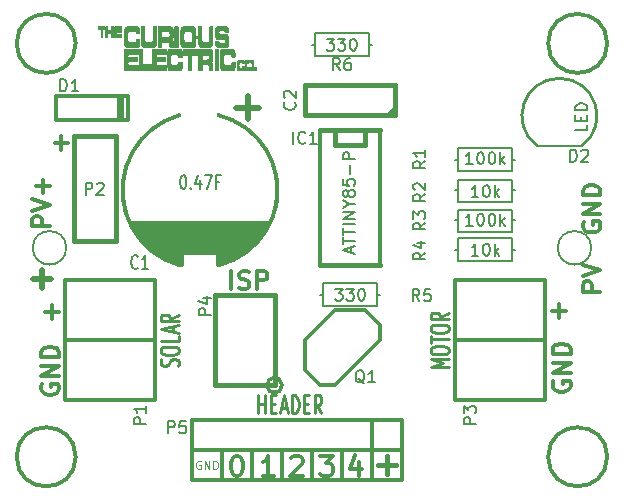
<source format=gbr>
G04 #@! TF.FileFunction,Legend,Top*
%FSLAX46Y46*%
G04 Gerber Fmt 4.6, Leading zero omitted, Abs format (unit mm)*
G04 Created by KiCad (PCBNEW 4.0.4-stable) date 08/18/17 17:17:01*
%MOMM*%
%LPD*%
G01*
G04 APERTURE LIST*
%ADD10C,0.500000*%
%ADD11C,0.300000*%
%ADD12C,0.200000*%
%ADD13C,0.304800*%
%ADD14C,0.381000*%
%ADD15C,0.010000*%
%ADD16C,0.203200*%
%ADD17C,0.254000*%
%ADD18C,0.150000*%
%ADD19C,0.125000*%
%ADD20C,0.400000*%
G04 APERTURE END LIST*
D10*
D11*
X49192571Y17252715D02*
X47692571Y17252715D01*
X47692571Y17824143D01*
X47764000Y17967001D01*
X47835429Y18038429D01*
X47978286Y18109858D01*
X48192571Y18109858D01*
X48335429Y18038429D01*
X48406857Y17967001D01*
X48478286Y17824143D01*
X48478286Y17252715D01*
X47692571Y18538429D02*
X49192571Y19038429D01*
X47692571Y19538429D01*
X47764000Y23109857D02*
X47692571Y22967000D01*
X47692571Y22752714D01*
X47764000Y22538429D01*
X47906857Y22395571D01*
X48049714Y22324143D01*
X48335429Y22252714D01*
X48549714Y22252714D01*
X48835429Y22324143D01*
X48978286Y22395571D01*
X49121143Y22538429D01*
X49192571Y22752714D01*
X49192571Y22895571D01*
X49121143Y23109857D01*
X49049714Y23181286D01*
X48549714Y23181286D01*
X48549714Y22895571D01*
X49192571Y23824143D02*
X47692571Y23824143D01*
X49192571Y24681286D01*
X47692571Y24681286D01*
X49192571Y25395572D02*
X47692571Y25395572D01*
X47692571Y25752715D01*
X47764000Y25967000D01*
X47906857Y26109858D01*
X48049714Y26181286D01*
X48335429Y26252715D01*
X48549714Y26252715D01*
X48835429Y26181286D01*
X48978286Y26109858D01*
X49121143Y25967000D01*
X49192571Y25752715D01*
X49192571Y25395572D01*
X2583571Y22800715D02*
X1083571Y22800715D01*
X1083571Y23372143D01*
X1155000Y23515001D01*
X1226429Y23586429D01*
X1369286Y23657858D01*
X1583571Y23657858D01*
X1726429Y23586429D01*
X1797857Y23515001D01*
X1869286Y23372143D01*
X1869286Y22800715D01*
X1083571Y24086429D02*
X2583571Y24586429D01*
X1083571Y25086429D01*
X2012143Y25586429D02*
X2012143Y26729286D01*
X2583571Y26157857D02*
X1440714Y26157857D01*
D12*
X3959903Y20955000D02*
G75*
G03X3959903Y20955000I-1419903J0D01*
G01*
X48409903Y20955000D02*
G75*
G03X48409903Y20955000I-1419903J0D01*
G01*
D11*
X2984572Y29825143D02*
X4127429Y29825143D01*
X3556000Y30396571D02*
X3556000Y29253714D01*
D13*
X9224000Y32813000D02*
X9224000Y33829000D01*
X9224000Y33829000D02*
X3128000Y33829000D01*
X3128000Y33829000D02*
X3128000Y32813000D01*
X3128000Y32813000D02*
X3128000Y31797000D01*
X3128000Y31797000D02*
X9224000Y31797000D01*
X9224000Y31797000D02*
X9224000Y32813000D01*
X8716000Y33829000D02*
X8716000Y31797000D01*
X8462000Y31797000D02*
X8462000Y33829000D01*
D12*
X37164000Y28368000D02*
X36910000Y28368000D01*
X41736000Y28368000D02*
X41990000Y28368000D01*
X37164000Y29384000D02*
X37164000Y27479000D01*
X37164000Y27479000D02*
X41736000Y27479000D01*
X41736000Y27479000D02*
X41736000Y29384000D01*
X41736000Y29384000D02*
X37164000Y29384000D01*
X41736000Y25828000D02*
X41990000Y25828000D01*
X37164000Y25828000D02*
X36910000Y25828000D01*
X41736000Y24812000D02*
X41736000Y26717000D01*
X41736000Y26717000D02*
X37164000Y26717000D01*
X37164000Y26717000D02*
X37164000Y24812000D01*
X37164000Y24812000D02*
X41736000Y24812000D01*
D11*
X13796000Y19478000D02*
X13542000Y19478000D01*
X13796000Y20748000D02*
X13796000Y19478000D01*
X11256000Y21002000D02*
X11510000Y20748000D01*
X12780000Y20494000D02*
X12526000Y20240000D01*
X11764000Y20494000D02*
X12526000Y20240000D01*
X12780000Y19986000D02*
X11764000Y20494000D01*
X12780000Y20240000D02*
X12780000Y19986000D01*
X13034000Y20494000D02*
X12780000Y20240000D01*
X13034000Y19732000D02*
X13034000Y20240000D01*
X13288000Y20748000D02*
X13288000Y19732000D01*
X13542000Y19478000D02*
X13542000Y20748000D01*
X20908000Y22780000D02*
X9732000Y22780000D01*
X9732000Y22780000D02*
X10240000Y22018000D01*
X10240000Y22018000D02*
X20400000Y22018000D01*
X20400000Y22018000D02*
X20908000Y22780000D01*
X20908000Y22780000D02*
X20146000Y21764000D01*
X20146000Y21764000D02*
X10240000Y21764000D01*
X10240000Y21764000D02*
X10748000Y21510000D01*
X10748000Y21510000D02*
X20146000Y21510000D01*
X20146000Y21510000D02*
X19638000Y21256000D01*
X19638000Y21256000D02*
X10748000Y21256000D01*
X10748000Y21256000D02*
X11256000Y21002000D01*
X11256000Y21002000D02*
X19384000Y21002000D01*
X19384000Y21002000D02*
X19130000Y20748000D01*
X19130000Y20748000D02*
X11510000Y20748000D01*
X11510000Y20748000D02*
X11764000Y20494000D01*
X11764000Y20494000D02*
X18876000Y20494000D01*
X18876000Y20494000D02*
X18368000Y20240000D01*
X18368000Y20240000D02*
X16844000Y20240000D01*
X16844000Y20240000D02*
X16844000Y19732000D01*
X16844000Y19732000D02*
X17098000Y19986000D01*
X17098000Y19986000D02*
X17098000Y19732000D01*
X17098000Y19732000D02*
X17352000Y19986000D01*
X17352000Y19986000D02*
X17606000Y19732000D01*
X17606000Y19732000D02*
X17860000Y19986000D01*
X17860000Y19986000D02*
X17606000Y19986000D01*
X17606000Y19986000D02*
X17098000Y20240000D01*
X17098000Y20240000D02*
X18114000Y19986000D01*
X18114000Y19986000D02*
X19638000Y21256000D01*
X19638000Y21256000D02*
X17098000Y20240000D01*
X17098000Y20240000D02*
X17098000Y21002000D01*
X17098000Y21002000D02*
X16844000Y21002000D01*
X16844000Y21002000D02*
X16844000Y19478000D01*
X9986000Y22272000D02*
X20400000Y22272000D01*
X9732000Y22526000D02*
X20654000Y22526000D01*
X9478000Y23034000D02*
X21162000Y23034000D01*
X13542000Y32178000D02*
G75*
G03X8970000Y24050000I1778000J-6350000D01*
G01*
X8970000Y27606000D02*
G75*
G03X13542000Y19478000I6350000J-1778000D01*
G01*
X16844000Y19478000D02*
G75*
G03X21670000Y27352000I-1524000J6350000D01*
G01*
X21670000Y24304000D02*
G75*
G03X16844000Y32178000I-6350000J1524000D01*
G01*
D14*
X31830000Y32178000D02*
X31830000Y34718000D01*
X31830000Y34718000D02*
X24210000Y34718000D01*
X24210000Y34718000D02*
X24210000Y32178000D01*
X24210000Y32178000D02*
X31830000Y32178000D01*
D13*
X31830000Y32813000D02*
X31195000Y32178000D01*
X30560000Y30908000D02*
X30560000Y19478000D01*
X25480000Y19478000D02*
X25480000Y30908000D01*
D14*
X25480000Y30908000D02*
X30560000Y30908000D01*
X29290000Y30908000D02*
X29290000Y29638000D01*
X29290000Y29638000D02*
X26750000Y29638000D01*
X26750000Y29638000D02*
X26750000Y30908000D01*
X30560000Y19478000D02*
X25480000Y19478000D01*
D13*
X26750000Y9318000D02*
X30560000Y13128000D01*
X30560000Y13128000D02*
X30560000Y14398000D01*
X30560000Y14398000D02*
X29290000Y15668000D01*
X29290000Y15668000D02*
X26750000Y15668000D01*
X26750000Y15668000D02*
X24210000Y13128000D01*
X24210000Y13128000D02*
X24210000Y10588000D01*
X24210000Y10588000D02*
X25480000Y9318000D01*
X25480000Y9318000D02*
X26750000Y9318000D01*
D12*
X41736000Y23288000D02*
X41990000Y23288000D01*
X37164000Y23288000D02*
X36910000Y23288000D01*
X41736000Y22272000D02*
X41736000Y24177000D01*
X41736000Y24177000D02*
X37164000Y24177000D01*
X37164000Y24177000D02*
X37164000Y22272000D01*
X37164000Y22272000D02*
X41736000Y22272000D01*
D11*
X3890000Y18208000D02*
X3890000Y8048000D01*
X11510000Y18208000D02*
X11510000Y8048000D01*
X3890000Y8048000D02*
X11510000Y8048000D01*
X11510000Y13128000D02*
X3890000Y13128000D01*
X3890000Y18208000D02*
X11510000Y18208000D01*
D14*
X8208000Y30146000D02*
X8208000Y21510000D01*
X8208000Y21510000D02*
X4652000Y21510000D01*
X4652000Y21510000D02*
X4652000Y30400000D01*
X4652000Y30400000D02*
X8208000Y30400000D01*
X8208000Y30400000D02*
X8208000Y30146000D01*
D11*
X36910000Y18208000D02*
X36910000Y8048000D01*
X44530000Y18208000D02*
X44530000Y8048000D01*
X36910000Y8048000D02*
X44530000Y8048000D01*
X44530000Y13128000D02*
X36910000Y13128000D01*
X36910000Y18208000D02*
X44530000Y18208000D01*
D15*
G36*
X6620000Y39735000D02*
X6710000Y39735000D01*
X6710000Y39645000D01*
X6620000Y39645000D01*
X6620000Y39735000D01*
X6620000Y39735000D01*
G37*
X6620000Y39735000D02*
X6710000Y39735000D01*
X6710000Y39645000D01*
X6620000Y39645000D01*
X6620000Y39735000D01*
G36*
X6710000Y39735000D02*
X6800000Y39735000D01*
X6800000Y39645000D01*
X6710000Y39645000D01*
X6710000Y39735000D01*
X6710000Y39735000D01*
G37*
X6710000Y39735000D02*
X6800000Y39735000D01*
X6800000Y39645000D01*
X6710000Y39645000D01*
X6710000Y39735000D01*
G36*
X6800000Y39735000D02*
X6890000Y39735000D01*
X6890000Y39645000D01*
X6800000Y39645000D01*
X6800000Y39735000D01*
X6800000Y39735000D01*
G37*
X6800000Y39735000D02*
X6890000Y39735000D01*
X6890000Y39645000D01*
X6800000Y39645000D01*
X6800000Y39735000D01*
G36*
X6890000Y39735000D02*
X6980000Y39735000D01*
X6980000Y39645000D01*
X6890000Y39645000D01*
X6890000Y39735000D01*
X6890000Y39735000D01*
G37*
X6890000Y39735000D02*
X6980000Y39735000D01*
X6980000Y39645000D01*
X6890000Y39645000D01*
X6890000Y39735000D01*
G36*
X6980000Y39735000D02*
X7070000Y39735000D01*
X7070000Y39645000D01*
X6980000Y39645000D01*
X6980000Y39735000D01*
X6980000Y39735000D01*
G37*
X6980000Y39735000D02*
X7070000Y39735000D01*
X7070000Y39645000D01*
X6980000Y39645000D01*
X6980000Y39735000D01*
G36*
X7070000Y39735000D02*
X7160000Y39735000D01*
X7160000Y39645000D01*
X7070000Y39645000D01*
X7070000Y39735000D01*
X7070000Y39735000D01*
G37*
X7070000Y39735000D02*
X7160000Y39735000D01*
X7160000Y39645000D01*
X7070000Y39645000D01*
X7070000Y39735000D01*
G36*
X7340000Y39735000D02*
X7430000Y39735000D01*
X7430000Y39645000D01*
X7340000Y39645000D01*
X7340000Y39735000D01*
X7340000Y39735000D01*
G37*
X7340000Y39735000D02*
X7430000Y39735000D01*
X7430000Y39645000D01*
X7340000Y39645000D01*
X7340000Y39735000D01*
G36*
X7790000Y39735000D02*
X7880000Y39735000D01*
X7880000Y39645000D01*
X7790000Y39645000D01*
X7790000Y39735000D01*
X7790000Y39735000D01*
G37*
X7790000Y39735000D02*
X7880000Y39735000D01*
X7880000Y39645000D01*
X7790000Y39645000D01*
X7790000Y39735000D01*
G36*
X8060000Y39735000D02*
X8150000Y39735000D01*
X8150000Y39645000D01*
X8060000Y39645000D01*
X8060000Y39735000D01*
X8060000Y39735000D01*
G37*
X8060000Y39735000D02*
X8150000Y39735000D01*
X8150000Y39645000D01*
X8060000Y39645000D01*
X8060000Y39735000D01*
G36*
X8150000Y39735000D02*
X8240000Y39735000D01*
X8240000Y39645000D01*
X8150000Y39645000D01*
X8150000Y39735000D01*
X8150000Y39735000D01*
G37*
X8150000Y39735000D02*
X8240000Y39735000D01*
X8240000Y39645000D01*
X8150000Y39645000D01*
X8150000Y39735000D01*
G36*
X8240000Y39735000D02*
X8330000Y39735000D01*
X8330000Y39645000D01*
X8240000Y39645000D01*
X8240000Y39735000D01*
X8240000Y39735000D01*
G37*
X8240000Y39735000D02*
X8330000Y39735000D01*
X8330000Y39645000D01*
X8240000Y39645000D01*
X8240000Y39735000D01*
G36*
X8330000Y39735000D02*
X8420000Y39735000D01*
X8420000Y39645000D01*
X8330000Y39645000D01*
X8330000Y39735000D01*
X8330000Y39735000D01*
G37*
X8330000Y39735000D02*
X8420000Y39735000D01*
X8420000Y39645000D01*
X8330000Y39645000D01*
X8330000Y39735000D01*
G36*
X8420000Y39735000D02*
X8510000Y39735000D01*
X8510000Y39645000D01*
X8420000Y39645000D01*
X8420000Y39735000D01*
X8420000Y39735000D01*
G37*
X8420000Y39735000D02*
X8510000Y39735000D01*
X8510000Y39645000D01*
X8420000Y39645000D01*
X8420000Y39735000D01*
G36*
X8510000Y39735000D02*
X8600000Y39735000D01*
X8600000Y39645000D01*
X8510000Y39645000D01*
X8510000Y39735000D01*
X8510000Y39735000D01*
G37*
X8510000Y39735000D02*
X8600000Y39735000D01*
X8600000Y39645000D01*
X8510000Y39645000D01*
X8510000Y39735000D01*
G36*
X9140000Y39735000D02*
X9230000Y39735000D01*
X9230000Y39645000D01*
X9140000Y39645000D01*
X9140000Y39735000D01*
X9140000Y39735000D01*
G37*
X9140000Y39735000D02*
X9230000Y39735000D01*
X9230000Y39645000D01*
X9140000Y39645000D01*
X9140000Y39735000D01*
G36*
X9230000Y39735000D02*
X9320000Y39735000D01*
X9320000Y39645000D01*
X9230000Y39645000D01*
X9230000Y39735000D01*
X9230000Y39735000D01*
G37*
X9230000Y39735000D02*
X9320000Y39735000D01*
X9320000Y39645000D01*
X9230000Y39645000D01*
X9230000Y39735000D01*
G36*
X9320000Y39735000D02*
X9410000Y39735000D01*
X9410000Y39645000D01*
X9320000Y39645000D01*
X9320000Y39735000D01*
X9320000Y39735000D01*
G37*
X9320000Y39735000D02*
X9410000Y39735000D01*
X9410000Y39645000D01*
X9320000Y39645000D01*
X9320000Y39735000D01*
G36*
X9410000Y39735000D02*
X9500000Y39735000D01*
X9500000Y39645000D01*
X9410000Y39645000D01*
X9410000Y39735000D01*
X9410000Y39735000D01*
G37*
X9410000Y39735000D02*
X9500000Y39735000D01*
X9500000Y39645000D01*
X9410000Y39645000D01*
X9410000Y39735000D01*
G36*
X9500000Y39735000D02*
X9590000Y39735000D01*
X9590000Y39645000D01*
X9500000Y39645000D01*
X9500000Y39735000D01*
X9500000Y39735000D01*
G37*
X9500000Y39735000D02*
X9590000Y39735000D01*
X9590000Y39645000D01*
X9500000Y39645000D01*
X9500000Y39735000D01*
G36*
X9590000Y39735000D02*
X9680000Y39735000D01*
X9680000Y39645000D01*
X9590000Y39645000D01*
X9590000Y39735000D01*
X9590000Y39735000D01*
G37*
X9590000Y39735000D02*
X9680000Y39735000D01*
X9680000Y39645000D01*
X9590000Y39645000D01*
X9590000Y39735000D01*
G36*
X9680000Y39735000D02*
X9770000Y39735000D01*
X9770000Y39645000D01*
X9680000Y39645000D01*
X9680000Y39735000D01*
X9680000Y39735000D01*
G37*
X9680000Y39735000D02*
X9770000Y39735000D01*
X9770000Y39645000D01*
X9680000Y39645000D01*
X9680000Y39735000D01*
G36*
X9770000Y39735000D02*
X9860000Y39735000D01*
X9860000Y39645000D01*
X9770000Y39645000D01*
X9770000Y39735000D01*
X9770000Y39735000D01*
G37*
X9770000Y39735000D02*
X9860000Y39735000D01*
X9860000Y39645000D01*
X9770000Y39645000D01*
X9770000Y39735000D01*
G36*
X9860000Y39735000D02*
X9950000Y39735000D01*
X9950000Y39645000D01*
X9860000Y39645000D01*
X9860000Y39735000D01*
X9860000Y39735000D01*
G37*
X9860000Y39735000D02*
X9950000Y39735000D01*
X9950000Y39645000D01*
X9860000Y39645000D01*
X9860000Y39735000D01*
G36*
X10310000Y39735000D02*
X10400000Y39735000D01*
X10400000Y39645000D01*
X10310000Y39645000D01*
X10310000Y39735000D01*
X10310000Y39735000D01*
G37*
X10310000Y39735000D02*
X10400000Y39735000D01*
X10400000Y39645000D01*
X10310000Y39645000D01*
X10310000Y39735000D01*
G36*
X10400000Y39735000D02*
X10490000Y39735000D01*
X10490000Y39645000D01*
X10400000Y39645000D01*
X10400000Y39735000D01*
X10400000Y39735000D01*
G37*
X10400000Y39735000D02*
X10490000Y39735000D01*
X10490000Y39645000D01*
X10400000Y39645000D01*
X10400000Y39735000D01*
G36*
X10490000Y39735000D02*
X10580000Y39735000D01*
X10580000Y39645000D01*
X10490000Y39645000D01*
X10490000Y39735000D01*
X10490000Y39735000D01*
G37*
X10490000Y39735000D02*
X10580000Y39735000D01*
X10580000Y39645000D01*
X10490000Y39645000D01*
X10490000Y39735000D01*
G36*
X11300000Y39735000D02*
X11390000Y39735000D01*
X11390000Y39645000D01*
X11300000Y39645000D01*
X11300000Y39735000D01*
X11300000Y39735000D01*
G37*
X11300000Y39735000D02*
X11390000Y39735000D01*
X11390000Y39645000D01*
X11300000Y39645000D01*
X11300000Y39735000D01*
G36*
X11390000Y39735000D02*
X11480000Y39735000D01*
X11480000Y39645000D01*
X11390000Y39645000D01*
X11390000Y39735000D01*
X11390000Y39735000D01*
G37*
X11390000Y39735000D02*
X11480000Y39735000D01*
X11480000Y39645000D01*
X11390000Y39645000D01*
X11390000Y39735000D01*
G36*
X11480000Y39735000D02*
X11570000Y39735000D01*
X11570000Y39645000D01*
X11480000Y39645000D01*
X11480000Y39735000D01*
X11480000Y39735000D01*
G37*
X11480000Y39735000D02*
X11570000Y39735000D01*
X11570000Y39645000D01*
X11480000Y39645000D01*
X11480000Y39735000D01*
G36*
X11750000Y39735000D02*
X11840000Y39735000D01*
X11840000Y39645000D01*
X11750000Y39645000D01*
X11750000Y39735000D01*
X11750000Y39735000D01*
G37*
X11750000Y39735000D02*
X11840000Y39735000D01*
X11840000Y39645000D01*
X11750000Y39645000D01*
X11750000Y39735000D01*
G36*
X11840000Y39735000D02*
X11930000Y39735000D01*
X11930000Y39645000D01*
X11840000Y39645000D01*
X11840000Y39735000D01*
X11840000Y39735000D01*
G37*
X11840000Y39735000D02*
X11930000Y39735000D01*
X11930000Y39645000D01*
X11840000Y39645000D01*
X11840000Y39735000D01*
G36*
X11930000Y39735000D02*
X12020000Y39735000D01*
X12020000Y39645000D01*
X11930000Y39645000D01*
X11930000Y39735000D01*
X11930000Y39735000D01*
G37*
X11930000Y39735000D02*
X12020000Y39735000D01*
X12020000Y39645000D01*
X11930000Y39645000D01*
X11930000Y39735000D01*
G36*
X12020000Y39735000D02*
X12110000Y39735000D01*
X12110000Y39645000D01*
X12020000Y39645000D01*
X12020000Y39735000D01*
X12020000Y39735000D01*
G37*
X12020000Y39735000D02*
X12110000Y39735000D01*
X12110000Y39645000D01*
X12020000Y39645000D01*
X12020000Y39735000D01*
G36*
X12110000Y39735000D02*
X12200000Y39735000D01*
X12200000Y39645000D01*
X12110000Y39645000D01*
X12110000Y39735000D01*
X12110000Y39735000D01*
G37*
X12110000Y39735000D02*
X12200000Y39735000D01*
X12200000Y39645000D01*
X12110000Y39645000D01*
X12110000Y39735000D01*
G36*
X12200000Y39735000D02*
X12290000Y39735000D01*
X12290000Y39645000D01*
X12200000Y39645000D01*
X12200000Y39735000D01*
X12200000Y39735000D01*
G37*
X12200000Y39735000D02*
X12290000Y39735000D01*
X12290000Y39645000D01*
X12200000Y39645000D01*
X12200000Y39735000D01*
G36*
X12290000Y39735000D02*
X12380000Y39735000D01*
X12380000Y39645000D01*
X12290000Y39645000D01*
X12290000Y39735000D01*
X12290000Y39735000D01*
G37*
X12290000Y39735000D02*
X12380000Y39735000D01*
X12380000Y39645000D01*
X12290000Y39645000D01*
X12290000Y39735000D01*
G36*
X12380000Y39735000D02*
X12470000Y39735000D01*
X12470000Y39645000D01*
X12380000Y39645000D01*
X12380000Y39735000D01*
X12380000Y39735000D01*
G37*
X12380000Y39735000D02*
X12470000Y39735000D01*
X12470000Y39645000D01*
X12380000Y39645000D01*
X12380000Y39735000D01*
G36*
X12470000Y39735000D02*
X12560000Y39735000D01*
X12560000Y39645000D01*
X12470000Y39645000D01*
X12470000Y39735000D01*
X12470000Y39735000D01*
G37*
X12470000Y39735000D02*
X12560000Y39735000D01*
X12560000Y39645000D01*
X12470000Y39645000D01*
X12470000Y39735000D01*
G36*
X12560000Y39735000D02*
X12650000Y39735000D01*
X12650000Y39645000D01*
X12560000Y39645000D01*
X12560000Y39735000D01*
X12560000Y39735000D01*
G37*
X12560000Y39735000D02*
X12650000Y39735000D01*
X12650000Y39645000D01*
X12560000Y39645000D01*
X12560000Y39735000D01*
G36*
X12650000Y39735000D02*
X12740000Y39735000D01*
X12740000Y39645000D01*
X12650000Y39645000D01*
X12650000Y39735000D01*
X12650000Y39735000D01*
G37*
X12650000Y39735000D02*
X12740000Y39735000D01*
X12740000Y39645000D01*
X12650000Y39645000D01*
X12650000Y39735000D01*
G36*
X13190000Y39735000D02*
X13280000Y39735000D01*
X13280000Y39645000D01*
X13190000Y39645000D01*
X13190000Y39735000D01*
X13190000Y39735000D01*
G37*
X13190000Y39735000D02*
X13280000Y39735000D01*
X13280000Y39645000D01*
X13190000Y39645000D01*
X13190000Y39735000D01*
G36*
X13280000Y39735000D02*
X13370000Y39735000D01*
X13370000Y39645000D01*
X13280000Y39645000D01*
X13280000Y39735000D01*
X13280000Y39735000D01*
G37*
X13280000Y39735000D02*
X13370000Y39735000D01*
X13370000Y39645000D01*
X13280000Y39645000D01*
X13280000Y39735000D01*
G36*
X13820000Y39735000D02*
X13910000Y39735000D01*
X13910000Y39645000D01*
X13820000Y39645000D01*
X13820000Y39735000D01*
X13820000Y39735000D01*
G37*
X13820000Y39735000D02*
X13910000Y39735000D01*
X13910000Y39645000D01*
X13820000Y39645000D01*
X13820000Y39735000D01*
G36*
X13910000Y39735000D02*
X14000000Y39735000D01*
X14000000Y39645000D01*
X13910000Y39645000D01*
X13910000Y39735000D01*
X13910000Y39735000D01*
G37*
X13910000Y39735000D02*
X14000000Y39735000D01*
X14000000Y39645000D01*
X13910000Y39645000D01*
X13910000Y39735000D01*
G36*
X14000000Y39735000D02*
X14090000Y39735000D01*
X14090000Y39645000D01*
X14000000Y39645000D01*
X14000000Y39735000D01*
X14000000Y39735000D01*
G37*
X14000000Y39735000D02*
X14090000Y39735000D01*
X14090000Y39645000D01*
X14000000Y39645000D01*
X14000000Y39735000D01*
G36*
X14090000Y39735000D02*
X14180000Y39735000D01*
X14180000Y39645000D01*
X14090000Y39645000D01*
X14090000Y39735000D01*
X14090000Y39735000D01*
G37*
X14090000Y39735000D02*
X14180000Y39735000D01*
X14180000Y39645000D01*
X14090000Y39645000D01*
X14090000Y39735000D01*
G36*
X14180000Y39735000D02*
X14270000Y39735000D01*
X14270000Y39645000D01*
X14180000Y39645000D01*
X14180000Y39735000D01*
X14180000Y39735000D01*
G37*
X14180000Y39735000D02*
X14270000Y39735000D01*
X14270000Y39645000D01*
X14180000Y39645000D01*
X14180000Y39735000D01*
G36*
X14270000Y39735000D02*
X14360000Y39735000D01*
X14360000Y39645000D01*
X14270000Y39645000D01*
X14270000Y39735000D01*
X14270000Y39735000D01*
G37*
X14270000Y39735000D02*
X14360000Y39735000D01*
X14360000Y39645000D01*
X14270000Y39645000D01*
X14270000Y39735000D01*
G36*
X14360000Y39735000D02*
X14450000Y39735000D01*
X14450000Y39645000D01*
X14360000Y39645000D01*
X14360000Y39735000D01*
X14360000Y39735000D01*
G37*
X14360000Y39735000D02*
X14450000Y39735000D01*
X14450000Y39645000D01*
X14360000Y39645000D01*
X14360000Y39735000D01*
G36*
X14450000Y39735000D02*
X14540000Y39735000D01*
X14540000Y39645000D01*
X14450000Y39645000D01*
X14450000Y39735000D01*
X14450000Y39735000D01*
G37*
X14450000Y39735000D02*
X14540000Y39735000D01*
X14540000Y39645000D01*
X14450000Y39645000D01*
X14450000Y39735000D01*
G36*
X14540000Y39735000D02*
X14630000Y39735000D01*
X14630000Y39645000D01*
X14540000Y39645000D01*
X14540000Y39735000D01*
X14540000Y39735000D01*
G37*
X14540000Y39735000D02*
X14630000Y39735000D01*
X14630000Y39645000D01*
X14540000Y39645000D01*
X14540000Y39735000D01*
G36*
X14630000Y39735000D02*
X14720000Y39735000D01*
X14720000Y39645000D01*
X14630000Y39645000D01*
X14630000Y39735000D01*
X14630000Y39735000D01*
G37*
X14630000Y39735000D02*
X14720000Y39735000D01*
X14720000Y39645000D01*
X14630000Y39645000D01*
X14630000Y39735000D01*
G36*
X15080000Y39735000D02*
X15170000Y39735000D01*
X15170000Y39645000D01*
X15080000Y39645000D01*
X15080000Y39735000D01*
X15080000Y39735000D01*
G37*
X15080000Y39735000D02*
X15170000Y39735000D01*
X15170000Y39645000D01*
X15080000Y39645000D01*
X15080000Y39735000D01*
G36*
X15170000Y39735000D02*
X15260000Y39735000D01*
X15260000Y39645000D01*
X15170000Y39645000D01*
X15170000Y39735000D01*
X15170000Y39735000D01*
G37*
X15170000Y39735000D02*
X15260000Y39735000D01*
X15260000Y39645000D01*
X15170000Y39645000D01*
X15170000Y39735000D01*
G36*
X15260000Y39735000D02*
X15350000Y39735000D01*
X15350000Y39645000D01*
X15260000Y39645000D01*
X15260000Y39735000D01*
X15260000Y39735000D01*
G37*
X15260000Y39735000D02*
X15350000Y39735000D01*
X15350000Y39645000D01*
X15260000Y39645000D01*
X15260000Y39735000D01*
G36*
X16160000Y39735000D02*
X16250000Y39735000D01*
X16250000Y39645000D01*
X16160000Y39645000D01*
X16160000Y39735000D01*
X16160000Y39735000D01*
G37*
X16160000Y39735000D02*
X16250000Y39735000D01*
X16250000Y39645000D01*
X16160000Y39645000D01*
X16160000Y39735000D01*
G36*
X16250000Y39735000D02*
X16340000Y39735000D01*
X16340000Y39645000D01*
X16250000Y39645000D01*
X16250000Y39735000D01*
X16250000Y39735000D01*
G37*
X16250000Y39735000D02*
X16340000Y39735000D01*
X16340000Y39645000D01*
X16250000Y39645000D01*
X16250000Y39735000D01*
G36*
X16700000Y39735000D02*
X16790000Y39735000D01*
X16790000Y39645000D01*
X16700000Y39645000D01*
X16700000Y39735000D01*
X16700000Y39735000D01*
G37*
X16700000Y39735000D02*
X16790000Y39735000D01*
X16790000Y39645000D01*
X16700000Y39645000D01*
X16700000Y39735000D01*
G36*
X16790000Y39735000D02*
X16880000Y39735000D01*
X16880000Y39645000D01*
X16790000Y39645000D01*
X16790000Y39735000D01*
X16790000Y39735000D01*
G37*
X16790000Y39735000D02*
X16880000Y39735000D01*
X16880000Y39645000D01*
X16790000Y39645000D01*
X16790000Y39735000D01*
G36*
X16880000Y39735000D02*
X16970000Y39735000D01*
X16970000Y39645000D01*
X16880000Y39645000D01*
X16880000Y39735000D01*
X16880000Y39735000D01*
G37*
X16880000Y39735000D02*
X16970000Y39735000D01*
X16970000Y39645000D01*
X16880000Y39645000D01*
X16880000Y39735000D01*
G36*
X16970000Y39735000D02*
X17060000Y39735000D01*
X17060000Y39645000D01*
X16970000Y39645000D01*
X16970000Y39735000D01*
X16970000Y39735000D01*
G37*
X16970000Y39735000D02*
X17060000Y39735000D01*
X17060000Y39645000D01*
X16970000Y39645000D01*
X16970000Y39735000D01*
G36*
X17060000Y39735000D02*
X17150000Y39735000D01*
X17150000Y39645000D01*
X17060000Y39645000D01*
X17060000Y39735000D01*
X17060000Y39735000D01*
G37*
X17060000Y39735000D02*
X17150000Y39735000D01*
X17150000Y39645000D01*
X17060000Y39645000D01*
X17060000Y39735000D01*
G36*
X17150000Y39735000D02*
X17240000Y39735000D01*
X17240000Y39645000D01*
X17150000Y39645000D01*
X17150000Y39735000D01*
X17150000Y39735000D01*
G37*
X17150000Y39735000D02*
X17240000Y39735000D01*
X17240000Y39645000D01*
X17150000Y39645000D01*
X17150000Y39735000D01*
G36*
X17240000Y39735000D02*
X17330000Y39735000D01*
X17330000Y39645000D01*
X17240000Y39645000D01*
X17240000Y39735000D01*
X17240000Y39735000D01*
G37*
X17240000Y39735000D02*
X17330000Y39735000D01*
X17330000Y39645000D01*
X17240000Y39645000D01*
X17240000Y39735000D01*
G36*
X17330000Y39735000D02*
X17420000Y39735000D01*
X17420000Y39645000D01*
X17330000Y39645000D01*
X17330000Y39735000D01*
X17330000Y39735000D01*
G37*
X17330000Y39735000D02*
X17420000Y39735000D01*
X17420000Y39645000D01*
X17330000Y39645000D01*
X17330000Y39735000D01*
G36*
X17420000Y39735000D02*
X17510000Y39735000D01*
X17510000Y39645000D01*
X17420000Y39645000D01*
X17420000Y39735000D01*
X17420000Y39735000D01*
G37*
X17420000Y39735000D02*
X17510000Y39735000D01*
X17510000Y39645000D01*
X17420000Y39645000D01*
X17420000Y39735000D01*
G36*
X6620000Y39645000D02*
X6710000Y39645000D01*
X6710000Y39555000D01*
X6620000Y39555000D01*
X6620000Y39645000D01*
X6620000Y39645000D01*
G37*
X6620000Y39645000D02*
X6710000Y39645000D01*
X6710000Y39555000D01*
X6620000Y39555000D01*
X6620000Y39645000D01*
G36*
X6710000Y39645000D02*
X6800000Y39645000D01*
X6800000Y39555000D01*
X6710000Y39555000D01*
X6710000Y39645000D01*
X6710000Y39645000D01*
G37*
X6710000Y39645000D02*
X6800000Y39645000D01*
X6800000Y39555000D01*
X6710000Y39555000D01*
X6710000Y39645000D01*
G36*
X6800000Y39645000D02*
X6890000Y39645000D01*
X6890000Y39555000D01*
X6800000Y39555000D01*
X6800000Y39645000D01*
X6800000Y39645000D01*
G37*
X6800000Y39645000D02*
X6890000Y39645000D01*
X6890000Y39555000D01*
X6800000Y39555000D01*
X6800000Y39645000D01*
G36*
X6890000Y39645000D02*
X6980000Y39645000D01*
X6980000Y39555000D01*
X6890000Y39555000D01*
X6890000Y39645000D01*
X6890000Y39645000D01*
G37*
X6890000Y39645000D02*
X6980000Y39645000D01*
X6980000Y39555000D01*
X6890000Y39555000D01*
X6890000Y39645000D01*
G36*
X6980000Y39645000D02*
X7070000Y39645000D01*
X7070000Y39555000D01*
X6980000Y39555000D01*
X6980000Y39645000D01*
X6980000Y39645000D01*
G37*
X6980000Y39645000D02*
X7070000Y39645000D01*
X7070000Y39555000D01*
X6980000Y39555000D01*
X6980000Y39645000D01*
G36*
X7070000Y39645000D02*
X7160000Y39645000D01*
X7160000Y39555000D01*
X7070000Y39555000D01*
X7070000Y39645000D01*
X7070000Y39645000D01*
G37*
X7070000Y39645000D02*
X7160000Y39645000D01*
X7160000Y39555000D01*
X7070000Y39555000D01*
X7070000Y39645000D01*
G36*
X7160000Y39645000D02*
X7250000Y39645000D01*
X7250000Y39555000D01*
X7160000Y39555000D01*
X7160000Y39645000D01*
X7160000Y39645000D01*
G37*
X7160000Y39645000D02*
X7250000Y39645000D01*
X7250000Y39555000D01*
X7160000Y39555000D01*
X7160000Y39645000D01*
G36*
X7250000Y39645000D02*
X7340000Y39645000D01*
X7340000Y39555000D01*
X7250000Y39555000D01*
X7250000Y39645000D01*
X7250000Y39645000D01*
G37*
X7250000Y39645000D02*
X7340000Y39645000D01*
X7340000Y39555000D01*
X7250000Y39555000D01*
X7250000Y39645000D01*
G36*
X7340000Y39645000D02*
X7430000Y39645000D01*
X7430000Y39555000D01*
X7340000Y39555000D01*
X7340000Y39645000D01*
X7340000Y39645000D01*
G37*
X7340000Y39645000D02*
X7430000Y39645000D01*
X7430000Y39555000D01*
X7340000Y39555000D01*
X7340000Y39645000D01*
G36*
X7790000Y39645000D02*
X7880000Y39645000D01*
X7880000Y39555000D01*
X7790000Y39555000D01*
X7790000Y39645000D01*
X7790000Y39645000D01*
G37*
X7790000Y39645000D02*
X7880000Y39645000D01*
X7880000Y39555000D01*
X7790000Y39555000D01*
X7790000Y39645000D01*
G36*
X7880000Y39645000D02*
X7970000Y39645000D01*
X7970000Y39555000D01*
X7880000Y39555000D01*
X7880000Y39645000D01*
X7880000Y39645000D01*
G37*
X7880000Y39645000D02*
X7970000Y39645000D01*
X7970000Y39555000D01*
X7880000Y39555000D01*
X7880000Y39645000D01*
G36*
X8060000Y39645000D02*
X8150000Y39645000D01*
X8150000Y39555000D01*
X8060000Y39555000D01*
X8060000Y39645000D01*
X8060000Y39645000D01*
G37*
X8060000Y39645000D02*
X8150000Y39645000D01*
X8150000Y39555000D01*
X8060000Y39555000D01*
X8060000Y39645000D01*
G36*
X8150000Y39645000D02*
X8240000Y39645000D01*
X8240000Y39555000D01*
X8150000Y39555000D01*
X8150000Y39645000D01*
X8150000Y39645000D01*
G37*
X8150000Y39645000D02*
X8240000Y39645000D01*
X8240000Y39555000D01*
X8150000Y39555000D01*
X8150000Y39645000D01*
G36*
X8240000Y39645000D02*
X8330000Y39645000D01*
X8330000Y39555000D01*
X8240000Y39555000D01*
X8240000Y39645000D01*
X8240000Y39645000D01*
G37*
X8240000Y39645000D02*
X8330000Y39645000D01*
X8330000Y39555000D01*
X8240000Y39555000D01*
X8240000Y39645000D01*
G36*
X8330000Y39645000D02*
X8420000Y39645000D01*
X8420000Y39555000D01*
X8330000Y39555000D01*
X8330000Y39645000D01*
X8330000Y39645000D01*
G37*
X8330000Y39645000D02*
X8420000Y39645000D01*
X8420000Y39555000D01*
X8330000Y39555000D01*
X8330000Y39645000D01*
G36*
X8420000Y39645000D02*
X8510000Y39645000D01*
X8510000Y39555000D01*
X8420000Y39555000D01*
X8420000Y39645000D01*
X8420000Y39645000D01*
G37*
X8420000Y39645000D02*
X8510000Y39645000D01*
X8510000Y39555000D01*
X8420000Y39555000D01*
X8420000Y39645000D01*
G36*
X8510000Y39645000D02*
X8600000Y39645000D01*
X8600000Y39555000D01*
X8510000Y39555000D01*
X8510000Y39645000D01*
X8510000Y39645000D01*
G37*
X8510000Y39645000D02*
X8600000Y39645000D01*
X8600000Y39555000D01*
X8510000Y39555000D01*
X8510000Y39645000D01*
G36*
X8960000Y39645000D02*
X9050000Y39645000D01*
X9050000Y39555000D01*
X8960000Y39555000D01*
X8960000Y39645000D01*
X8960000Y39645000D01*
G37*
X8960000Y39645000D02*
X9050000Y39645000D01*
X9050000Y39555000D01*
X8960000Y39555000D01*
X8960000Y39645000D01*
G36*
X9050000Y39645000D02*
X9140000Y39645000D01*
X9140000Y39555000D01*
X9050000Y39555000D01*
X9050000Y39645000D01*
X9050000Y39645000D01*
G37*
X9050000Y39645000D02*
X9140000Y39645000D01*
X9140000Y39555000D01*
X9050000Y39555000D01*
X9050000Y39645000D01*
G36*
X9140000Y39645000D02*
X9230000Y39645000D01*
X9230000Y39555000D01*
X9140000Y39555000D01*
X9140000Y39645000D01*
X9140000Y39645000D01*
G37*
X9140000Y39645000D02*
X9230000Y39645000D01*
X9230000Y39555000D01*
X9140000Y39555000D01*
X9140000Y39645000D01*
G36*
X9230000Y39645000D02*
X9320000Y39645000D01*
X9320000Y39555000D01*
X9230000Y39555000D01*
X9230000Y39645000D01*
X9230000Y39645000D01*
G37*
X9230000Y39645000D02*
X9320000Y39645000D01*
X9320000Y39555000D01*
X9230000Y39555000D01*
X9230000Y39645000D01*
G36*
X9320000Y39645000D02*
X9410000Y39645000D01*
X9410000Y39555000D01*
X9320000Y39555000D01*
X9320000Y39645000D01*
X9320000Y39645000D01*
G37*
X9320000Y39645000D02*
X9410000Y39645000D01*
X9410000Y39555000D01*
X9320000Y39555000D01*
X9320000Y39645000D01*
G36*
X9410000Y39645000D02*
X9500000Y39645000D01*
X9500000Y39555000D01*
X9410000Y39555000D01*
X9410000Y39645000D01*
X9410000Y39645000D01*
G37*
X9410000Y39645000D02*
X9500000Y39645000D01*
X9500000Y39555000D01*
X9410000Y39555000D01*
X9410000Y39645000D01*
G36*
X9500000Y39645000D02*
X9590000Y39645000D01*
X9590000Y39555000D01*
X9500000Y39555000D01*
X9500000Y39645000D01*
X9500000Y39645000D01*
G37*
X9500000Y39645000D02*
X9590000Y39645000D01*
X9590000Y39555000D01*
X9500000Y39555000D01*
X9500000Y39645000D01*
G36*
X9590000Y39645000D02*
X9680000Y39645000D01*
X9680000Y39555000D01*
X9590000Y39555000D01*
X9590000Y39645000D01*
X9590000Y39645000D01*
G37*
X9590000Y39645000D02*
X9680000Y39645000D01*
X9680000Y39555000D01*
X9590000Y39555000D01*
X9590000Y39645000D01*
G36*
X9680000Y39645000D02*
X9770000Y39645000D01*
X9770000Y39555000D01*
X9680000Y39555000D01*
X9680000Y39645000D01*
X9680000Y39645000D01*
G37*
X9680000Y39645000D02*
X9770000Y39645000D01*
X9770000Y39555000D01*
X9680000Y39555000D01*
X9680000Y39645000D01*
G36*
X9770000Y39645000D02*
X9860000Y39645000D01*
X9860000Y39555000D01*
X9770000Y39555000D01*
X9770000Y39645000D01*
X9770000Y39645000D01*
G37*
X9770000Y39645000D02*
X9860000Y39645000D01*
X9860000Y39555000D01*
X9770000Y39555000D01*
X9770000Y39645000D01*
G36*
X9860000Y39645000D02*
X9950000Y39645000D01*
X9950000Y39555000D01*
X9860000Y39555000D01*
X9860000Y39645000D01*
X9860000Y39645000D01*
G37*
X9860000Y39645000D02*
X9950000Y39645000D01*
X9950000Y39555000D01*
X9860000Y39555000D01*
X9860000Y39645000D01*
G36*
X9950000Y39645000D02*
X10040000Y39645000D01*
X10040000Y39555000D01*
X9950000Y39555000D01*
X9950000Y39645000D01*
X9950000Y39645000D01*
G37*
X9950000Y39645000D02*
X10040000Y39645000D01*
X10040000Y39555000D01*
X9950000Y39555000D01*
X9950000Y39645000D01*
G36*
X10310000Y39645000D02*
X10400000Y39645000D01*
X10400000Y39555000D01*
X10310000Y39555000D01*
X10310000Y39645000D01*
X10310000Y39645000D01*
G37*
X10310000Y39645000D02*
X10400000Y39645000D01*
X10400000Y39555000D01*
X10310000Y39555000D01*
X10310000Y39645000D01*
G36*
X10400000Y39645000D02*
X10490000Y39645000D01*
X10490000Y39555000D01*
X10400000Y39555000D01*
X10400000Y39645000D01*
X10400000Y39645000D01*
G37*
X10400000Y39645000D02*
X10490000Y39645000D01*
X10490000Y39555000D01*
X10400000Y39555000D01*
X10400000Y39645000D01*
G36*
X10490000Y39645000D02*
X10580000Y39645000D01*
X10580000Y39555000D01*
X10490000Y39555000D01*
X10490000Y39645000D01*
X10490000Y39645000D01*
G37*
X10490000Y39645000D02*
X10580000Y39645000D01*
X10580000Y39555000D01*
X10490000Y39555000D01*
X10490000Y39645000D01*
G36*
X11300000Y39645000D02*
X11390000Y39645000D01*
X11390000Y39555000D01*
X11300000Y39555000D01*
X11300000Y39645000D01*
X11300000Y39645000D01*
G37*
X11300000Y39645000D02*
X11390000Y39645000D01*
X11390000Y39555000D01*
X11300000Y39555000D01*
X11300000Y39645000D01*
G36*
X11390000Y39645000D02*
X11480000Y39645000D01*
X11480000Y39555000D01*
X11390000Y39555000D01*
X11390000Y39645000D01*
X11390000Y39645000D01*
G37*
X11390000Y39645000D02*
X11480000Y39645000D01*
X11480000Y39555000D01*
X11390000Y39555000D01*
X11390000Y39645000D01*
G36*
X11480000Y39645000D02*
X11570000Y39645000D01*
X11570000Y39555000D01*
X11480000Y39555000D01*
X11480000Y39645000D01*
X11480000Y39645000D01*
G37*
X11480000Y39645000D02*
X11570000Y39645000D01*
X11570000Y39555000D01*
X11480000Y39555000D01*
X11480000Y39645000D01*
G36*
X11750000Y39645000D02*
X11840000Y39645000D01*
X11840000Y39555000D01*
X11750000Y39555000D01*
X11750000Y39645000D01*
X11750000Y39645000D01*
G37*
X11750000Y39645000D02*
X11840000Y39645000D01*
X11840000Y39555000D01*
X11750000Y39555000D01*
X11750000Y39645000D01*
G36*
X11840000Y39645000D02*
X11930000Y39645000D01*
X11930000Y39555000D01*
X11840000Y39555000D01*
X11840000Y39645000D01*
X11840000Y39645000D01*
G37*
X11840000Y39645000D02*
X11930000Y39645000D01*
X11930000Y39555000D01*
X11840000Y39555000D01*
X11840000Y39645000D01*
G36*
X11930000Y39645000D02*
X12020000Y39645000D01*
X12020000Y39555000D01*
X11930000Y39555000D01*
X11930000Y39645000D01*
X11930000Y39645000D01*
G37*
X11930000Y39645000D02*
X12020000Y39645000D01*
X12020000Y39555000D01*
X11930000Y39555000D01*
X11930000Y39645000D01*
G36*
X12020000Y39645000D02*
X12110000Y39645000D01*
X12110000Y39555000D01*
X12020000Y39555000D01*
X12020000Y39645000D01*
X12020000Y39645000D01*
G37*
X12020000Y39645000D02*
X12110000Y39645000D01*
X12110000Y39555000D01*
X12020000Y39555000D01*
X12020000Y39645000D01*
G36*
X12110000Y39645000D02*
X12200000Y39645000D01*
X12200000Y39555000D01*
X12110000Y39555000D01*
X12110000Y39645000D01*
X12110000Y39645000D01*
G37*
X12110000Y39645000D02*
X12200000Y39645000D01*
X12200000Y39555000D01*
X12110000Y39555000D01*
X12110000Y39645000D01*
G36*
X12200000Y39645000D02*
X12290000Y39645000D01*
X12290000Y39555000D01*
X12200000Y39555000D01*
X12200000Y39645000D01*
X12200000Y39645000D01*
G37*
X12200000Y39645000D02*
X12290000Y39645000D01*
X12290000Y39555000D01*
X12200000Y39555000D01*
X12200000Y39645000D01*
G36*
X12290000Y39645000D02*
X12380000Y39645000D01*
X12380000Y39555000D01*
X12290000Y39555000D01*
X12290000Y39645000D01*
X12290000Y39645000D01*
G37*
X12290000Y39645000D02*
X12380000Y39645000D01*
X12380000Y39555000D01*
X12290000Y39555000D01*
X12290000Y39645000D01*
G36*
X12380000Y39645000D02*
X12470000Y39645000D01*
X12470000Y39555000D01*
X12380000Y39555000D01*
X12380000Y39645000D01*
X12380000Y39645000D01*
G37*
X12380000Y39645000D02*
X12470000Y39645000D01*
X12470000Y39555000D01*
X12380000Y39555000D01*
X12380000Y39645000D01*
G36*
X12470000Y39645000D02*
X12560000Y39645000D01*
X12560000Y39555000D01*
X12470000Y39555000D01*
X12470000Y39645000D01*
X12470000Y39645000D01*
G37*
X12470000Y39645000D02*
X12560000Y39645000D01*
X12560000Y39555000D01*
X12470000Y39555000D01*
X12470000Y39645000D01*
G36*
X12560000Y39645000D02*
X12650000Y39645000D01*
X12650000Y39555000D01*
X12560000Y39555000D01*
X12560000Y39645000D01*
X12560000Y39645000D01*
G37*
X12560000Y39645000D02*
X12650000Y39645000D01*
X12650000Y39555000D01*
X12560000Y39555000D01*
X12560000Y39645000D01*
G36*
X12650000Y39645000D02*
X12740000Y39645000D01*
X12740000Y39555000D01*
X12650000Y39555000D01*
X12650000Y39645000D01*
X12650000Y39645000D01*
G37*
X12650000Y39645000D02*
X12740000Y39645000D01*
X12740000Y39555000D01*
X12650000Y39555000D01*
X12650000Y39645000D01*
G36*
X12740000Y39645000D02*
X12830000Y39645000D01*
X12830000Y39555000D01*
X12740000Y39555000D01*
X12740000Y39645000D01*
X12740000Y39645000D01*
G37*
X12740000Y39645000D02*
X12830000Y39645000D01*
X12830000Y39555000D01*
X12740000Y39555000D01*
X12740000Y39645000D01*
G36*
X12830000Y39645000D02*
X12920000Y39645000D01*
X12920000Y39555000D01*
X12830000Y39555000D01*
X12830000Y39645000D01*
X12830000Y39645000D01*
G37*
X12830000Y39645000D02*
X12920000Y39645000D01*
X12920000Y39555000D01*
X12830000Y39555000D01*
X12830000Y39645000D01*
G36*
X13100000Y39645000D02*
X13190000Y39645000D01*
X13190000Y39555000D01*
X13100000Y39555000D01*
X13100000Y39645000D01*
X13100000Y39645000D01*
G37*
X13100000Y39645000D02*
X13190000Y39645000D01*
X13190000Y39555000D01*
X13100000Y39555000D01*
X13100000Y39645000D01*
G36*
X13190000Y39645000D02*
X13280000Y39645000D01*
X13280000Y39555000D01*
X13190000Y39555000D01*
X13190000Y39645000D01*
X13190000Y39645000D01*
G37*
X13190000Y39645000D02*
X13280000Y39645000D01*
X13280000Y39555000D01*
X13190000Y39555000D01*
X13190000Y39645000D01*
G36*
X13280000Y39645000D02*
X13370000Y39645000D01*
X13370000Y39555000D01*
X13280000Y39555000D01*
X13280000Y39645000D01*
X13280000Y39645000D01*
G37*
X13280000Y39645000D02*
X13370000Y39645000D01*
X13370000Y39555000D01*
X13280000Y39555000D01*
X13280000Y39645000D01*
G36*
X13370000Y39645000D02*
X13460000Y39645000D01*
X13460000Y39555000D01*
X13370000Y39555000D01*
X13370000Y39645000D01*
X13370000Y39645000D01*
G37*
X13370000Y39645000D02*
X13460000Y39645000D01*
X13460000Y39555000D01*
X13370000Y39555000D01*
X13370000Y39645000D01*
G36*
X13640000Y39645000D02*
X13730000Y39645000D01*
X13730000Y39555000D01*
X13640000Y39555000D01*
X13640000Y39645000D01*
X13640000Y39645000D01*
G37*
X13640000Y39645000D02*
X13730000Y39645000D01*
X13730000Y39555000D01*
X13640000Y39555000D01*
X13640000Y39645000D01*
G36*
X13730000Y39645000D02*
X13820000Y39645000D01*
X13820000Y39555000D01*
X13730000Y39555000D01*
X13730000Y39645000D01*
X13730000Y39645000D01*
G37*
X13730000Y39645000D02*
X13820000Y39645000D01*
X13820000Y39555000D01*
X13730000Y39555000D01*
X13730000Y39645000D01*
G36*
X13820000Y39645000D02*
X13910000Y39645000D01*
X13910000Y39555000D01*
X13820000Y39555000D01*
X13820000Y39645000D01*
X13820000Y39645000D01*
G37*
X13820000Y39645000D02*
X13910000Y39645000D01*
X13910000Y39555000D01*
X13820000Y39555000D01*
X13820000Y39645000D01*
G36*
X13910000Y39645000D02*
X14000000Y39645000D01*
X14000000Y39555000D01*
X13910000Y39555000D01*
X13910000Y39645000D01*
X13910000Y39645000D01*
G37*
X13910000Y39645000D02*
X14000000Y39645000D01*
X14000000Y39555000D01*
X13910000Y39555000D01*
X13910000Y39645000D01*
G36*
X14000000Y39645000D02*
X14090000Y39645000D01*
X14090000Y39555000D01*
X14000000Y39555000D01*
X14000000Y39645000D01*
X14000000Y39645000D01*
G37*
X14000000Y39645000D02*
X14090000Y39645000D01*
X14090000Y39555000D01*
X14000000Y39555000D01*
X14000000Y39645000D01*
G36*
X14090000Y39645000D02*
X14180000Y39645000D01*
X14180000Y39555000D01*
X14090000Y39555000D01*
X14090000Y39645000D01*
X14090000Y39645000D01*
G37*
X14090000Y39645000D02*
X14180000Y39645000D01*
X14180000Y39555000D01*
X14090000Y39555000D01*
X14090000Y39645000D01*
G36*
X14180000Y39645000D02*
X14270000Y39645000D01*
X14270000Y39555000D01*
X14180000Y39555000D01*
X14180000Y39645000D01*
X14180000Y39645000D01*
G37*
X14180000Y39645000D02*
X14270000Y39645000D01*
X14270000Y39555000D01*
X14180000Y39555000D01*
X14180000Y39645000D01*
G36*
X14270000Y39645000D02*
X14360000Y39645000D01*
X14360000Y39555000D01*
X14270000Y39555000D01*
X14270000Y39645000D01*
X14270000Y39645000D01*
G37*
X14270000Y39645000D02*
X14360000Y39645000D01*
X14360000Y39555000D01*
X14270000Y39555000D01*
X14270000Y39645000D01*
G36*
X14360000Y39645000D02*
X14450000Y39645000D01*
X14450000Y39555000D01*
X14360000Y39555000D01*
X14360000Y39645000D01*
X14360000Y39645000D01*
G37*
X14360000Y39645000D02*
X14450000Y39645000D01*
X14450000Y39555000D01*
X14360000Y39555000D01*
X14360000Y39645000D01*
G36*
X14450000Y39645000D02*
X14540000Y39645000D01*
X14540000Y39555000D01*
X14450000Y39555000D01*
X14450000Y39645000D01*
X14450000Y39645000D01*
G37*
X14450000Y39645000D02*
X14540000Y39645000D01*
X14540000Y39555000D01*
X14450000Y39555000D01*
X14450000Y39645000D01*
G36*
X14540000Y39645000D02*
X14630000Y39645000D01*
X14630000Y39555000D01*
X14540000Y39555000D01*
X14540000Y39645000D01*
X14540000Y39645000D01*
G37*
X14540000Y39645000D02*
X14630000Y39645000D01*
X14630000Y39555000D01*
X14540000Y39555000D01*
X14540000Y39645000D01*
G36*
X14630000Y39645000D02*
X14720000Y39645000D01*
X14720000Y39555000D01*
X14630000Y39555000D01*
X14630000Y39645000D01*
X14630000Y39645000D01*
G37*
X14630000Y39645000D02*
X14720000Y39645000D01*
X14720000Y39555000D01*
X14630000Y39555000D01*
X14630000Y39645000D01*
G36*
X14720000Y39645000D02*
X14810000Y39645000D01*
X14810000Y39555000D01*
X14720000Y39555000D01*
X14720000Y39645000D01*
X14720000Y39645000D01*
G37*
X14720000Y39645000D02*
X14810000Y39645000D01*
X14810000Y39555000D01*
X14720000Y39555000D01*
X14720000Y39645000D01*
G36*
X15080000Y39645000D02*
X15170000Y39645000D01*
X15170000Y39555000D01*
X15080000Y39555000D01*
X15080000Y39645000D01*
X15080000Y39645000D01*
G37*
X15080000Y39645000D02*
X15170000Y39645000D01*
X15170000Y39555000D01*
X15080000Y39555000D01*
X15080000Y39645000D01*
G36*
X15170000Y39645000D02*
X15260000Y39645000D01*
X15260000Y39555000D01*
X15170000Y39555000D01*
X15170000Y39645000D01*
X15170000Y39645000D01*
G37*
X15170000Y39645000D02*
X15260000Y39645000D01*
X15260000Y39555000D01*
X15170000Y39555000D01*
X15170000Y39645000D01*
G36*
X15260000Y39645000D02*
X15350000Y39645000D01*
X15350000Y39555000D01*
X15260000Y39555000D01*
X15260000Y39645000D01*
X15260000Y39645000D01*
G37*
X15260000Y39645000D02*
X15350000Y39645000D01*
X15350000Y39555000D01*
X15260000Y39555000D01*
X15260000Y39645000D01*
G36*
X16070000Y39645000D02*
X16160000Y39645000D01*
X16160000Y39555000D01*
X16070000Y39555000D01*
X16070000Y39645000D01*
X16070000Y39645000D01*
G37*
X16070000Y39645000D02*
X16160000Y39645000D01*
X16160000Y39555000D01*
X16070000Y39555000D01*
X16070000Y39645000D01*
G36*
X16160000Y39645000D02*
X16250000Y39645000D01*
X16250000Y39555000D01*
X16160000Y39555000D01*
X16160000Y39645000D01*
X16160000Y39645000D01*
G37*
X16160000Y39645000D02*
X16250000Y39645000D01*
X16250000Y39555000D01*
X16160000Y39555000D01*
X16160000Y39645000D01*
G36*
X16250000Y39645000D02*
X16340000Y39645000D01*
X16340000Y39555000D01*
X16250000Y39555000D01*
X16250000Y39645000D01*
X16250000Y39645000D01*
G37*
X16250000Y39645000D02*
X16340000Y39645000D01*
X16340000Y39555000D01*
X16250000Y39555000D01*
X16250000Y39645000D01*
G36*
X16610000Y39645000D02*
X16700000Y39645000D01*
X16700000Y39555000D01*
X16610000Y39555000D01*
X16610000Y39645000D01*
X16610000Y39645000D01*
G37*
X16610000Y39645000D02*
X16700000Y39645000D01*
X16700000Y39555000D01*
X16610000Y39555000D01*
X16610000Y39645000D01*
G36*
X16700000Y39645000D02*
X16790000Y39645000D01*
X16790000Y39555000D01*
X16700000Y39555000D01*
X16700000Y39645000D01*
X16700000Y39645000D01*
G37*
X16700000Y39645000D02*
X16790000Y39645000D01*
X16790000Y39555000D01*
X16700000Y39555000D01*
X16700000Y39645000D01*
G36*
X16790000Y39645000D02*
X16880000Y39645000D01*
X16880000Y39555000D01*
X16790000Y39555000D01*
X16790000Y39645000D01*
X16790000Y39645000D01*
G37*
X16790000Y39645000D02*
X16880000Y39645000D01*
X16880000Y39555000D01*
X16790000Y39555000D01*
X16790000Y39645000D01*
G36*
X16880000Y39645000D02*
X16970000Y39645000D01*
X16970000Y39555000D01*
X16880000Y39555000D01*
X16880000Y39645000D01*
X16880000Y39645000D01*
G37*
X16880000Y39645000D02*
X16970000Y39645000D01*
X16970000Y39555000D01*
X16880000Y39555000D01*
X16880000Y39645000D01*
G36*
X16970000Y39645000D02*
X17060000Y39645000D01*
X17060000Y39555000D01*
X16970000Y39555000D01*
X16970000Y39645000D01*
X16970000Y39645000D01*
G37*
X16970000Y39645000D02*
X17060000Y39645000D01*
X17060000Y39555000D01*
X16970000Y39555000D01*
X16970000Y39645000D01*
G36*
X17060000Y39645000D02*
X17150000Y39645000D01*
X17150000Y39555000D01*
X17060000Y39555000D01*
X17060000Y39645000D01*
X17060000Y39645000D01*
G37*
X17060000Y39645000D02*
X17150000Y39645000D01*
X17150000Y39555000D01*
X17060000Y39555000D01*
X17060000Y39645000D01*
G36*
X17150000Y39645000D02*
X17240000Y39645000D01*
X17240000Y39555000D01*
X17150000Y39555000D01*
X17150000Y39645000D01*
X17150000Y39645000D01*
G37*
X17150000Y39645000D02*
X17240000Y39645000D01*
X17240000Y39555000D01*
X17150000Y39555000D01*
X17150000Y39645000D01*
G36*
X17240000Y39645000D02*
X17330000Y39645000D01*
X17330000Y39555000D01*
X17240000Y39555000D01*
X17240000Y39645000D01*
X17240000Y39645000D01*
G37*
X17240000Y39645000D02*
X17330000Y39645000D01*
X17330000Y39555000D01*
X17240000Y39555000D01*
X17240000Y39645000D01*
G36*
X17330000Y39645000D02*
X17420000Y39645000D01*
X17420000Y39555000D01*
X17330000Y39555000D01*
X17330000Y39645000D01*
X17330000Y39645000D01*
G37*
X17330000Y39645000D02*
X17420000Y39645000D01*
X17420000Y39555000D01*
X17330000Y39555000D01*
X17330000Y39645000D01*
G36*
X17420000Y39645000D02*
X17510000Y39645000D01*
X17510000Y39555000D01*
X17420000Y39555000D01*
X17420000Y39645000D01*
X17420000Y39645000D01*
G37*
X17420000Y39645000D02*
X17510000Y39645000D01*
X17510000Y39555000D01*
X17420000Y39555000D01*
X17420000Y39645000D01*
G36*
X17510000Y39645000D02*
X17600000Y39645000D01*
X17600000Y39555000D01*
X17510000Y39555000D01*
X17510000Y39645000D01*
X17510000Y39645000D01*
G37*
X17510000Y39645000D02*
X17600000Y39645000D01*
X17600000Y39555000D01*
X17510000Y39555000D01*
X17510000Y39645000D01*
G36*
X6620000Y39555000D02*
X6710000Y39555000D01*
X6710000Y39465000D01*
X6620000Y39465000D01*
X6620000Y39555000D01*
X6620000Y39555000D01*
G37*
X6620000Y39555000D02*
X6710000Y39555000D01*
X6710000Y39465000D01*
X6620000Y39465000D01*
X6620000Y39555000D01*
G36*
X6710000Y39555000D02*
X6800000Y39555000D01*
X6800000Y39465000D01*
X6710000Y39465000D01*
X6710000Y39555000D01*
X6710000Y39555000D01*
G37*
X6710000Y39555000D02*
X6800000Y39555000D01*
X6800000Y39465000D01*
X6710000Y39465000D01*
X6710000Y39555000D01*
G36*
X6800000Y39555000D02*
X6890000Y39555000D01*
X6890000Y39465000D01*
X6800000Y39465000D01*
X6800000Y39555000D01*
X6800000Y39555000D01*
G37*
X6800000Y39555000D02*
X6890000Y39555000D01*
X6890000Y39465000D01*
X6800000Y39465000D01*
X6800000Y39555000D01*
G36*
X6890000Y39555000D02*
X6980000Y39555000D01*
X6980000Y39465000D01*
X6890000Y39465000D01*
X6890000Y39555000D01*
X6890000Y39555000D01*
G37*
X6890000Y39555000D02*
X6980000Y39555000D01*
X6980000Y39465000D01*
X6890000Y39465000D01*
X6890000Y39555000D01*
G36*
X6980000Y39555000D02*
X7070000Y39555000D01*
X7070000Y39465000D01*
X6980000Y39465000D01*
X6980000Y39555000D01*
X6980000Y39555000D01*
G37*
X6980000Y39555000D02*
X7070000Y39555000D01*
X7070000Y39465000D01*
X6980000Y39465000D01*
X6980000Y39555000D01*
G36*
X7070000Y39555000D02*
X7160000Y39555000D01*
X7160000Y39465000D01*
X7070000Y39465000D01*
X7070000Y39555000D01*
X7070000Y39555000D01*
G37*
X7070000Y39555000D02*
X7160000Y39555000D01*
X7160000Y39465000D01*
X7070000Y39465000D01*
X7070000Y39555000D01*
G36*
X7160000Y39555000D02*
X7250000Y39555000D01*
X7250000Y39465000D01*
X7160000Y39465000D01*
X7160000Y39555000D01*
X7160000Y39555000D01*
G37*
X7160000Y39555000D02*
X7250000Y39555000D01*
X7250000Y39465000D01*
X7160000Y39465000D01*
X7160000Y39555000D01*
G36*
X7250000Y39555000D02*
X7340000Y39555000D01*
X7340000Y39465000D01*
X7250000Y39465000D01*
X7250000Y39555000D01*
X7250000Y39555000D01*
G37*
X7250000Y39555000D02*
X7340000Y39555000D01*
X7340000Y39465000D01*
X7250000Y39465000D01*
X7250000Y39555000D01*
G36*
X7340000Y39555000D02*
X7430000Y39555000D01*
X7430000Y39465000D01*
X7340000Y39465000D01*
X7340000Y39555000D01*
X7340000Y39555000D01*
G37*
X7340000Y39555000D02*
X7430000Y39555000D01*
X7430000Y39465000D01*
X7340000Y39465000D01*
X7340000Y39555000D01*
G36*
X7790000Y39555000D02*
X7880000Y39555000D01*
X7880000Y39465000D01*
X7790000Y39465000D01*
X7790000Y39555000D01*
X7790000Y39555000D01*
G37*
X7790000Y39555000D02*
X7880000Y39555000D01*
X7880000Y39465000D01*
X7790000Y39465000D01*
X7790000Y39555000D01*
G36*
X7880000Y39555000D02*
X7970000Y39555000D01*
X7970000Y39465000D01*
X7880000Y39465000D01*
X7880000Y39555000D01*
X7880000Y39555000D01*
G37*
X7880000Y39555000D02*
X7970000Y39555000D01*
X7970000Y39465000D01*
X7880000Y39465000D01*
X7880000Y39555000D01*
G36*
X8060000Y39555000D02*
X8150000Y39555000D01*
X8150000Y39465000D01*
X8060000Y39465000D01*
X8060000Y39555000D01*
X8060000Y39555000D01*
G37*
X8060000Y39555000D02*
X8150000Y39555000D01*
X8150000Y39465000D01*
X8060000Y39465000D01*
X8060000Y39555000D01*
G36*
X8150000Y39555000D02*
X8240000Y39555000D01*
X8240000Y39465000D01*
X8150000Y39465000D01*
X8150000Y39555000D01*
X8150000Y39555000D01*
G37*
X8150000Y39555000D02*
X8240000Y39555000D01*
X8240000Y39465000D01*
X8150000Y39465000D01*
X8150000Y39555000D01*
G36*
X8240000Y39555000D02*
X8330000Y39555000D01*
X8330000Y39465000D01*
X8240000Y39465000D01*
X8240000Y39555000D01*
X8240000Y39555000D01*
G37*
X8240000Y39555000D02*
X8330000Y39555000D01*
X8330000Y39465000D01*
X8240000Y39465000D01*
X8240000Y39555000D01*
G36*
X8330000Y39555000D02*
X8420000Y39555000D01*
X8420000Y39465000D01*
X8330000Y39465000D01*
X8330000Y39555000D01*
X8330000Y39555000D01*
G37*
X8330000Y39555000D02*
X8420000Y39555000D01*
X8420000Y39465000D01*
X8330000Y39465000D01*
X8330000Y39555000D01*
G36*
X8420000Y39555000D02*
X8510000Y39555000D01*
X8510000Y39465000D01*
X8420000Y39465000D01*
X8420000Y39555000D01*
X8420000Y39555000D01*
G37*
X8420000Y39555000D02*
X8510000Y39555000D01*
X8510000Y39465000D01*
X8420000Y39465000D01*
X8420000Y39555000D01*
G36*
X8510000Y39555000D02*
X8600000Y39555000D01*
X8600000Y39465000D01*
X8510000Y39465000D01*
X8510000Y39555000D01*
X8510000Y39555000D01*
G37*
X8510000Y39555000D02*
X8600000Y39555000D01*
X8600000Y39465000D01*
X8510000Y39465000D01*
X8510000Y39555000D01*
G36*
X8960000Y39555000D02*
X9050000Y39555000D01*
X9050000Y39465000D01*
X8960000Y39465000D01*
X8960000Y39555000D01*
X8960000Y39555000D01*
G37*
X8960000Y39555000D02*
X9050000Y39555000D01*
X9050000Y39465000D01*
X8960000Y39465000D01*
X8960000Y39555000D01*
G36*
X9050000Y39555000D02*
X9140000Y39555000D01*
X9140000Y39465000D01*
X9050000Y39465000D01*
X9050000Y39555000D01*
X9050000Y39555000D01*
G37*
X9050000Y39555000D02*
X9140000Y39555000D01*
X9140000Y39465000D01*
X9050000Y39465000D01*
X9050000Y39555000D01*
G36*
X9140000Y39555000D02*
X9230000Y39555000D01*
X9230000Y39465000D01*
X9140000Y39465000D01*
X9140000Y39555000D01*
X9140000Y39555000D01*
G37*
X9140000Y39555000D02*
X9230000Y39555000D01*
X9230000Y39465000D01*
X9140000Y39465000D01*
X9140000Y39555000D01*
G36*
X9230000Y39555000D02*
X9320000Y39555000D01*
X9320000Y39465000D01*
X9230000Y39465000D01*
X9230000Y39555000D01*
X9230000Y39555000D01*
G37*
X9230000Y39555000D02*
X9320000Y39555000D01*
X9320000Y39465000D01*
X9230000Y39465000D01*
X9230000Y39555000D01*
G36*
X9320000Y39555000D02*
X9410000Y39555000D01*
X9410000Y39465000D01*
X9320000Y39465000D01*
X9320000Y39555000D01*
X9320000Y39555000D01*
G37*
X9320000Y39555000D02*
X9410000Y39555000D01*
X9410000Y39465000D01*
X9320000Y39465000D01*
X9320000Y39555000D01*
G36*
X9410000Y39555000D02*
X9500000Y39555000D01*
X9500000Y39465000D01*
X9410000Y39465000D01*
X9410000Y39555000D01*
X9410000Y39555000D01*
G37*
X9410000Y39555000D02*
X9500000Y39555000D01*
X9500000Y39465000D01*
X9410000Y39465000D01*
X9410000Y39555000D01*
G36*
X9500000Y39555000D02*
X9590000Y39555000D01*
X9590000Y39465000D01*
X9500000Y39465000D01*
X9500000Y39555000D01*
X9500000Y39555000D01*
G37*
X9500000Y39555000D02*
X9590000Y39555000D01*
X9590000Y39465000D01*
X9500000Y39465000D01*
X9500000Y39555000D01*
G36*
X9590000Y39555000D02*
X9680000Y39555000D01*
X9680000Y39465000D01*
X9590000Y39465000D01*
X9590000Y39555000D01*
X9590000Y39555000D01*
G37*
X9590000Y39555000D02*
X9680000Y39555000D01*
X9680000Y39465000D01*
X9590000Y39465000D01*
X9590000Y39555000D01*
G36*
X9680000Y39555000D02*
X9770000Y39555000D01*
X9770000Y39465000D01*
X9680000Y39465000D01*
X9680000Y39555000D01*
X9680000Y39555000D01*
G37*
X9680000Y39555000D02*
X9770000Y39555000D01*
X9770000Y39465000D01*
X9680000Y39465000D01*
X9680000Y39555000D01*
G36*
X9770000Y39555000D02*
X9860000Y39555000D01*
X9860000Y39465000D01*
X9770000Y39465000D01*
X9770000Y39555000D01*
X9770000Y39555000D01*
G37*
X9770000Y39555000D02*
X9860000Y39555000D01*
X9860000Y39465000D01*
X9770000Y39465000D01*
X9770000Y39555000D01*
G36*
X9860000Y39555000D02*
X9950000Y39555000D01*
X9950000Y39465000D01*
X9860000Y39465000D01*
X9860000Y39555000D01*
X9860000Y39555000D01*
G37*
X9860000Y39555000D02*
X9950000Y39555000D01*
X9950000Y39465000D01*
X9860000Y39465000D01*
X9860000Y39555000D01*
G36*
X9950000Y39555000D02*
X10040000Y39555000D01*
X10040000Y39465000D01*
X9950000Y39465000D01*
X9950000Y39555000D01*
X9950000Y39555000D01*
G37*
X9950000Y39555000D02*
X10040000Y39555000D01*
X10040000Y39465000D01*
X9950000Y39465000D01*
X9950000Y39555000D01*
G36*
X10040000Y39555000D02*
X10130000Y39555000D01*
X10130000Y39465000D01*
X10040000Y39465000D01*
X10040000Y39555000D01*
X10040000Y39555000D01*
G37*
X10040000Y39555000D02*
X10130000Y39555000D01*
X10130000Y39465000D01*
X10040000Y39465000D01*
X10040000Y39555000D01*
G36*
X10310000Y39555000D02*
X10400000Y39555000D01*
X10400000Y39465000D01*
X10310000Y39465000D01*
X10310000Y39555000D01*
X10310000Y39555000D01*
G37*
X10310000Y39555000D02*
X10400000Y39555000D01*
X10400000Y39465000D01*
X10310000Y39465000D01*
X10310000Y39555000D01*
G36*
X10400000Y39555000D02*
X10490000Y39555000D01*
X10490000Y39465000D01*
X10400000Y39465000D01*
X10400000Y39555000D01*
X10400000Y39555000D01*
G37*
X10400000Y39555000D02*
X10490000Y39555000D01*
X10490000Y39465000D01*
X10400000Y39465000D01*
X10400000Y39555000D01*
G36*
X10490000Y39555000D02*
X10580000Y39555000D01*
X10580000Y39465000D01*
X10490000Y39465000D01*
X10490000Y39555000D01*
X10490000Y39555000D01*
G37*
X10490000Y39555000D02*
X10580000Y39555000D01*
X10580000Y39465000D01*
X10490000Y39465000D01*
X10490000Y39555000D01*
G36*
X11300000Y39555000D02*
X11390000Y39555000D01*
X11390000Y39465000D01*
X11300000Y39465000D01*
X11300000Y39555000D01*
X11300000Y39555000D01*
G37*
X11300000Y39555000D02*
X11390000Y39555000D01*
X11390000Y39465000D01*
X11300000Y39465000D01*
X11300000Y39555000D01*
G36*
X11390000Y39555000D02*
X11480000Y39555000D01*
X11480000Y39465000D01*
X11390000Y39465000D01*
X11390000Y39555000D01*
X11390000Y39555000D01*
G37*
X11390000Y39555000D02*
X11480000Y39555000D01*
X11480000Y39465000D01*
X11390000Y39465000D01*
X11390000Y39555000D01*
G36*
X11480000Y39555000D02*
X11570000Y39555000D01*
X11570000Y39465000D01*
X11480000Y39465000D01*
X11480000Y39555000D01*
X11480000Y39555000D01*
G37*
X11480000Y39555000D02*
X11570000Y39555000D01*
X11570000Y39465000D01*
X11480000Y39465000D01*
X11480000Y39555000D01*
G36*
X11750000Y39555000D02*
X11840000Y39555000D01*
X11840000Y39465000D01*
X11750000Y39465000D01*
X11750000Y39555000D01*
X11750000Y39555000D01*
G37*
X11750000Y39555000D02*
X11840000Y39555000D01*
X11840000Y39465000D01*
X11750000Y39465000D01*
X11750000Y39555000D01*
G36*
X11840000Y39555000D02*
X11930000Y39555000D01*
X11930000Y39465000D01*
X11840000Y39465000D01*
X11840000Y39555000D01*
X11840000Y39555000D01*
G37*
X11840000Y39555000D02*
X11930000Y39555000D01*
X11930000Y39465000D01*
X11840000Y39465000D01*
X11840000Y39555000D01*
G36*
X11930000Y39555000D02*
X12020000Y39555000D01*
X12020000Y39465000D01*
X11930000Y39465000D01*
X11930000Y39555000D01*
X11930000Y39555000D01*
G37*
X11930000Y39555000D02*
X12020000Y39555000D01*
X12020000Y39465000D01*
X11930000Y39465000D01*
X11930000Y39555000D01*
G36*
X12020000Y39555000D02*
X12110000Y39555000D01*
X12110000Y39465000D01*
X12020000Y39465000D01*
X12020000Y39555000D01*
X12020000Y39555000D01*
G37*
X12020000Y39555000D02*
X12110000Y39555000D01*
X12110000Y39465000D01*
X12020000Y39465000D01*
X12020000Y39555000D01*
G36*
X12110000Y39555000D02*
X12200000Y39555000D01*
X12200000Y39465000D01*
X12110000Y39465000D01*
X12110000Y39555000D01*
X12110000Y39555000D01*
G37*
X12110000Y39555000D02*
X12200000Y39555000D01*
X12200000Y39465000D01*
X12110000Y39465000D01*
X12110000Y39555000D01*
G36*
X12200000Y39555000D02*
X12290000Y39555000D01*
X12290000Y39465000D01*
X12200000Y39465000D01*
X12200000Y39555000D01*
X12200000Y39555000D01*
G37*
X12200000Y39555000D02*
X12290000Y39555000D01*
X12290000Y39465000D01*
X12200000Y39465000D01*
X12200000Y39555000D01*
G36*
X12290000Y39555000D02*
X12380000Y39555000D01*
X12380000Y39465000D01*
X12290000Y39465000D01*
X12290000Y39555000D01*
X12290000Y39555000D01*
G37*
X12290000Y39555000D02*
X12380000Y39555000D01*
X12380000Y39465000D01*
X12290000Y39465000D01*
X12290000Y39555000D01*
G36*
X12380000Y39555000D02*
X12470000Y39555000D01*
X12470000Y39465000D01*
X12380000Y39465000D01*
X12380000Y39555000D01*
X12380000Y39555000D01*
G37*
X12380000Y39555000D02*
X12470000Y39555000D01*
X12470000Y39465000D01*
X12380000Y39465000D01*
X12380000Y39555000D01*
G36*
X12470000Y39555000D02*
X12560000Y39555000D01*
X12560000Y39465000D01*
X12470000Y39465000D01*
X12470000Y39555000D01*
X12470000Y39555000D01*
G37*
X12470000Y39555000D02*
X12560000Y39555000D01*
X12560000Y39465000D01*
X12470000Y39465000D01*
X12470000Y39555000D01*
G36*
X12560000Y39555000D02*
X12650000Y39555000D01*
X12650000Y39465000D01*
X12560000Y39465000D01*
X12560000Y39555000D01*
X12560000Y39555000D01*
G37*
X12560000Y39555000D02*
X12650000Y39555000D01*
X12650000Y39465000D01*
X12560000Y39465000D01*
X12560000Y39555000D01*
G36*
X12650000Y39555000D02*
X12740000Y39555000D01*
X12740000Y39465000D01*
X12650000Y39465000D01*
X12650000Y39555000D01*
X12650000Y39555000D01*
G37*
X12650000Y39555000D02*
X12740000Y39555000D01*
X12740000Y39465000D01*
X12650000Y39465000D01*
X12650000Y39555000D01*
G36*
X12740000Y39555000D02*
X12830000Y39555000D01*
X12830000Y39465000D01*
X12740000Y39465000D01*
X12740000Y39555000D01*
X12740000Y39555000D01*
G37*
X12740000Y39555000D02*
X12830000Y39555000D01*
X12830000Y39465000D01*
X12740000Y39465000D01*
X12740000Y39555000D01*
G36*
X12830000Y39555000D02*
X12920000Y39555000D01*
X12920000Y39465000D01*
X12830000Y39465000D01*
X12830000Y39555000D01*
X12830000Y39555000D01*
G37*
X12830000Y39555000D02*
X12920000Y39555000D01*
X12920000Y39465000D01*
X12830000Y39465000D01*
X12830000Y39555000D01*
G36*
X13100000Y39555000D02*
X13190000Y39555000D01*
X13190000Y39465000D01*
X13100000Y39465000D01*
X13100000Y39555000D01*
X13100000Y39555000D01*
G37*
X13100000Y39555000D02*
X13190000Y39555000D01*
X13190000Y39465000D01*
X13100000Y39465000D01*
X13100000Y39555000D01*
G36*
X13190000Y39555000D02*
X13280000Y39555000D01*
X13280000Y39465000D01*
X13190000Y39465000D01*
X13190000Y39555000D01*
X13190000Y39555000D01*
G37*
X13190000Y39555000D02*
X13280000Y39555000D01*
X13280000Y39465000D01*
X13190000Y39465000D01*
X13190000Y39555000D01*
G36*
X13280000Y39555000D02*
X13370000Y39555000D01*
X13370000Y39465000D01*
X13280000Y39465000D01*
X13280000Y39555000D01*
X13280000Y39555000D01*
G37*
X13280000Y39555000D02*
X13370000Y39555000D01*
X13370000Y39465000D01*
X13280000Y39465000D01*
X13280000Y39555000D01*
G36*
X13370000Y39555000D02*
X13460000Y39555000D01*
X13460000Y39465000D01*
X13370000Y39465000D01*
X13370000Y39555000D01*
X13370000Y39555000D01*
G37*
X13370000Y39555000D02*
X13460000Y39555000D01*
X13460000Y39465000D01*
X13370000Y39465000D01*
X13370000Y39555000D01*
G36*
X13640000Y39555000D02*
X13730000Y39555000D01*
X13730000Y39465000D01*
X13640000Y39465000D01*
X13640000Y39555000D01*
X13640000Y39555000D01*
G37*
X13640000Y39555000D02*
X13730000Y39555000D01*
X13730000Y39465000D01*
X13640000Y39465000D01*
X13640000Y39555000D01*
G36*
X13730000Y39555000D02*
X13820000Y39555000D01*
X13820000Y39465000D01*
X13730000Y39465000D01*
X13730000Y39555000D01*
X13730000Y39555000D01*
G37*
X13730000Y39555000D02*
X13820000Y39555000D01*
X13820000Y39465000D01*
X13730000Y39465000D01*
X13730000Y39555000D01*
G36*
X13820000Y39555000D02*
X13910000Y39555000D01*
X13910000Y39465000D01*
X13820000Y39465000D01*
X13820000Y39555000D01*
X13820000Y39555000D01*
G37*
X13820000Y39555000D02*
X13910000Y39555000D01*
X13910000Y39465000D01*
X13820000Y39465000D01*
X13820000Y39555000D01*
G36*
X13910000Y39555000D02*
X14000000Y39555000D01*
X14000000Y39465000D01*
X13910000Y39465000D01*
X13910000Y39555000D01*
X13910000Y39555000D01*
G37*
X13910000Y39555000D02*
X14000000Y39555000D01*
X14000000Y39465000D01*
X13910000Y39465000D01*
X13910000Y39555000D01*
G36*
X14000000Y39555000D02*
X14090000Y39555000D01*
X14090000Y39465000D01*
X14000000Y39465000D01*
X14000000Y39555000D01*
X14000000Y39555000D01*
G37*
X14000000Y39555000D02*
X14090000Y39555000D01*
X14090000Y39465000D01*
X14000000Y39465000D01*
X14000000Y39555000D01*
G36*
X14090000Y39555000D02*
X14180000Y39555000D01*
X14180000Y39465000D01*
X14090000Y39465000D01*
X14090000Y39555000D01*
X14090000Y39555000D01*
G37*
X14090000Y39555000D02*
X14180000Y39555000D01*
X14180000Y39465000D01*
X14090000Y39465000D01*
X14090000Y39555000D01*
G36*
X14180000Y39555000D02*
X14270000Y39555000D01*
X14270000Y39465000D01*
X14180000Y39465000D01*
X14180000Y39555000D01*
X14180000Y39555000D01*
G37*
X14180000Y39555000D02*
X14270000Y39555000D01*
X14270000Y39465000D01*
X14180000Y39465000D01*
X14180000Y39555000D01*
G36*
X14270000Y39555000D02*
X14360000Y39555000D01*
X14360000Y39465000D01*
X14270000Y39465000D01*
X14270000Y39555000D01*
X14270000Y39555000D01*
G37*
X14270000Y39555000D02*
X14360000Y39555000D01*
X14360000Y39465000D01*
X14270000Y39465000D01*
X14270000Y39555000D01*
G36*
X14360000Y39555000D02*
X14450000Y39555000D01*
X14450000Y39465000D01*
X14360000Y39465000D01*
X14360000Y39555000D01*
X14360000Y39555000D01*
G37*
X14360000Y39555000D02*
X14450000Y39555000D01*
X14450000Y39465000D01*
X14360000Y39465000D01*
X14360000Y39555000D01*
G36*
X14450000Y39555000D02*
X14540000Y39555000D01*
X14540000Y39465000D01*
X14450000Y39465000D01*
X14450000Y39555000D01*
X14450000Y39555000D01*
G37*
X14450000Y39555000D02*
X14540000Y39555000D01*
X14540000Y39465000D01*
X14450000Y39465000D01*
X14450000Y39555000D01*
G36*
X14540000Y39555000D02*
X14630000Y39555000D01*
X14630000Y39465000D01*
X14540000Y39465000D01*
X14540000Y39555000D01*
X14540000Y39555000D01*
G37*
X14540000Y39555000D02*
X14630000Y39555000D01*
X14630000Y39465000D01*
X14540000Y39465000D01*
X14540000Y39555000D01*
G36*
X14630000Y39555000D02*
X14720000Y39555000D01*
X14720000Y39465000D01*
X14630000Y39465000D01*
X14630000Y39555000D01*
X14630000Y39555000D01*
G37*
X14630000Y39555000D02*
X14720000Y39555000D01*
X14720000Y39465000D01*
X14630000Y39465000D01*
X14630000Y39555000D01*
G36*
X14720000Y39555000D02*
X14810000Y39555000D01*
X14810000Y39465000D01*
X14720000Y39465000D01*
X14720000Y39555000D01*
X14720000Y39555000D01*
G37*
X14720000Y39555000D02*
X14810000Y39555000D01*
X14810000Y39465000D01*
X14720000Y39465000D01*
X14720000Y39555000D01*
G36*
X14810000Y39555000D02*
X14900000Y39555000D01*
X14900000Y39465000D01*
X14810000Y39465000D01*
X14810000Y39555000D01*
X14810000Y39555000D01*
G37*
X14810000Y39555000D02*
X14900000Y39555000D01*
X14900000Y39465000D01*
X14810000Y39465000D01*
X14810000Y39555000D01*
G36*
X15080000Y39555000D02*
X15170000Y39555000D01*
X15170000Y39465000D01*
X15080000Y39465000D01*
X15080000Y39555000D01*
X15080000Y39555000D01*
G37*
X15080000Y39555000D02*
X15170000Y39555000D01*
X15170000Y39465000D01*
X15080000Y39465000D01*
X15080000Y39555000D01*
G36*
X15170000Y39555000D02*
X15260000Y39555000D01*
X15260000Y39465000D01*
X15170000Y39465000D01*
X15170000Y39555000D01*
X15170000Y39555000D01*
G37*
X15170000Y39555000D02*
X15260000Y39555000D01*
X15260000Y39465000D01*
X15170000Y39465000D01*
X15170000Y39555000D01*
G36*
X15260000Y39555000D02*
X15350000Y39555000D01*
X15350000Y39465000D01*
X15260000Y39465000D01*
X15260000Y39555000D01*
X15260000Y39555000D01*
G37*
X15260000Y39555000D02*
X15350000Y39555000D01*
X15350000Y39465000D01*
X15260000Y39465000D01*
X15260000Y39555000D01*
G36*
X16070000Y39555000D02*
X16160000Y39555000D01*
X16160000Y39465000D01*
X16070000Y39465000D01*
X16070000Y39555000D01*
X16070000Y39555000D01*
G37*
X16070000Y39555000D02*
X16160000Y39555000D01*
X16160000Y39465000D01*
X16070000Y39465000D01*
X16070000Y39555000D01*
G36*
X16160000Y39555000D02*
X16250000Y39555000D01*
X16250000Y39465000D01*
X16160000Y39465000D01*
X16160000Y39555000D01*
X16160000Y39555000D01*
G37*
X16160000Y39555000D02*
X16250000Y39555000D01*
X16250000Y39465000D01*
X16160000Y39465000D01*
X16160000Y39555000D01*
G36*
X16250000Y39555000D02*
X16340000Y39555000D01*
X16340000Y39465000D01*
X16250000Y39465000D01*
X16250000Y39555000D01*
X16250000Y39555000D01*
G37*
X16250000Y39555000D02*
X16340000Y39555000D01*
X16340000Y39465000D01*
X16250000Y39465000D01*
X16250000Y39555000D01*
G36*
X16520000Y39555000D02*
X16610000Y39555000D01*
X16610000Y39465000D01*
X16520000Y39465000D01*
X16520000Y39555000D01*
X16520000Y39555000D01*
G37*
X16520000Y39555000D02*
X16610000Y39555000D01*
X16610000Y39465000D01*
X16520000Y39465000D01*
X16520000Y39555000D01*
G36*
X16610000Y39555000D02*
X16700000Y39555000D01*
X16700000Y39465000D01*
X16610000Y39465000D01*
X16610000Y39555000D01*
X16610000Y39555000D01*
G37*
X16610000Y39555000D02*
X16700000Y39555000D01*
X16700000Y39465000D01*
X16610000Y39465000D01*
X16610000Y39555000D01*
G36*
X16700000Y39555000D02*
X16790000Y39555000D01*
X16790000Y39465000D01*
X16700000Y39465000D01*
X16700000Y39555000D01*
X16700000Y39555000D01*
G37*
X16700000Y39555000D02*
X16790000Y39555000D01*
X16790000Y39465000D01*
X16700000Y39465000D01*
X16700000Y39555000D01*
G36*
X16790000Y39555000D02*
X16880000Y39555000D01*
X16880000Y39465000D01*
X16790000Y39465000D01*
X16790000Y39555000D01*
X16790000Y39555000D01*
G37*
X16790000Y39555000D02*
X16880000Y39555000D01*
X16880000Y39465000D01*
X16790000Y39465000D01*
X16790000Y39555000D01*
G36*
X16880000Y39555000D02*
X16970000Y39555000D01*
X16970000Y39465000D01*
X16880000Y39465000D01*
X16880000Y39555000D01*
X16880000Y39555000D01*
G37*
X16880000Y39555000D02*
X16970000Y39555000D01*
X16970000Y39465000D01*
X16880000Y39465000D01*
X16880000Y39555000D01*
G36*
X16970000Y39555000D02*
X17060000Y39555000D01*
X17060000Y39465000D01*
X16970000Y39465000D01*
X16970000Y39555000D01*
X16970000Y39555000D01*
G37*
X16970000Y39555000D02*
X17060000Y39555000D01*
X17060000Y39465000D01*
X16970000Y39465000D01*
X16970000Y39555000D01*
G36*
X17060000Y39555000D02*
X17150000Y39555000D01*
X17150000Y39465000D01*
X17060000Y39465000D01*
X17060000Y39555000D01*
X17060000Y39555000D01*
G37*
X17060000Y39555000D02*
X17150000Y39555000D01*
X17150000Y39465000D01*
X17060000Y39465000D01*
X17060000Y39555000D01*
G36*
X17150000Y39555000D02*
X17240000Y39555000D01*
X17240000Y39465000D01*
X17150000Y39465000D01*
X17150000Y39555000D01*
X17150000Y39555000D01*
G37*
X17150000Y39555000D02*
X17240000Y39555000D01*
X17240000Y39465000D01*
X17150000Y39465000D01*
X17150000Y39555000D01*
G36*
X17240000Y39555000D02*
X17330000Y39555000D01*
X17330000Y39465000D01*
X17240000Y39465000D01*
X17240000Y39555000D01*
X17240000Y39555000D01*
G37*
X17240000Y39555000D02*
X17330000Y39555000D01*
X17330000Y39465000D01*
X17240000Y39465000D01*
X17240000Y39555000D01*
G36*
X17330000Y39555000D02*
X17420000Y39555000D01*
X17420000Y39465000D01*
X17330000Y39465000D01*
X17330000Y39555000D01*
X17330000Y39555000D01*
G37*
X17330000Y39555000D02*
X17420000Y39555000D01*
X17420000Y39465000D01*
X17330000Y39465000D01*
X17330000Y39555000D01*
G36*
X17420000Y39555000D02*
X17510000Y39555000D01*
X17510000Y39465000D01*
X17420000Y39465000D01*
X17420000Y39555000D01*
X17420000Y39555000D01*
G37*
X17420000Y39555000D02*
X17510000Y39555000D01*
X17510000Y39465000D01*
X17420000Y39465000D01*
X17420000Y39555000D01*
G36*
X17510000Y39555000D02*
X17600000Y39555000D01*
X17600000Y39465000D01*
X17510000Y39465000D01*
X17510000Y39555000D01*
X17510000Y39555000D01*
G37*
X17510000Y39555000D02*
X17600000Y39555000D01*
X17600000Y39465000D01*
X17510000Y39465000D01*
X17510000Y39555000D01*
G36*
X17600000Y39555000D02*
X17690000Y39555000D01*
X17690000Y39465000D01*
X17600000Y39465000D01*
X17600000Y39555000D01*
X17600000Y39555000D01*
G37*
X17600000Y39555000D02*
X17690000Y39555000D01*
X17690000Y39465000D01*
X17600000Y39465000D01*
X17600000Y39555000D01*
G36*
X6890000Y39465000D02*
X6980000Y39465000D01*
X6980000Y39375000D01*
X6890000Y39375000D01*
X6890000Y39465000D01*
X6890000Y39465000D01*
G37*
X6890000Y39465000D02*
X6980000Y39465000D01*
X6980000Y39375000D01*
X6890000Y39375000D01*
X6890000Y39465000D01*
G36*
X7250000Y39465000D02*
X7340000Y39465000D01*
X7340000Y39375000D01*
X7250000Y39375000D01*
X7250000Y39465000D01*
X7250000Y39465000D01*
G37*
X7250000Y39465000D02*
X7340000Y39465000D01*
X7340000Y39375000D01*
X7250000Y39375000D01*
X7250000Y39465000D01*
G36*
X7340000Y39465000D02*
X7430000Y39465000D01*
X7430000Y39375000D01*
X7340000Y39375000D01*
X7340000Y39465000D01*
X7340000Y39465000D01*
G37*
X7340000Y39465000D02*
X7430000Y39465000D01*
X7430000Y39375000D01*
X7340000Y39375000D01*
X7340000Y39465000D01*
G36*
X7790000Y39465000D02*
X7880000Y39465000D01*
X7880000Y39375000D01*
X7790000Y39375000D01*
X7790000Y39465000D01*
X7790000Y39465000D01*
G37*
X7790000Y39465000D02*
X7880000Y39465000D01*
X7880000Y39375000D01*
X7790000Y39375000D01*
X7790000Y39465000D01*
G36*
X7880000Y39465000D02*
X7970000Y39465000D01*
X7970000Y39375000D01*
X7880000Y39375000D01*
X7880000Y39465000D01*
X7880000Y39465000D01*
G37*
X7880000Y39465000D02*
X7970000Y39465000D01*
X7970000Y39375000D01*
X7880000Y39375000D01*
X7880000Y39465000D01*
G36*
X8060000Y39465000D02*
X8150000Y39465000D01*
X8150000Y39375000D01*
X8060000Y39375000D01*
X8060000Y39465000D01*
X8060000Y39465000D01*
G37*
X8060000Y39465000D02*
X8150000Y39465000D01*
X8150000Y39375000D01*
X8060000Y39375000D01*
X8060000Y39465000D01*
G36*
X8870000Y39465000D02*
X8960000Y39465000D01*
X8960000Y39375000D01*
X8870000Y39375000D01*
X8870000Y39465000D01*
X8870000Y39465000D01*
G37*
X8870000Y39465000D02*
X8960000Y39465000D01*
X8960000Y39375000D01*
X8870000Y39375000D01*
X8870000Y39465000D01*
G36*
X8960000Y39465000D02*
X9050000Y39465000D01*
X9050000Y39375000D01*
X8960000Y39375000D01*
X8960000Y39465000D01*
X8960000Y39465000D01*
G37*
X8960000Y39465000D02*
X9050000Y39465000D01*
X9050000Y39375000D01*
X8960000Y39375000D01*
X8960000Y39465000D01*
G36*
X9050000Y39465000D02*
X9140000Y39465000D01*
X9140000Y39375000D01*
X9050000Y39375000D01*
X9050000Y39465000D01*
X9050000Y39465000D01*
G37*
X9050000Y39465000D02*
X9140000Y39465000D01*
X9140000Y39375000D01*
X9050000Y39375000D01*
X9050000Y39465000D01*
G36*
X9140000Y39465000D02*
X9230000Y39465000D01*
X9230000Y39375000D01*
X9140000Y39375000D01*
X9140000Y39465000D01*
X9140000Y39465000D01*
G37*
X9140000Y39465000D02*
X9230000Y39465000D01*
X9230000Y39375000D01*
X9140000Y39375000D01*
X9140000Y39465000D01*
G36*
X9230000Y39465000D02*
X9320000Y39465000D01*
X9320000Y39375000D01*
X9230000Y39375000D01*
X9230000Y39465000D01*
X9230000Y39465000D01*
G37*
X9230000Y39465000D02*
X9320000Y39465000D01*
X9320000Y39375000D01*
X9230000Y39375000D01*
X9230000Y39465000D01*
G36*
X9320000Y39465000D02*
X9410000Y39465000D01*
X9410000Y39375000D01*
X9320000Y39375000D01*
X9320000Y39465000D01*
X9320000Y39465000D01*
G37*
X9320000Y39465000D02*
X9410000Y39465000D01*
X9410000Y39375000D01*
X9320000Y39375000D01*
X9320000Y39465000D01*
G36*
X9410000Y39465000D02*
X9500000Y39465000D01*
X9500000Y39375000D01*
X9410000Y39375000D01*
X9410000Y39465000D01*
X9410000Y39465000D01*
G37*
X9410000Y39465000D02*
X9500000Y39465000D01*
X9500000Y39375000D01*
X9410000Y39375000D01*
X9410000Y39465000D01*
G36*
X9500000Y39465000D02*
X9590000Y39465000D01*
X9590000Y39375000D01*
X9500000Y39375000D01*
X9500000Y39465000D01*
X9500000Y39465000D01*
G37*
X9500000Y39465000D02*
X9590000Y39465000D01*
X9590000Y39375000D01*
X9500000Y39375000D01*
X9500000Y39465000D01*
G36*
X9590000Y39465000D02*
X9680000Y39465000D01*
X9680000Y39375000D01*
X9590000Y39375000D01*
X9590000Y39465000D01*
X9590000Y39465000D01*
G37*
X9590000Y39465000D02*
X9680000Y39465000D01*
X9680000Y39375000D01*
X9590000Y39375000D01*
X9590000Y39465000D01*
G36*
X9680000Y39465000D02*
X9770000Y39465000D01*
X9770000Y39375000D01*
X9680000Y39375000D01*
X9680000Y39465000D01*
X9680000Y39465000D01*
G37*
X9680000Y39465000D02*
X9770000Y39465000D01*
X9770000Y39375000D01*
X9680000Y39375000D01*
X9680000Y39465000D01*
G36*
X9770000Y39465000D02*
X9860000Y39465000D01*
X9860000Y39375000D01*
X9770000Y39375000D01*
X9770000Y39465000D01*
X9770000Y39465000D01*
G37*
X9770000Y39465000D02*
X9860000Y39465000D01*
X9860000Y39375000D01*
X9770000Y39375000D01*
X9770000Y39465000D01*
G36*
X9860000Y39465000D02*
X9950000Y39465000D01*
X9950000Y39375000D01*
X9860000Y39375000D01*
X9860000Y39465000D01*
X9860000Y39465000D01*
G37*
X9860000Y39465000D02*
X9950000Y39465000D01*
X9950000Y39375000D01*
X9860000Y39375000D01*
X9860000Y39465000D01*
G36*
X9950000Y39465000D02*
X10040000Y39465000D01*
X10040000Y39375000D01*
X9950000Y39375000D01*
X9950000Y39465000D01*
X9950000Y39465000D01*
G37*
X9950000Y39465000D02*
X10040000Y39465000D01*
X10040000Y39375000D01*
X9950000Y39375000D01*
X9950000Y39465000D01*
G36*
X10040000Y39465000D02*
X10130000Y39465000D01*
X10130000Y39375000D01*
X10040000Y39375000D01*
X10040000Y39465000D01*
X10040000Y39465000D01*
G37*
X10040000Y39465000D02*
X10130000Y39465000D01*
X10130000Y39375000D01*
X10040000Y39375000D01*
X10040000Y39465000D01*
G36*
X10310000Y39465000D02*
X10400000Y39465000D01*
X10400000Y39375000D01*
X10310000Y39375000D01*
X10310000Y39465000D01*
X10310000Y39465000D01*
G37*
X10310000Y39465000D02*
X10400000Y39465000D01*
X10400000Y39375000D01*
X10310000Y39375000D01*
X10310000Y39465000D01*
G36*
X10400000Y39465000D02*
X10490000Y39465000D01*
X10490000Y39375000D01*
X10400000Y39375000D01*
X10400000Y39465000D01*
X10400000Y39465000D01*
G37*
X10400000Y39465000D02*
X10490000Y39465000D01*
X10490000Y39375000D01*
X10400000Y39375000D01*
X10400000Y39465000D01*
G36*
X10490000Y39465000D02*
X10580000Y39465000D01*
X10580000Y39375000D01*
X10490000Y39375000D01*
X10490000Y39465000D01*
X10490000Y39465000D01*
G37*
X10490000Y39465000D02*
X10580000Y39465000D01*
X10580000Y39375000D01*
X10490000Y39375000D01*
X10490000Y39465000D01*
G36*
X11300000Y39465000D02*
X11390000Y39465000D01*
X11390000Y39375000D01*
X11300000Y39375000D01*
X11300000Y39465000D01*
X11300000Y39465000D01*
G37*
X11300000Y39465000D02*
X11390000Y39465000D01*
X11390000Y39375000D01*
X11300000Y39375000D01*
X11300000Y39465000D01*
G36*
X11390000Y39465000D02*
X11480000Y39465000D01*
X11480000Y39375000D01*
X11390000Y39375000D01*
X11390000Y39465000D01*
X11390000Y39465000D01*
G37*
X11390000Y39465000D02*
X11480000Y39465000D01*
X11480000Y39375000D01*
X11390000Y39375000D01*
X11390000Y39465000D01*
G36*
X11480000Y39465000D02*
X11570000Y39465000D01*
X11570000Y39375000D01*
X11480000Y39375000D01*
X11480000Y39465000D01*
X11480000Y39465000D01*
G37*
X11480000Y39465000D02*
X11570000Y39465000D01*
X11570000Y39375000D01*
X11480000Y39375000D01*
X11480000Y39465000D01*
G36*
X11750000Y39465000D02*
X11840000Y39465000D01*
X11840000Y39375000D01*
X11750000Y39375000D01*
X11750000Y39465000D01*
X11750000Y39465000D01*
G37*
X11750000Y39465000D02*
X11840000Y39465000D01*
X11840000Y39375000D01*
X11750000Y39375000D01*
X11750000Y39465000D01*
G36*
X11840000Y39465000D02*
X11930000Y39465000D01*
X11930000Y39375000D01*
X11840000Y39375000D01*
X11840000Y39465000D01*
X11840000Y39465000D01*
G37*
X11840000Y39465000D02*
X11930000Y39465000D01*
X11930000Y39375000D01*
X11840000Y39375000D01*
X11840000Y39465000D01*
G36*
X11930000Y39465000D02*
X12020000Y39465000D01*
X12020000Y39375000D01*
X11930000Y39375000D01*
X11930000Y39465000D01*
X11930000Y39465000D01*
G37*
X11930000Y39465000D02*
X12020000Y39465000D01*
X12020000Y39375000D01*
X11930000Y39375000D01*
X11930000Y39465000D01*
G36*
X12020000Y39465000D02*
X12110000Y39465000D01*
X12110000Y39375000D01*
X12020000Y39375000D01*
X12020000Y39465000D01*
X12020000Y39465000D01*
G37*
X12020000Y39465000D02*
X12110000Y39465000D01*
X12110000Y39375000D01*
X12020000Y39375000D01*
X12020000Y39465000D01*
G36*
X12110000Y39465000D02*
X12200000Y39465000D01*
X12200000Y39375000D01*
X12110000Y39375000D01*
X12110000Y39465000D01*
X12110000Y39465000D01*
G37*
X12110000Y39465000D02*
X12200000Y39465000D01*
X12200000Y39375000D01*
X12110000Y39375000D01*
X12110000Y39465000D01*
G36*
X12200000Y39465000D02*
X12290000Y39465000D01*
X12290000Y39375000D01*
X12200000Y39375000D01*
X12200000Y39465000D01*
X12200000Y39465000D01*
G37*
X12200000Y39465000D02*
X12290000Y39465000D01*
X12290000Y39375000D01*
X12200000Y39375000D01*
X12200000Y39465000D01*
G36*
X12290000Y39465000D02*
X12380000Y39465000D01*
X12380000Y39375000D01*
X12290000Y39375000D01*
X12290000Y39465000D01*
X12290000Y39465000D01*
G37*
X12290000Y39465000D02*
X12380000Y39465000D01*
X12380000Y39375000D01*
X12290000Y39375000D01*
X12290000Y39465000D01*
G36*
X12380000Y39465000D02*
X12470000Y39465000D01*
X12470000Y39375000D01*
X12380000Y39375000D01*
X12380000Y39465000D01*
X12380000Y39465000D01*
G37*
X12380000Y39465000D02*
X12470000Y39465000D01*
X12470000Y39375000D01*
X12380000Y39375000D01*
X12380000Y39465000D01*
G36*
X12470000Y39465000D02*
X12560000Y39465000D01*
X12560000Y39375000D01*
X12470000Y39375000D01*
X12470000Y39465000D01*
X12470000Y39465000D01*
G37*
X12470000Y39465000D02*
X12560000Y39465000D01*
X12560000Y39375000D01*
X12470000Y39375000D01*
X12470000Y39465000D01*
G36*
X12560000Y39465000D02*
X12650000Y39465000D01*
X12650000Y39375000D01*
X12560000Y39375000D01*
X12560000Y39465000D01*
X12560000Y39465000D01*
G37*
X12560000Y39465000D02*
X12650000Y39465000D01*
X12650000Y39375000D01*
X12560000Y39375000D01*
X12560000Y39465000D01*
G36*
X12650000Y39465000D02*
X12740000Y39465000D01*
X12740000Y39375000D01*
X12650000Y39375000D01*
X12650000Y39465000D01*
X12650000Y39465000D01*
G37*
X12650000Y39465000D02*
X12740000Y39465000D01*
X12740000Y39375000D01*
X12650000Y39375000D01*
X12650000Y39465000D01*
G36*
X12740000Y39465000D02*
X12830000Y39465000D01*
X12830000Y39375000D01*
X12740000Y39375000D01*
X12740000Y39465000D01*
X12740000Y39465000D01*
G37*
X12740000Y39465000D02*
X12830000Y39465000D01*
X12830000Y39375000D01*
X12740000Y39375000D01*
X12740000Y39465000D01*
G36*
X12830000Y39465000D02*
X12920000Y39465000D01*
X12920000Y39375000D01*
X12830000Y39375000D01*
X12830000Y39465000D01*
X12830000Y39465000D01*
G37*
X12830000Y39465000D02*
X12920000Y39465000D01*
X12920000Y39375000D01*
X12830000Y39375000D01*
X12830000Y39465000D01*
G36*
X12920000Y39465000D02*
X13010000Y39465000D01*
X13010000Y39375000D01*
X12920000Y39375000D01*
X12920000Y39465000D01*
X12920000Y39465000D01*
G37*
X12920000Y39465000D02*
X13010000Y39465000D01*
X13010000Y39375000D01*
X12920000Y39375000D01*
X12920000Y39465000D01*
G36*
X13100000Y39465000D02*
X13190000Y39465000D01*
X13190000Y39375000D01*
X13100000Y39375000D01*
X13100000Y39465000D01*
X13100000Y39465000D01*
G37*
X13100000Y39465000D02*
X13190000Y39465000D01*
X13190000Y39375000D01*
X13100000Y39375000D01*
X13100000Y39465000D01*
G36*
X13190000Y39465000D02*
X13280000Y39465000D01*
X13280000Y39375000D01*
X13190000Y39375000D01*
X13190000Y39465000D01*
X13190000Y39465000D01*
G37*
X13190000Y39465000D02*
X13280000Y39465000D01*
X13280000Y39375000D01*
X13190000Y39375000D01*
X13190000Y39465000D01*
G36*
X13280000Y39465000D02*
X13370000Y39465000D01*
X13370000Y39375000D01*
X13280000Y39375000D01*
X13280000Y39465000D01*
X13280000Y39465000D01*
G37*
X13280000Y39465000D02*
X13370000Y39465000D01*
X13370000Y39375000D01*
X13280000Y39375000D01*
X13280000Y39465000D01*
G36*
X13370000Y39465000D02*
X13460000Y39465000D01*
X13460000Y39375000D01*
X13370000Y39375000D01*
X13370000Y39465000D01*
X13370000Y39465000D01*
G37*
X13370000Y39465000D02*
X13460000Y39465000D01*
X13460000Y39375000D01*
X13370000Y39375000D01*
X13370000Y39465000D01*
G36*
X13640000Y39465000D02*
X13730000Y39465000D01*
X13730000Y39375000D01*
X13640000Y39375000D01*
X13640000Y39465000D01*
X13640000Y39465000D01*
G37*
X13640000Y39465000D02*
X13730000Y39465000D01*
X13730000Y39375000D01*
X13640000Y39375000D01*
X13640000Y39465000D01*
G36*
X13730000Y39465000D02*
X13820000Y39465000D01*
X13820000Y39375000D01*
X13730000Y39375000D01*
X13730000Y39465000D01*
X13730000Y39465000D01*
G37*
X13730000Y39465000D02*
X13820000Y39465000D01*
X13820000Y39375000D01*
X13730000Y39375000D01*
X13730000Y39465000D01*
G36*
X13820000Y39465000D02*
X13910000Y39465000D01*
X13910000Y39375000D01*
X13820000Y39375000D01*
X13820000Y39465000D01*
X13820000Y39465000D01*
G37*
X13820000Y39465000D02*
X13910000Y39465000D01*
X13910000Y39375000D01*
X13820000Y39375000D01*
X13820000Y39465000D01*
G36*
X13910000Y39465000D02*
X14000000Y39465000D01*
X14000000Y39375000D01*
X13910000Y39375000D01*
X13910000Y39465000D01*
X13910000Y39465000D01*
G37*
X13910000Y39465000D02*
X14000000Y39465000D01*
X14000000Y39375000D01*
X13910000Y39375000D01*
X13910000Y39465000D01*
G36*
X14000000Y39465000D02*
X14090000Y39465000D01*
X14090000Y39375000D01*
X14000000Y39375000D01*
X14000000Y39465000D01*
X14000000Y39465000D01*
G37*
X14000000Y39465000D02*
X14090000Y39465000D01*
X14090000Y39375000D01*
X14000000Y39375000D01*
X14000000Y39465000D01*
G36*
X14090000Y39465000D02*
X14180000Y39465000D01*
X14180000Y39375000D01*
X14090000Y39375000D01*
X14090000Y39465000D01*
X14090000Y39465000D01*
G37*
X14090000Y39465000D02*
X14180000Y39465000D01*
X14180000Y39375000D01*
X14090000Y39375000D01*
X14090000Y39465000D01*
G36*
X14180000Y39465000D02*
X14270000Y39465000D01*
X14270000Y39375000D01*
X14180000Y39375000D01*
X14180000Y39465000D01*
X14180000Y39465000D01*
G37*
X14180000Y39465000D02*
X14270000Y39465000D01*
X14270000Y39375000D01*
X14180000Y39375000D01*
X14180000Y39465000D01*
G36*
X14270000Y39465000D02*
X14360000Y39465000D01*
X14360000Y39375000D01*
X14270000Y39375000D01*
X14270000Y39465000D01*
X14270000Y39465000D01*
G37*
X14270000Y39465000D02*
X14360000Y39465000D01*
X14360000Y39375000D01*
X14270000Y39375000D01*
X14270000Y39465000D01*
G36*
X14360000Y39465000D02*
X14450000Y39465000D01*
X14450000Y39375000D01*
X14360000Y39375000D01*
X14360000Y39465000D01*
X14360000Y39465000D01*
G37*
X14360000Y39465000D02*
X14450000Y39465000D01*
X14450000Y39375000D01*
X14360000Y39375000D01*
X14360000Y39465000D01*
G36*
X14450000Y39465000D02*
X14540000Y39465000D01*
X14540000Y39375000D01*
X14450000Y39375000D01*
X14450000Y39465000D01*
X14450000Y39465000D01*
G37*
X14450000Y39465000D02*
X14540000Y39465000D01*
X14540000Y39375000D01*
X14450000Y39375000D01*
X14450000Y39465000D01*
G36*
X14540000Y39465000D02*
X14630000Y39465000D01*
X14630000Y39375000D01*
X14540000Y39375000D01*
X14540000Y39465000D01*
X14540000Y39465000D01*
G37*
X14540000Y39465000D02*
X14630000Y39465000D01*
X14630000Y39375000D01*
X14540000Y39375000D01*
X14540000Y39465000D01*
G36*
X14630000Y39465000D02*
X14720000Y39465000D01*
X14720000Y39375000D01*
X14630000Y39375000D01*
X14630000Y39465000D01*
X14630000Y39465000D01*
G37*
X14630000Y39465000D02*
X14720000Y39465000D01*
X14720000Y39375000D01*
X14630000Y39375000D01*
X14630000Y39465000D01*
G36*
X14720000Y39465000D02*
X14810000Y39465000D01*
X14810000Y39375000D01*
X14720000Y39375000D01*
X14720000Y39465000D01*
X14720000Y39465000D01*
G37*
X14720000Y39465000D02*
X14810000Y39465000D01*
X14810000Y39375000D01*
X14720000Y39375000D01*
X14720000Y39465000D01*
G36*
X14810000Y39465000D02*
X14900000Y39465000D01*
X14900000Y39375000D01*
X14810000Y39375000D01*
X14810000Y39465000D01*
X14810000Y39465000D01*
G37*
X14810000Y39465000D02*
X14900000Y39465000D01*
X14900000Y39375000D01*
X14810000Y39375000D01*
X14810000Y39465000D01*
G36*
X15080000Y39465000D02*
X15170000Y39465000D01*
X15170000Y39375000D01*
X15080000Y39375000D01*
X15080000Y39465000D01*
X15080000Y39465000D01*
G37*
X15080000Y39465000D02*
X15170000Y39465000D01*
X15170000Y39375000D01*
X15080000Y39375000D01*
X15080000Y39465000D01*
G36*
X15170000Y39465000D02*
X15260000Y39465000D01*
X15260000Y39375000D01*
X15170000Y39375000D01*
X15170000Y39465000D01*
X15170000Y39465000D01*
G37*
X15170000Y39465000D02*
X15260000Y39465000D01*
X15260000Y39375000D01*
X15170000Y39375000D01*
X15170000Y39465000D01*
G36*
X15260000Y39465000D02*
X15350000Y39465000D01*
X15350000Y39375000D01*
X15260000Y39375000D01*
X15260000Y39465000D01*
X15260000Y39465000D01*
G37*
X15260000Y39465000D02*
X15350000Y39465000D01*
X15350000Y39375000D01*
X15260000Y39375000D01*
X15260000Y39465000D01*
G36*
X16070000Y39465000D02*
X16160000Y39465000D01*
X16160000Y39375000D01*
X16070000Y39375000D01*
X16070000Y39465000D01*
X16070000Y39465000D01*
G37*
X16070000Y39465000D02*
X16160000Y39465000D01*
X16160000Y39375000D01*
X16070000Y39375000D01*
X16070000Y39465000D01*
G36*
X16160000Y39465000D02*
X16250000Y39465000D01*
X16250000Y39375000D01*
X16160000Y39375000D01*
X16160000Y39465000D01*
X16160000Y39465000D01*
G37*
X16160000Y39465000D02*
X16250000Y39465000D01*
X16250000Y39375000D01*
X16160000Y39375000D01*
X16160000Y39465000D01*
G36*
X16250000Y39465000D02*
X16340000Y39465000D01*
X16340000Y39375000D01*
X16250000Y39375000D01*
X16250000Y39465000D01*
X16250000Y39465000D01*
G37*
X16250000Y39465000D02*
X16340000Y39465000D01*
X16340000Y39375000D01*
X16250000Y39375000D01*
X16250000Y39465000D01*
G36*
X16520000Y39465000D02*
X16610000Y39465000D01*
X16610000Y39375000D01*
X16520000Y39375000D01*
X16520000Y39465000D01*
X16520000Y39465000D01*
G37*
X16520000Y39465000D02*
X16610000Y39465000D01*
X16610000Y39375000D01*
X16520000Y39375000D01*
X16520000Y39465000D01*
G36*
X16610000Y39465000D02*
X16700000Y39465000D01*
X16700000Y39375000D01*
X16610000Y39375000D01*
X16610000Y39465000D01*
X16610000Y39465000D01*
G37*
X16610000Y39465000D02*
X16700000Y39465000D01*
X16700000Y39375000D01*
X16610000Y39375000D01*
X16610000Y39465000D01*
G36*
X16700000Y39465000D02*
X16790000Y39465000D01*
X16790000Y39375000D01*
X16700000Y39375000D01*
X16700000Y39465000D01*
X16700000Y39465000D01*
G37*
X16700000Y39465000D02*
X16790000Y39465000D01*
X16790000Y39375000D01*
X16700000Y39375000D01*
X16700000Y39465000D01*
G36*
X16790000Y39465000D02*
X16880000Y39465000D01*
X16880000Y39375000D01*
X16790000Y39375000D01*
X16790000Y39465000D01*
X16790000Y39465000D01*
G37*
X16790000Y39465000D02*
X16880000Y39465000D01*
X16880000Y39375000D01*
X16790000Y39375000D01*
X16790000Y39465000D01*
G36*
X16880000Y39465000D02*
X16970000Y39465000D01*
X16970000Y39375000D01*
X16880000Y39375000D01*
X16880000Y39465000D01*
X16880000Y39465000D01*
G37*
X16880000Y39465000D02*
X16970000Y39465000D01*
X16970000Y39375000D01*
X16880000Y39375000D01*
X16880000Y39465000D01*
G36*
X16970000Y39465000D02*
X17060000Y39465000D01*
X17060000Y39375000D01*
X16970000Y39375000D01*
X16970000Y39465000D01*
X16970000Y39465000D01*
G37*
X16970000Y39465000D02*
X17060000Y39465000D01*
X17060000Y39375000D01*
X16970000Y39375000D01*
X16970000Y39465000D01*
G36*
X17060000Y39465000D02*
X17150000Y39465000D01*
X17150000Y39375000D01*
X17060000Y39375000D01*
X17060000Y39465000D01*
X17060000Y39465000D01*
G37*
X17060000Y39465000D02*
X17150000Y39465000D01*
X17150000Y39375000D01*
X17060000Y39375000D01*
X17060000Y39465000D01*
G36*
X17150000Y39465000D02*
X17240000Y39465000D01*
X17240000Y39375000D01*
X17150000Y39375000D01*
X17150000Y39465000D01*
X17150000Y39465000D01*
G37*
X17150000Y39465000D02*
X17240000Y39465000D01*
X17240000Y39375000D01*
X17150000Y39375000D01*
X17150000Y39465000D01*
G36*
X17240000Y39465000D02*
X17330000Y39465000D01*
X17330000Y39375000D01*
X17240000Y39375000D01*
X17240000Y39465000D01*
X17240000Y39465000D01*
G37*
X17240000Y39465000D02*
X17330000Y39465000D01*
X17330000Y39375000D01*
X17240000Y39375000D01*
X17240000Y39465000D01*
G36*
X17330000Y39465000D02*
X17420000Y39465000D01*
X17420000Y39375000D01*
X17330000Y39375000D01*
X17330000Y39465000D01*
X17330000Y39465000D01*
G37*
X17330000Y39465000D02*
X17420000Y39465000D01*
X17420000Y39375000D01*
X17330000Y39375000D01*
X17330000Y39465000D01*
G36*
X17420000Y39465000D02*
X17510000Y39465000D01*
X17510000Y39375000D01*
X17420000Y39375000D01*
X17420000Y39465000D01*
X17420000Y39465000D01*
G37*
X17420000Y39465000D02*
X17510000Y39465000D01*
X17510000Y39375000D01*
X17420000Y39375000D01*
X17420000Y39465000D01*
G36*
X17510000Y39465000D02*
X17600000Y39465000D01*
X17600000Y39375000D01*
X17510000Y39375000D01*
X17510000Y39465000D01*
X17510000Y39465000D01*
G37*
X17510000Y39465000D02*
X17600000Y39465000D01*
X17600000Y39375000D01*
X17510000Y39375000D01*
X17510000Y39465000D01*
G36*
X17600000Y39465000D02*
X17690000Y39465000D01*
X17690000Y39375000D01*
X17600000Y39375000D01*
X17600000Y39465000D01*
X17600000Y39465000D01*
G37*
X17600000Y39465000D02*
X17690000Y39465000D01*
X17690000Y39375000D01*
X17600000Y39375000D01*
X17600000Y39465000D01*
G36*
X6890000Y39375000D02*
X6980000Y39375000D01*
X6980000Y39285000D01*
X6890000Y39285000D01*
X6890000Y39375000D01*
X6890000Y39375000D01*
G37*
X6890000Y39375000D02*
X6980000Y39375000D01*
X6980000Y39285000D01*
X6890000Y39285000D01*
X6890000Y39375000D01*
G36*
X7250000Y39375000D02*
X7340000Y39375000D01*
X7340000Y39285000D01*
X7250000Y39285000D01*
X7250000Y39375000D01*
X7250000Y39375000D01*
G37*
X7250000Y39375000D02*
X7340000Y39375000D01*
X7340000Y39285000D01*
X7250000Y39285000D01*
X7250000Y39375000D01*
G36*
X7340000Y39375000D02*
X7430000Y39375000D01*
X7430000Y39285000D01*
X7340000Y39285000D01*
X7340000Y39375000D01*
X7340000Y39375000D01*
G37*
X7340000Y39375000D02*
X7430000Y39375000D01*
X7430000Y39285000D01*
X7340000Y39285000D01*
X7340000Y39375000D01*
G36*
X7430000Y39375000D02*
X7520000Y39375000D01*
X7520000Y39285000D01*
X7430000Y39285000D01*
X7430000Y39375000D01*
X7430000Y39375000D01*
G37*
X7430000Y39375000D02*
X7520000Y39375000D01*
X7520000Y39285000D01*
X7430000Y39285000D01*
X7430000Y39375000D01*
G36*
X7520000Y39375000D02*
X7610000Y39375000D01*
X7610000Y39285000D01*
X7520000Y39285000D01*
X7520000Y39375000D01*
X7520000Y39375000D01*
G37*
X7520000Y39375000D02*
X7610000Y39375000D01*
X7610000Y39285000D01*
X7520000Y39285000D01*
X7520000Y39375000D01*
G36*
X7610000Y39375000D02*
X7700000Y39375000D01*
X7700000Y39285000D01*
X7610000Y39285000D01*
X7610000Y39375000D01*
X7610000Y39375000D01*
G37*
X7610000Y39375000D02*
X7700000Y39375000D01*
X7700000Y39285000D01*
X7610000Y39285000D01*
X7610000Y39375000D01*
G36*
X7700000Y39375000D02*
X7790000Y39375000D01*
X7790000Y39285000D01*
X7700000Y39285000D01*
X7700000Y39375000D01*
X7700000Y39375000D01*
G37*
X7700000Y39375000D02*
X7790000Y39375000D01*
X7790000Y39285000D01*
X7700000Y39285000D01*
X7700000Y39375000D01*
G36*
X7790000Y39375000D02*
X7880000Y39375000D01*
X7880000Y39285000D01*
X7790000Y39285000D01*
X7790000Y39375000D01*
X7790000Y39375000D01*
G37*
X7790000Y39375000D02*
X7880000Y39375000D01*
X7880000Y39285000D01*
X7790000Y39285000D01*
X7790000Y39375000D01*
G36*
X7880000Y39375000D02*
X7970000Y39375000D01*
X7970000Y39285000D01*
X7880000Y39285000D01*
X7880000Y39375000D01*
X7880000Y39375000D01*
G37*
X7880000Y39375000D02*
X7970000Y39375000D01*
X7970000Y39285000D01*
X7880000Y39285000D01*
X7880000Y39375000D01*
G36*
X8060000Y39375000D02*
X8150000Y39375000D01*
X8150000Y39285000D01*
X8060000Y39285000D01*
X8060000Y39375000D01*
X8060000Y39375000D01*
G37*
X8060000Y39375000D02*
X8150000Y39375000D01*
X8150000Y39285000D01*
X8060000Y39285000D01*
X8060000Y39375000D01*
G36*
X8150000Y39375000D02*
X8240000Y39375000D01*
X8240000Y39285000D01*
X8150000Y39285000D01*
X8150000Y39375000D01*
X8150000Y39375000D01*
G37*
X8150000Y39375000D02*
X8240000Y39375000D01*
X8240000Y39285000D01*
X8150000Y39285000D01*
X8150000Y39375000D01*
G36*
X8240000Y39375000D02*
X8330000Y39375000D01*
X8330000Y39285000D01*
X8240000Y39285000D01*
X8240000Y39375000D01*
X8240000Y39375000D01*
G37*
X8240000Y39375000D02*
X8330000Y39375000D01*
X8330000Y39285000D01*
X8240000Y39285000D01*
X8240000Y39375000D01*
G36*
X8330000Y39375000D02*
X8420000Y39375000D01*
X8420000Y39285000D01*
X8330000Y39285000D01*
X8330000Y39375000D01*
X8330000Y39375000D01*
G37*
X8330000Y39375000D02*
X8420000Y39375000D01*
X8420000Y39285000D01*
X8330000Y39285000D01*
X8330000Y39375000D01*
G36*
X8420000Y39375000D02*
X8510000Y39375000D01*
X8510000Y39285000D01*
X8420000Y39285000D01*
X8420000Y39375000D01*
X8420000Y39375000D01*
G37*
X8420000Y39375000D02*
X8510000Y39375000D01*
X8510000Y39285000D01*
X8420000Y39285000D01*
X8420000Y39375000D01*
G36*
X8510000Y39375000D02*
X8600000Y39375000D01*
X8600000Y39285000D01*
X8510000Y39285000D01*
X8510000Y39375000D01*
X8510000Y39375000D01*
G37*
X8510000Y39375000D02*
X8600000Y39375000D01*
X8600000Y39285000D01*
X8510000Y39285000D01*
X8510000Y39375000D01*
G36*
X8870000Y39375000D02*
X8960000Y39375000D01*
X8960000Y39285000D01*
X8870000Y39285000D01*
X8870000Y39375000D01*
X8870000Y39375000D01*
G37*
X8870000Y39375000D02*
X8960000Y39375000D01*
X8960000Y39285000D01*
X8870000Y39285000D01*
X8870000Y39375000D01*
G36*
X8960000Y39375000D02*
X9050000Y39375000D01*
X9050000Y39285000D01*
X8960000Y39285000D01*
X8960000Y39375000D01*
X8960000Y39375000D01*
G37*
X8960000Y39375000D02*
X9050000Y39375000D01*
X9050000Y39285000D01*
X8960000Y39285000D01*
X8960000Y39375000D01*
G36*
X9050000Y39375000D02*
X9140000Y39375000D01*
X9140000Y39285000D01*
X9050000Y39285000D01*
X9050000Y39375000D01*
X9050000Y39375000D01*
G37*
X9050000Y39375000D02*
X9140000Y39375000D01*
X9140000Y39285000D01*
X9050000Y39285000D01*
X9050000Y39375000D01*
G36*
X9140000Y39375000D02*
X9230000Y39375000D01*
X9230000Y39285000D01*
X9140000Y39285000D01*
X9140000Y39375000D01*
X9140000Y39375000D01*
G37*
X9140000Y39375000D02*
X9230000Y39375000D01*
X9230000Y39285000D01*
X9140000Y39285000D01*
X9140000Y39375000D01*
G36*
X9230000Y39375000D02*
X9320000Y39375000D01*
X9320000Y39285000D01*
X9230000Y39285000D01*
X9230000Y39375000D01*
X9230000Y39375000D01*
G37*
X9230000Y39375000D02*
X9320000Y39375000D01*
X9320000Y39285000D01*
X9230000Y39285000D01*
X9230000Y39375000D01*
G36*
X9320000Y39375000D02*
X9410000Y39375000D01*
X9410000Y39285000D01*
X9320000Y39285000D01*
X9320000Y39375000D01*
X9320000Y39375000D01*
G37*
X9320000Y39375000D02*
X9410000Y39375000D01*
X9410000Y39285000D01*
X9320000Y39285000D01*
X9320000Y39375000D01*
G36*
X9410000Y39375000D02*
X9500000Y39375000D01*
X9500000Y39285000D01*
X9410000Y39285000D01*
X9410000Y39375000D01*
X9410000Y39375000D01*
G37*
X9410000Y39375000D02*
X9500000Y39375000D01*
X9500000Y39285000D01*
X9410000Y39285000D01*
X9410000Y39375000D01*
G36*
X9500000Y39375000D02*
X9590000Y39375000D01*
X9590000Y39285000D01*
X9500000Y39285000D01*
X9500000Y39375000D01*
X9500000Y39375000D01*
G37*
X9500000Y39375000D02*
X9590000Y39375000D01*
X9590000Y39285000D01*
X9500000Y39285000D01*
X9500000Y39375000D01*
G36*
X9590000Y39375000D02*
X9680000Y39375000D01*
X9680000Y39285000D01*
X9590000Y39285000D01*
X9590000Y39375000D01*
X9590000Y39375000D01*
G37*
X9590000Y39375000D02*
X9680000Y39375000D01*
X9680000Y39285000D01*
X9590000Y39285000D01*
X9590000Y39375000D01*
G36*
X9680000Y39375000D02*
X9770000Y39375000D01*
X9770000Y39285000D01*
X9680000Y39285000D01*
X9680000Y39375000D01*
X9680000Y39375000D01*
G37*
X9680000Y39375000D02*
X9770000Y39375000D01*
X9770000Y39285000D01*
X9680000Y39285000D01*
X9680000Y39375000D01*
G36*
X9770000Y39375000D02*
X9860000Y39375000D01*
X9860000Y39285000D01*
X9770000Y39285000D01*
X9770000Y39375000D01*
X9770000Y39375000D01*
G37*
X9770000Y39375000D02*
X9860000Y39375000D01*
X9860000Y39285000D01*
X9770000Y39285000D01*
X9770000Y39375000D01*
G36*
X9860000Y39375000D02*
X9950000Y39375000D01*
X9950000Y39285000D01*
X9860000Y39285000D01*
X9860000Y39375000D01*
X9860000Y39375000D01*
G37*
X9860000Y39375000D02*
X9950000Y39375000D01*
X9950000Y39285000D01*
X9860000Y39285000D01*
X9860000Y39375000D01*
G36*
X9950000Y39375000D02*
X10040000Y39375000D01*
X10040000Y39285000D01*
X9950000Y39285000D01*
X9950000Y39375000D01*
X9950000Y39375000D01*
G37*
X9950000Y39375000D02*
X10040000Y39375000D01*
X10040000Y39285000D01*
X9950000Y39285000D01*
X9950000Y39375000D01*
G36*
X10040000Y39375000D02*
X10130000Y39375000D01*
X10130000Y39285000D01*
X10040000Y39285000D01*
X10040000Y39375000D01*
X10040000Y39375000D01*
G37*
X10040000Y39375000D02*
X10130000Y39375000D01*
X10130000Y39285000D01*
X10040000Y39285000D01*
X10040000Y39375000D01*
G36*
X10310000Y39375000D02*
X10400000Y39375000D01*
X10400000Y39285000D01*
X10310000Y39285000D01*
X10310000Y39375000D01*
X10310000Y39375000D01*
G37*
X10310000Y39375000D02*
X10400000Y39375000D01*
X10400000Y39285000D01*
X10310000Y39285000D01*
X10310000Y39375000D01*
G36*
X10400000Y39375000D02*
X10490000Y39375000D01*
X10490000Y39285000D01*
X10400000Y39285000D01*
X10400000Y39375000D01*
X10400000Y39375000D01*
G37*
X10400000Y39375000D02*
X10490000Y39375000D01*
X10490000Y39285000D01*
X10400000Y39285000D01*
X10400000Y39375000D01*
G36*
X10490000Y39375000D02*
X10580000Y39375000D01*
X10580000Y39285000D01*
X10490000Y39285000D01*
X10490000Y39375000D01*
X10490000Y39375000D01*
G37*
X10490000Y39375000D02*
X10580000Y39375000D01*
X10580000Y39285000D01*
X10490000Y39285000D01*
X10490000Y39375000D01*
G36*
X11300000Y39375000D02*
X11390000Y39375000D01*
X11390000Y39285000D01*
X11300000Y39285000D01*
X11300000Y39375000D01*
X11300000Y39375000D01*
G37*
X11300000Y39375000D02*
X11390000Y39375000D01*
X11390000Y39285000D01*
X11300000Y39285000D01*
X11300000Y39375000D01*
G36*
X11390000Y39375000D02*
X11480000Y39375000D01*
X11480000Y39285000D01*
X11390000Y39285000D01*
X11390000Y39375000D01*
X11390000Y39375000D01*
G37*
X11390000Y39375000D02*
X11480000Y39375000D01*
X11480000Y39285000D01*
X11390000Y39285000D01*
X11390000Y39375000D01*
G36*
X11480000Y39375000D02*
X11570000Y39375000D01*
X11570000Y39285000D01*
X11480000Y39285000D01*
X11480000Y39375000D01*
X11480000Y39375000D01*
G37*
X11480000Y39375000D02*
X11570000Y39375000D01*
X11570000Y39285000D01*
X11480000Y39285000D01*
X11480000Y39375000D01*
G36*
X11750000Y39375000D02*
X11840000Y39375000D01*
X11840000Y39285000D01*
X11750000Y39285000D01*
X11750000Y39375000D01*
X11750000Y39375000D01*
G37*
X11750000Y39375000D02*
X11840000Y39375000D01*
X11840000Y39285000D01*
X11750000Y39285000D01*
X11750000Y39375000D01*
G36*
X11840000Y39375000D02*
X11930000Y39375000D01*
X11930000Y39285000D01*
X11840000Y39285000D01*
X11840000Y39375000D01*
X11840000Y39375000D01*
G37*
X11840000Y39375000D02*
X11930000Y39375000D01*
X11930000Y39285000D01*
X11840000Y39285000D01*
X11840000Y39375000D01*
G36*
X11930000Y39375000D02*
X12020000Y39375000D01*
X12020000Y39285000D01*
X11930000Y39285000D01*
X11930000Y39375000D01*
X11930000Y39375000D01*
G37*
X11930000Y39375000D02*
X12020000Y39375000D01*
X12020000Y39285000D01*
X11930000Y39285000D01*
X11930000Y39375000D01*
G36*
X12020000Y39375000D02*
X12110000Y39375000D01*
X12110000Y39285000D01*
X12020000Y39285000D01*
X12020000Y39375000D01*
X12020000Y39375000D01*
G37*
X12020000Y39375000D02*
X12110000Y39375000D01*
X12110000Y39285000D01*
X12020000Y39285000D01*
X12020000Y39375000D01*
G36*
X12110000Y39375000D02*
X12200000Y39375000D01*
X12200000Y39285000D01*
X12110000Y39285000D01*
X12110000Y39375000D01*
X12110000Y39375000D01*
G37*
X12110000Y39375000D02*
X12200000Y39375000D01*
X12200000Y39285000D01*
X12110000Y39285000D01*
X12110000Y39375000D01*
G36*
X12200000Y39375000D02*
X12290000Y39375000D01*
X12290000Y39285000D01*
X12200000Y39285000D01*
X12200000Y39375000D01*
X12200000Y39375000D01*
G37*
X12200000Y39375000D02*
X12290000Y39375000D01*
X12290000Y39285000D01*
X12200000Y39285000D01*
X12200000Y39375000D01*
G36*
X12290000Y39375000D02*
X12380000Y39375000D01*
X12380000Y39285000D01*
X12290000Y39285000D01*
X12290000Y39375000D01*
X12290000Y39375000D01*
G37*
X12290000Y39375000D02*
X12380000Y39375000D01*
X12380000Y39285000D01*
X12290000Y39285000D01*
X12290000Y39375000D01*
G36*
X12380000Y39375000D02*
X12470000Y39375000D01*
X12470000Y39285000D01*
X12380000Y39285000D01*
X12380000Y39375000D01*
X12380000Y39375000D01*
G37*
X12380000Y39375000D02*
X12470000Y39375000D01*
X12470000Y39285000D01*
X12380000Y39285000D01*
X12380000Y39375000D01*
G36*
X12470000Y39375000D02*
X12560000Y39375000D01*
X12560000Y39285000D01*
X12470000Y39285000D01*
X12470000Y39375000D01*
X12470000Y39375000D01*
G37*
X12470000Y39375000D02*
X12560000Y39375000D01*
X12560000Y39285000D01*
X12470000Y39285000D01*
X12470000Y39375000D01*
G36*
X12560000Y39375000D02*
X12650000Y39375000D01*
X12650000Y39285000D01*
X12560000Y39285000D01*
X12560000Y39375000D01*
X12560000Y39375000D01*
G37*
X12560000Y39375000D02*
X12650000Y39375000D01*
X12650000Y39285000D01*
X12560000Y39285000D01*
X12560000Y39375000D01*
G36*
X12650000Y39375000D02*
X12740000Y39375000D01*
X12740000Y39285000D01*
X12650000Y39285000D01*
X12650000Y39375000D01*
X12650000Y39375000D01*
G37*
X12650000Y39375000D02*
X12740000Y39375000D01*
X12740000Y39285000D01*
X12650000Y39285000D01*
X12650000Y39375000D01*
G36*
X12740000Y39375000D02*
X12830000Y39375000D01*
X12830000Y39285000D01*
X12740000Y39285000D01*
X12740000Y39375000D01*
X12740000Y39375000D01*
G37*
X12740000Y39375000D02*
X12830000Y39375000D01*
X12830000Y39285000D01*
X12740000Y39285000D01*
X12740000Y39375000D01*
G36*
X12830000Y39375000D02*
X12920000Y39375000D01*
X12920000Y39285000D01*
X12830000Y39285000D01*
X12830000Y39375000D01*
X12830000Y39375000D01*
G37*
X12830000Y39375000D02*
X12920000Y39375000D01*
X12920000Y39285000D01*
X12830000Y39285000D01*
X12830000Y39375000D01*
G36*
X12920000Y39375000D02*
X13010000Y39375000D01*
X13010000Y39285000D01*
X12920000Y39285000D01*
X12920000Y39375000D01*
X12920000Y39375000D01*
G37*
X12920000Y39375000D02*
X13010000Y39375000D01*
X13010000Y39285000D01*
X12920000Y39285000D01*
X12920000Y39375000D01*
G36*
X13100000Y39375000D02*
X13190000Y39375000D01*
X13190000Y39285000D01*
X13100000Y39285000D01*
X13100000Y39375000D01*
X13100000Y39375000D01*
G37*
X13100000Y39375000D02*
X13190000Y39375000D01*
X13190000Y39285000D01*
X13100000Y39285000D01*
X13100000Y39375000D01*
G36*
X13190000Y39375000D02*
X13280000Y39375000D01*
X13280000Y39285000D01*
X13190000Y39285000D01*
X13190000Y39375000D01*
X13190000Y39375000D01*
G37*
X13190000Y39375000D02*
X13280000Y39375000D01*
X13280000Y39285000D01*
X13190000Y39285000D01*
X13190000Y39375000D01*
G36*
X13280000Y39375000D02*
X13370000Y39375000D01*
X13370000Y39285000D01*
X13280000Y39285000D01*
X13280000Y39375000D01*
X13280000Y39375000D01*
G37*
X13280000Y39375000D02*
X13370000Y39375000D01*
X13370000Y39285000D01*
X13280000Y39285000D01*
X13280000Y39375000D01*
G36*
X13370000Y39375000D02*
X13460000Y39375000D01*
X13460000Y39285000D01*
X13370000Y39285000D01*
X13370000Y39375000D01*
X13370000Y39375000D01*
G37*
X13370000Y39375000D02*
X13460000Y39375000D01*
X13460000Y39285000D01*
X13370000Y39285000D01*
X13370000Y39375000D01*
G36*
X13550000Y39375000D02*
X13640000Y39375000D01*
X13640000Y39285000D01*
X13550000Y39285000D01*
X13550000Y39375000D01*
X13550000Y39375000D01*
G37*
X13550000Y39375000D02*
X13640000Y39375000D01*
X13640000Y39285000D01*
X13550000Y39285000D01*
X13550000Y39375000D01*
G36*
X13640000Y39375000D02*
X13730000Y39375000D01*
X13730000Y39285000D01*
X13640000Y39285000D01*
X13640000Y39375000D01*
X13640000Y39375000D01*
G37*
X13640000Y39375000D02*
X13730000Y39375000D01*
X13730000Y39285000D01*
X13640000Y39285000D01*
X13640000Y39375000D01*
G36*
X13730000Y39375000D02*
X13820000Y39375000D01*
X13820000Y39285000D01*
X13730000Y39285000D01*
X13730000Y39375000D01*
X13730000Y39375000D01*
G37*
X13730000Y39375000D02*
X13820000Y39375000D01*
X13820000Y39285000D01*
X13730000Y39285000D01*
X13730000Y39375000D01*
G36*
X13820000Y39375000D02*
X13910000Y39375000D01*
X13910000Y39285000D01*
X13820000Y39285000D01*
X13820000Y39375000D01*
X13820000Y39375000D01*
G37*
X13820000Y39375000D02*
X13910000Y39375000D01*
X13910000Y39285000D01*
X13820000Y39285000D01*
X13820000Y39375000D01*
G36*
X13910000Y39375000D02*
X14000000Y39375000D01*
X14000000Y39285000D01*
X13910000Y39285000D01*
X13910000Y39375000D01*
X13910000Y39375000D01*
G37*
X13910000Y39375000D02*
X14000000Y39375000D01*
X14000000Y39285000D01*
X13910000Y39285000D01*
X13910000Y39375000D01*
G36*
X14000000Y39375000D02*
X14090000Y39375000D01*
X14090000Y39285000D01*
X14000000Y39285000D01*
X14000000Y39375000D01*
X14000000Y39375000D01*
G37*
X14000000Y39375000D02*
X14090000Y39375000D01*
X14090000Y39285000D01*
X14000000Y39285000D01*
X14000000Y39375000D01*
G36*
X14090000Y39375000D02*
X14180000Y39375000D01*
X14180000Y39285000D01*
X14090000Y39285000D01*
X14090000Y39375000D01*
X14090000Y39375000D01*
G37*
X14090000Y39375000D02*
X14180000Y39375000D01*
X14180000Y39285000D01*
X14090000Y39285000D01*
X14090000Y39375000D01*
G36*
X14180000Y39375000D02*
X14270000Y39375000D01*
X14270000Y39285000D01*
X14180000Y39285000D01*
X14180000Y39375000D01*
X14180000Y39375000D01*
G37*
X14180000Y39375000D02*
X14270000Y39375000D01*
X14270000Y39285000D01*
X14180000Y39285000D01*
X14180000Y39375000D01*
G36*
X14270000Y39375000D02*
X14360000Y39375000D01*
X14360000Y39285000D01*
X14270000Y39285000D01*
X14270000Y39375000D01*
X14270000Y39375000D01*
G37*
X14270000Y39375000D02*
X14360000Y39375000D01*
X14360000Y39285000D01*
X14270000Y39285000D01*
X14270000Y39375000D01*
G36*
X14360000Y39375000D02*
X14450000Y39375000D01*
X14450000Y39285000D01*
X14360000Y39285000D01*
X14360000Y39375000D01*
X14360000Y39375000D01*
G37*
X14360000Y39375000D02*
X14450000Y39375000D01*
X14450000Y39285000D01*
X14360000Y39285000D01*
X14360000Y39375000D01*
G36*
X14450000Y39375000D02*
X14540000Y39375000D01*
X14540000Y39285000D01*
X14450000Y39285000D01*
X14450000Y39375000D01*
X14450000Y39375000D01*
G37*
X14450000Y39375000D02*
X14540000Y39375000D01*
X14540000Y39285000D01*
X14450000Y39285000D01*
X14450000Y39375000D01*
G36*
X14540000Y39375000D02*
X14630000Y39375000D01*
X14630000Y39285000D01*
X14540000Y39285000D01*
X14540000Y39375000D01*
X14540000Y39375000D01*
G37*
X14540000Y39375000D02*
X14630000Y39375000D01*
X14630000Y39285000D01*
X14540000Y39285000D01*
X14540000Y39375000D01*
G36*
X14630000Y39375000D02*
X14720000Y39375000D01*
X14720000Y39285000D01*
X14630000Y39285000D01*
X14630000Y39375000D01*
X14630000Y39375000D01*
G37*
X14630000Y39375000D02*
X14720000Y39375000D01*
X14720000Y39285000D01*
X14630000Y39285000D01*
X14630000Y39375000D01*
G36*
X14720000Y39375000D02*
X14810000Y39375000D01*
X14810000Y39285000D01*
X14720000Y39285000D01*
X14720000Y39375000D01*
X14720000Y39375000D01*
G37*
X14720000Y39375000D02*
X14810000Y39375000D01*
X14810000Y39285000D01*
X14720000Y39285000D01*
X14720000Y39375000D01*
G36*
X14810000Y39375000D02*
X14900000Y39375000D01*
X14900000Y39285000D01*
X14810000Y39285000D01*
X14810000Y39375000D01*
X14810000Y39375000D01*
G37*
X14810000Y39375000D02*
X14900000Y39375000D01*
X14900000Y39285000D01*
X14810000Y39285000D01*
X14810000Y39375000D01*
G36*
X15080000Y39375000D02*
X15170000Y39375000D01*
X15170000Y39285000D01*
X15080000Y39285000D01*
X15080000Y39375000D01*
X15080000Y39375000D01*
G37*
X15080000Y39375000D02*
X15170000Y39375000D01*
X15170000Y39285000D01*
X15080000Y39285000D01*
X15080000Y39375000D01*
G36*
X15170000Y39375000D02*
X15260000Y39375000D01*
X15260000Y39285000D01*
X15170000Y39285000D01*
X15170000Y39375000D01*
X15170000Y39375000D01*
G37*
X15170000Y39375000D02*
X15260000Y39375000D01*
X15260000Y39285000D01*
X15170000Y39285000D01*
X15170000Y39375000D01*
G36*
X15260000Y39375000D02*
X15350000Y39375000D01*
X15350000Y39285000D01*
X15260000Y39285000D01*
X15260000Y39375000D01*
X15260000Y39375000D01*
G37*
X15260000Y39375000D02*
X15350000Y39375000D01*
X15350000Y39285000D01*
X15260000Y39285000D01*
X15260000Y39375000D01*
G36*
X16070000Y39375000D02*
X16160000Y39375000D01*
X16160000Y39285000D01*
X16070000Y39285000D01*
X16070000Y39375000D01*
X16070000Y39375000D01*
G37*
X16070000Y39375000D02*
X16160000Y39375000D01*
X16160000Y39285000D01*
X16070000Y39285000D01*
X16070000Y39375000D01*
G36*
X16160000Y39375000D02*
X16250000Y39375000D01*
X16250000Y39285000D01*
X16160000Y39285000D01*
X16160000Y39375000D01*
X16160000Y39375000D01*
G37*
X16160000Y39375000D02*
X16250000Y39375000D01*
X16250000Y39285000D01*
X16160000Y39285000D01*
X16160000Y39375000D01*
G36*
X16250000Y39375000D02*
X16340000Y39375000D01*
X16340000Y39285000D01*
X16250000Y39285000D01*
X16250000Y39375000D01*
X16250000Y39375000D01*
G37*
X16250000Y39375000D02*
X16340000Y39375000D01*
X16340000Y39285000D01*
X16250000Y39285000D01*
X16250000Y39375000D01*
G36*
X16520000Y39375000D02*
X16610000Y39375000D01*
X16610000Y39285000D01*
X16520000Y39285000D01*
X16520000Y39375000D01*
X16520000Y39375000D01*
G37*
X16520000Y39375000D02*
X16610000Y39375000D01*
X16610000Y39285000D01*
X16520000Y39285000D01*
X16520000Y39375000D01*
G36*
X16610000Y39375000D02*
X16700000Y39375000D01*
X16700000Y39285000D01*
X16610000Y39285000D01*
X16610000Y39375000D01*
X16610000Y39375000D01*
G37*
X16610000Y39375000D02*
X16700000Y39375000D01*
X16700000Y39285000D01*
X16610000Y39285000D01*
X16610000Y39375000D01*
G36*
X16700000Y39375000D02*
X16790000Y39375000D01*
X16790000Y39285000D01*
X16700000Y39285000D01*
X16700000Y39375000D01*
X16700000Y39375000D01*
G37*
X16700000Y39375000D02*
X16790000Y39375000D01*
X16790000Y39285000D01*
X16700000Y39285000D01*
X16700000Y39375000D01*
G36*
X16790000Y39375000D02*
X16880000Y39375000D01*
X16880000Y39285000D01*
X16790000Y39285000D01*
X16790000Y39375000D01*
X16790000Y39375000D01*
G37*
X16790000Y39375000D02*
X16880000Y39375000D01*
X16880000Y39285000D01*
X16790000Y39285000D01*
X16790000Y39375000D01*
G36*
X17330000Y39375000D02*
X17420000Y39375000D01*
X17420000Y39285000D01*
X17330000Y39285000D01*
X17330000Y39375000D01*
X17330000Y39375000D01*
G37*
X17330000Y39375000D02*
X17420000Y39375000D01*
X17420000Y39285000D01*
X17330000Y39285000D01*
X17330000Y39375000D01*
G36*
X17420000Y39375000D02*
X17510000Y39375000D01*
X17510000Y39285000D01*
X17420000Y39285000D01*
X17420000Y39375000D01*
X17420000Y39375000D01*
G37*
X17420000Y39375000D02*
X17510000Y39375000D01*
X17510000Y39285000D01*
X17420000Y39285000D01*
X17420000Y39375000D01*
G36*
X17510000Y39375000D02*
X17600000Y39375000D01*
X17600000Y39285000D01*
X17510000Y39285000D01*
X17510000Y39375000D01*
X17510000Y39375000D01*
G37*
X17510000Y39375000D02*
X17600000Y39375000D01*
X17600000Y39285000D01*
X17510000Y39285000D01*
X17510000Y39375000D01*
G36*
X17600000Y39375000D02*
X17690000Y39375000D01*
X17690000Y39285000D01*
X17600000Y39285000D01*
X17600000Y39375000D01*
X17600000Y39375000D01*
G37*
X17600000Y39375000D02*
X17690000Y39375000D01*
X17690000Y39285000D01*
X17600000Y39285000D01*
X17600000Y39375000D01*
G36*
X6890000Y39285000D02*
X6980000Y39285000D01*
X6980000Y39195000D01*
X6890000Y39195000D01*
X6890000Y39285000D01*
X6890000Y39285000D01*
G37*
X6890000Y39285000D02*
X6980000Y39285000D01*
X6980000Y39195000D01*
X6890000Y39195000D01*
X6890000Y39285000D01*
G36*
X7250000Y39285000D02*
X7340000Y39285000D01*
X7340000Y39195000D01*
X7250000Y39195000D01*
X7250000Y39285000D01*
X7250000Y39285000D01*
G37*
X7250000Y39285000D02*
X7340000Y39285000D01*
X7340000Y39195000D01*
X7250000Y39195000D01*
X7250000Y39285000D01*
G36*
X7340000Y39285000D02*
X7430000Y39285000D01*
X7430000Y39195000D01*
X7340000Y39195000D01*
X7340000Y39285000D01*
X7340000Y39285000D01*
G37*
X7340000Y39285000D02*
X7430000Y39285000D01*
X7430000Y39195000D01*
X7340000Y39195000D01*
X7340000Y39285000D01*
G36*
X7430000Y39285000D02*
X7520000Y39285000D01*
X7520000Y39195000D01*
X7430000Y39195000D01*
X7430000Y39285000D01*
X7430000Y39285000D01*
G37*
X7430000Y39285000D02*
X7520000Y39285000D01*
X7520000Y39195000D01*
X7430000Y39195000D01*
X7430000Y39285000D01*
G36*
X7520000Y39285000D02*
X7610000Y39285000D01*
X7610000Y39195000D01*
X7520000Y39195000D01*
X7520000Y39285000D01*
X7520000Y39285000D01*
G37*
X7520000Y39285000D02*
X7610000Y39285000D01*
X7610000Y39195000D01*
X7520000Y39195000D01*
X7520000Y39285000D01*
G36*
X7610000Y39285000D02*
X7700000Y39285000D01*
X7700000Y39195000D01*
X7610000Y39195000D01*
X7610000Y39285000D01*
X7610000Y39285000D01*
G37*
X7610000Y39285000D02*
X7700000Y39285000D01*
X7700000Y39195000D01*
X7610000Y39195000D01*
X7610000Y39285000D01*
G36*
X7700000Y39285000D02*
X7790000Y39285000D01*
X7790000Y39195000D01*
X7700000Y39195000D01*
X7700000Y39285000D01*
X7700000Y39285000D01*
G37*
X7700000Y39285000D02*
X7790000Y39285000D01*
X7790000Y39195000D01*
X7700000Y39195000D01*
X7700000Y39285000D01*
G36*
X7790000Y39285000D02*
X7880000Y39285000D01*
X7880000Y39195000D01*
X7790000Y39195000D01*
X7790000Y39285000D01*
X7790000Y39285000D01*
G37*
X7790000Y39285000D02*
X7880000Y39285000D01*
X7880000Y39195000D01*
X7790000Y39195000D01*
X7790000Y39285000D01*
G36*
X7880000Y39285000D02*
X7970000Y39285000D01*
X7970000Y39195000D01*
X7880000Y39195000D01*
X7880000Y39285000D01*
X7880000Y39285000D01*
G37*
X7880000Y39285000D02*
X7970000Y39285000D01*
X7970000Y39195000D01*
X7880000Y39195000D01*
X7880000Y39285000D01*
G36*
X8060000Y39285000D02*
X8150000Y39285000D01*
X8150000Y39195000D01*
X8060000Y39195000D01*
X8060000Y39285000D01*
X8060000Y39285000D01*
G37*
X8060000Y39285000D02*
X8150000Y39285000D01*
X8150000Y39195000D01*
X8060000Y39195000D01*
X8060000Y39285000D01*
G36*
X8150000Y39285000D02*
X8240000Y39285000D01*
X8240000Y39195000D01*
X8150000Y39195000D01*
X8150000Y39285000D01*
X8150000Y39285000D01*
G37*
X8150000Y39285000D02*
X8240000Y39285000D01*
X8240000Y39195000D01*
X8150000Y39195000D01*
X8150000Y39285000D01*
G36*
X8240000Y39285000D02*
X8330000Y39285000D01*
X8330000Y39195000D01*
X8240000Y39195000D01*
X8240000Y39285000D01*
X8240000Y39285000D01*
G37*
X8240000Y39285000D02*
X8330000Y39285000D01*
X8330000Y39195000D01*
X8240000Y39195000D01*
X8240000Y39285000D01*
G36*
X8330000Y39285000D02*
X8420000Y39285000D01*
X8420000Y39195000D01*
X8330000Y39195000D01*
X8330000Y39285000D01*
X8330000Y39285000D01*
G37*
X8330000Y39285000D02*
X8420000Y39285000D01*
X8420000Y39195000D01*
X8330000Y39195000D01*
X8330000Y39285000D01*
G36*
X8420000Y39285000D02*
X8510000Y39285000D01*
X8510000Y39195000D01*
X8420000Y39195000D01*
X8420000Y39285000D01*
X8420000Y39285000D01*
G37*
X8420000Y39285000D02*
X8510000Y39285000D01*
X8510000Y39195000D01*
X8420000Y39195000D01*
X8420000Y39285000D01*
G36*
X8510000Y39285000D02*
X8600000Y39285000D01*
X8600000Y39195000D01*
X8510000Y39195000D01*
X8510000Y39285000D01*
X8510000Y39285000D01*
G37*
X8510000Y39285000D02*
X8600000Y39285000D01*
X8600000Y39195000D01*
X8510000Y39195000D01*
X8510000Y39285000D01*
G36*
X8870000Y39285000D02*
X8960000Y39285000D01*
X8960000Y39195000D01*
X8870000Y39195000D01*
X8870000Y39285000D01*
X8870000Y39285000D01*
G37*
X8870000Y39285000D02*
X8960000Y39285000D01*
X8960000Y39195000D01*
X8870000Y39195000D01*
X8870000Y39285000D01*
G36*
X8960000Y39285000D02*
X9050000Y39285000D01*
X9050000Y39195000D01*
X8960000Y39195000D01*
X8960000Y39285000D01*
X8960000Y39285000D01*
G37*
X8960000Y39285000D02*
X9050000Y39285000D01*
X9050000Y39195000D01*
X8960000Y39195000D01*
X8960000Y39285000D01*
G36*
X9050000Y39285000D02*
X9140000Y39285000D01*
X9140000Y39195000D01*
X9050000Y39195000D01*
X9050000Y39285000D01*
X9050000Y39285000D01*
G37*
X9050000Y39285000D02*
X9140000Y39285000D01*
X9140000Y39195000D01*
X9050000Y39195000D01*
X9050000Y39285000D01*
G36*
X9140000Y39285000D02*
X9230000Y39285000D01*
X9230000Y39195000D01*
X9140000Y39195000D01*
X9140000Y39285000D01*
X9140000Y39285000D01*
G37*
X9140000Y39285000D02*
X9230000Y39285000D01*
X9230000Y39195000D01*
X9140000Y39195000D01*
X9140000Y39285000D01*
G36*
X9860000Y39285000D02*
X9950000Y39285000D01*
X9950000Y39195000D01*
X9860000Y39195000D01*
X9860000Y39285000D01*
X9860000Y39285000D01*
G37*
X9860000Y39285000D02*
X9950000Y39285000D01*
X9950000Y39195000D01*
X9860000Y39195000D01*
X9860000Y39285000D01*
G36*
X9950000Y39285000D02*
X10040000Y39285000D01*
X10040000Y39195000D01*
X9950000Y39195000D01*
X9950000Y39285000D01*
X9950000Y39285000D01*
G37*
X9950000Y39285000D02*
X10040000Y39285000D01*
X10040000Y39195000D01*
X9950000Y39195000D01*
X9950000Y39285000D01*
G36*
X10040000Y39285000D02*
X10130000Y39285000D01*
X10130000Y39195000D01*
X10040000Y39195000D01*
X10040000Y39285000D01*
X10040000Y39285000D01*
G37*
X10040000Y39285000D02*
X10130000Y39285000D01*
X10130000Y39195000D01*
X10040000Y39195000D01*
X10040000Y39285000D01*
G36*
X10310000Y39285000D02*
X10400000Y39285000D01*
X10400000Y39195000D01*
X10310000Y39195000D01*
X10310000Y39285000D01*
X10310000Y39285000D01*
G37*
X10310000Y39285000D02*
X10400000Y39285000D01*
X10400000Y39195000D01*
X10310000Y39195000D01*
X10310000Y39285000D01*
G36*
X10400000Y39285000D02*
X10490000Y39285000D01*
X10490000Y39195000D01*
X10400000Y39195000D01*
X10400000Y39285000D01*
X10400000Y39285000D01*
G37*
X10400000Y39285000D02*
X10490000Y39285000D01*
X10490000Y39195000D01*
X10400000Y39195000D01*
X10400000Y39285000D01*
G36*
X10490000Y39285000D02*
X10580000Y39285000D01*
X10580000Y39195000D01*
X10490000Y39195000D01*
X10490000Y39285000D01*
X10490000Y39285000D01*
G37*
X10490000Y39285000D02*
X10580000Y39285000D01*
X10580000Y39195000D01*
X10490000Y39195000D01*
X10490000Y39285000D01*
G36*
X11300000Y39285000D02*
X11390000Y39285000D01*
X11390000Y39195000D01*
X11300000Y39195000D01*
X11300000Y39285000D01*
X11300000Y39285000D01*
G37*
X11300000Y39285000D02*
X11390000Y39285000D01*
X11390000Y39195000D01*
X11300000Y39195000D01*
X11300000Y39285000D01*
G36*
X11390000Y39285000D02*
X11480000Y39285000D01*
X11480000Y39195000D01*
X11390000Y39195000D01*
X11390000Y39285000D01*
X11390000Y39285000D01*
G37*
X11390000Y39285000D02*
X11480000Y39285000D01*
X11480000Y39195000D01*
X11390000Y39195000D01*
X11390000Y39285000D01*
G36*
X11480000Y39285000D02*
X11570000Y39285000D01*
X11570000Y39195000D01*
X11480000Y39195000D01*
X11480000Y39285000D01*
X11480000Y39285000D01*
G37*
X11480000Y39285000D02*
X11570000Y39285000D01*
X11570000Y39195000D01*
X11480000Y39195000D01*
X11480000Y39285000D01*
G36*
X11750000Y39285000D02*
X11840000Y39285000D01*
X11840000Y39195000D01*
X11750000Y39195000D01*
X11750000Y39285000D01*
X11750000Y39285000D01*
G37*
X11750000Y39285000D02*
X11840000Y39285000D01*
X11840000Y39195000D01*
X11750000Y39195000D01*
X11750000Y39285000D01*
G36*
X11840000Y39285000D02*
X11930000Y39285000D01*
X11930000Y39195000D01*
X11840000Y39195000D01*
X11840000Y39285000D01*
X11840000Y39285000D01*
G37*
X11840000Y39285000D02*
X11930000Y39285000D01*
X11930000Y39195000D01*
X11840000Y39195000D01*
X11840000Y39285000D01*
G36*
X11930000Y39285000D02*
X12020000Y39285000D01*
X12020000Y39195000D01*
X11930000Y39195000D01*
X11930000Y39285000D01*
X11930000Y39285000D01*
G37*
X11930000Y39285000D02*
X12020000Y39285000D01*
X12020000Y39195000D01*
X11930000Y39195000D01*
X11930000Y39285000D01*
G36*
X12650000Y39285000D02*
X12740000Y39285000D01*
X12740000Y39195000D01*
X12650000Y39195000D01*
X12650000Y39285000D01*
X12650000Y39285000D01*
G37*
X12650000Y39285000D02*
X12740000Y39285000D01*
X12740000Y39195000D01*
X12650000Y39195000D01*
X12650000Y39285000D01*
G36*
X12740000Y39285000D02*
X12830000Y39285000D01*
X12830000Y39195000D01*
X12740000Y39195000D01*
X12740000Y39285000D01*
X12740000Y39285000D01*
G37*
X12740000Y39285000D02*
X12830000Y39285000D01*
X12830000Y39195000D01*
X12740000Y39195000D01*
X12740000Y39285000D01*
G36*
X12830000Y39285000D02*
X12920000Y39285000D01*
X12920000Y39195000D01*
X12830000Y39195000D01*
X12830000Y39285000D01*
X12830000Y39285000D01*
G37*
X12830000Y39285000D02*
X12920000Y39285000D01*
X12920000Y39195000D01*
X12830000Y39195000D01*
X12830000Y39285000D01*
G36*
X12920000Y39285000D02*
X13010000Y39285000D01*
X13010000Y39195000D01*
X12920000Y39195000D01*
X12920000Y39285000D01*
X12920000Y39285000D01*
G37*
X12920000Y39285000D02*
X13010000Y39285000D01*
X13010000Y39195000D01*
X12920000Y39195000D01*
X12920000Y39285000D01*
G36*
X13100000Y39285000D02*
X13190000Y39285000D01*
X13190000Y39195000D01*
X13100000Y39195000D01*
X13100000Y39285000D01*
X13100000Y39285000D01*
G37*
X13100000Y39285000D02*
X13190000Y39285000D01*
X13190000Y39195000D01*
X13100000Y39195000D01*
X13100000Y39285000D01*
G36*
X13190000Y39285000D02*
X13280000Y39285000D01*
X13280000Y39195000D01*
X13190000Y39195000D01*
X13190000Y39285000D01*
X13190000Y39285000D01*
G37*
X13190000Y39285000D02*
X13280000Y39285000D01*
X13280000Y39195000D01*
X13190000Y39195000D01*
X13190000Y39285000D01*
G36*
X13280000Y39285000D02*
X13370000Y39285000D01*
X13370000Y39195000D01*
X13280000Y39195000D01*
X13280000Y39285000D01*
X13280000Y39285000D01*
G37*
X13280000Y39285000D02*
X13370000Y39285000D01*
X13370000Y39195000D01*
X13280000Y39195000D01*
X13280000Y39285000D01*
G36*
X13370000Y39285000D02*
X13460000Y39285000D01*
X13460000Y39195000D01*
X13370000Y39195000D01*
X13370000Y39285000D01*
X13370000Y39285000D01*
G37*
X13370000Y39285000D02*
X13460000Y39285000D01*
X13460000Y39195000D01*
X13370000Y39195000D01*
X13370000Y39285000D01*
G36*
X13550000Y39285000D02*
X13640000Y39285000D01*
X13640000Y39195000D01*
X13550000Y39195000D01*
X13550000Y39285000D01*
X13550000Y39285000D01*
G37*
X13550000Y39285000D02*
X13640000Y39285000D01*
X13640000Y39195000D01*
X13550000Y39195000D01*
X13550000Y39285000D01*
G36*
X13640000Y39285000D02*
X13730000Y39285000D01*
X13730000Y39195000D01*
X13640000Y39195000D01*
X13640000Y39285000D01*
X13640000Y39285000D01*
G37*
X13640000Y39285000D02*
X13730000Y39285000D01*
X13730000Y39195000D01*
X13640000Y39195000D01*
X13640000Y39285000D01*
G36*
X13730000Y39285000D02*
X13820000Y39285000D01*
X13820000Y39195000D01*
X13730000Y39195000D01*
X13730000Y39285000D01*
X13730000Y39285000D01*
G37*
X13730000Y39285000D02*
X13820000Y39285000D01*
X13820000Y39195000D01*
X13730000Y39195000D01*
X13730000Y39285000D01*
G36*
X13820000Y39285000D02*
X13910000Y39285000D01*
X13910000Y39195000D01*
X13820000Y39195000D01*
X13820000Y39285000D01*
X13820000Y39285000D01*
G37*
X13820000Y39285000D02*
X13910000Y39285000D01*
X13910000Y39195000D01*
X13820000Y39195000D01*
X13820000Y39285000D01*
G36*
X14540000Y39285000D02*
X14630000Y39285000D01*
X14630000Y39195000D01*
X14540000Y39195000D01*
X14540000Y39285000D01*
X14540000Y39285000D01*
G37*
X14540000Y39285000D02*
X14630000Y39285000D01*
X14630000Y39195000D01*
X14540000Y39195000D01*
X14540000Y39285000D01*
G36*
X14630000Y39285000D02*
X14720000Y39285000D01*
X14720000Y39195000D01*
X14630000Y39195000D01*
X14630000Y39285000D01*
X14630000Y39285000D01*
G37*
X14630000Y39285000D02*
X14720000Y39285000D01*
X14720000Y39195000D01*
X14630000Y39195000D01*
X14630000Y39285000D01*
G36*
X14720000Y39285000D02*
X14810000Y39285000D01*
X14810000Y39195000D01*
X14720000Y39195000D01*
X14720000Y39285000D01*
X14720000Y39285000D01*
G37*
X14720000Y39285000D02*
X14810000Y39285000D01*
X14810000Y39195000D01*
X14720000Y39195000D01*
X14720000Y39285000D01*
G36*
X14810000Y39285000D02*
X14900000Y39285000D01*
X14900000Y39195000D01*
X14810000Y39195000D01*
X14810000Y39285000D01*
X14810000Y39285000D01*
G37*
X14810000Y39285000D02*
X14900000Y39285000D01*
X14900000Y39195000D01*
X14810000Y39195000D01*
X14810000Y39285000D01*
G36*
X15080000Y39285000D02*
X15170000Y39285000D01*
X15170000Y39195000D01*
X15080000Y39195000D01*
X15080000Y39285000D01*
X15080000Y39285000D01*
G37*
X15080000Y39285000D02*
X15170000Y39285000D01*
X15170000Y39195000D01*
X15080000Y39195000D01*
X15080000Y39285000D01*
G36*
X15170000Y39285000D02*
X15260000Y39285000D01*
X15260000Y39195000D01*
X15170000Y39195000D01*
X15170000Y39285000D01*
X15170000Y39285000D01*
G37*
X15170000Y39285000D02*
X15260000Y39285000D01*
X15260000Y39195000D01*
X15170000Y39195000D01*
X15170000Y39285000D01*
G36*
X15260000Y39285000D02*
X15350000Y39285000D01*
X15350000Y39195000D01*
X15260000Y39195000D01*
X15260000Y39285000D01*
X15260000Y39285000D01*
G37*
X15260000Y39285000D02*
X15350000Y39285000D01*
X15350000Y39195000D01*
X15260000Y39195000D01*
X15260000Y39285000D01*
G36*
X16070000Y39285000D02*
X16160000Y39285000D01*
X16160000Y39195000D01*
X16070000Y39195000D01*
X16070000Y39285000D01*
X16070000Y39285000D01*
G37*
X16070000Y39285000D02*
X16160000Y39285000D01*
X16160000Y39195000D01*
X16070000Y39195000D01*
X16070000Y39285000D01*
G36*
X16160000Y39285000D02*
X16250000Y39285000D01*
X16250000Y39195000D01*
X16160000Y39195000D01*
X16160000Y39285000D01*
X16160000Y39285000D01*
G37*
X16160000Y39285000D02*
X16250000Y39285000D01*
X16250000Y39195000D01*
X16160000Y39195000D01*
X16160000Y39285000D01*
G36*
X16250000Y39285000D02*
X16340000Y39285000D01*
X16340000Y39195000D01*
X16250000Y39195000D01*
X16250000Y39285000D01*
X16250000Y39285000D01*
G37*
X16250000Y39285000D02*
X16340000Y39285000D01*
X16340000Y39195000D01*
X16250000Y39195000D01*
X16250000Y39285000D01*
G36*
X16520000Y39285000D02*
X16610000Y39285000D01*
X16610000Y39195000D01*
X16520000Y39195000D01*
X16520000Y39285000D01*
X16520000Y39285000D01*
G37*
X16520000Y39285000D02*
X16610000Y39285000D01*
X16610000Y39195000D01*
X16520000Y39195000D01*
X16520000Y39285000D01*
G36*
X16610000Y39285000D02*
X16700000Y39285000D01*
X16700000Y39195000D01*
X16610000Y39195000D01*
X16610000Y39285000D01*
X16610000Y39285000D01*
G37*
X16610000Y39285000D02*
X16700000Y39285000D01*
X16700000Y39195000D01*
X16610000Y39195000D01*
X16610000Y39285000D01*
G36*
X16700000Y39285000D02*
X16790000Y39285000D01*
X16790000Y39195000D01*
X16700000Y39195000D01*
X16700000Y39285000D01*
X16700000Y39285000D01*
G37*
X16700000Y39285000D02*
X16790000Y39285000D01*
X16790000Y39195000D01*
X16700000Y39195000D01*
X16700000Y39285000D01*
G36*
X17420000Y39285000D02*
X17510000Y39285000D01*
X17510000Y39195000D01*
X17420000Y39195000D01*
X17420000Y39285000D01*
X17420000Y39285000D01*
G37*
X17420000Y39285000D02*
X17510000Y39285000D01*
X17510000Y39195000D01*
X17420000Y39195000D01*
X17420000Y39285000D01*
G36*
X17510000Y39285000D02*
X17600000Y39285000D01*
X17600000Y39195000D01*
X17510000Y39195000D01*
X17510000Y39285000D01*
X17510000Y39285000D01*
G37*
X17510000Y39285000D02*
X17600000Y39285000D01*
X17600000Y39195000D01*
X17510000Y39195000D01*
X17510000Y39285000D01*
G36*
X17600000Y39285000D02*
X17690000Y39285000D01*
X17690000Y39195000D01*
X17600000Y39195000D01*
X17600000Y39285000D01*
X17600000Y39285000D01*
G37*
X17600000Y39285000D02*
X17690000Y39285000D01*
X17690000Y39195000D01*
X17600000Y39195000D01*
X17600000Y39285000D01*
G36*
X6890000Y39195000D02*
X6980000Y39195000D01*
X6980000Y39105000D01*
X6890000Y39105000D01*
X6890000Y39195000D01*
X6890000Y39195000D01*
G37*
X6890000Y39195000D02*
X6980000Y39195000D01*
X6980000Y39105000D01*
X6890000Y39105000D01*
X6890000Y39195000D01*
G36*
X7250000Y39195000D02*
X7340000Y39195000D01*
X7340000Y39105000D01*
X7250000Y39105000D01*
X7250000Y39195000D01*
X7250000Y39195000D01*
G37*
X7250000Y39195000D02*
X7340000Y39195000D01*
X7340000Y39105000D01*
X7250000Y39105000D01*
X7250000Y39195000D01*
G36*
X7340000Y39195000D02*
X7430000Y39195000D01*
X7430000Y39105000D01*
X7340000Y39105000D01*
X7340000Y39195000D01*
X7340000Y39195000D01*
G37*
X7340000Y39195000D02*
X7430000Y39195000D01*
X7430000Y39105000D01*
X7340000Y39105000D01*
X7340000Y39195000D01*
G36*
X7430000Y39195000D02*
X7520000Y39195000D01*
X7520000Y39105000D01*
X7430000Y39105000D01*
X7430000Y39195000D01*
X7430000Y39195000D01*
G37*
X7430000Y39195000D02*
X7520000Y39195000D01*
X7520000Y39105000D01*
X7430000Y39105000D01*
X7430000Y39195000D01*
G36*
X7520000Y39195000D02*
X7610000Y39195000D01*
X7610000Y39105000D01*
X7520000Y39105000D01*
X7520000Y39195000D01*
X7520000Y39195000D01*
G37*
X7520000Y39195000D02*
X7610000Y39195000D01*
X7610000Y39105000D01*
X7520000Y39105000D01*
X7520000Y39195000D01*
G36*
X7610000Y39195000D02*
X7700000Y39195000D01*
X7700000Y39105000D01*
X7610000Y39105000D01*
X7610000Y39195000D01*
X7610000Y39195000D01*
G37*
X7610000Y39195000D02*
X7700000Y39195000D01*
X7700000Y39105000D01*
X7610000Y39105000D01*
X7610000Y39195000D01*
G36*
X7700000Y39195000D02*
X7790000Y39195000D01*
X7790000Y39105000D01*
X7700000Y39105000D01*
X7700000Y39195000D01*
X7700000Y39195000D01*
G37*
X7700000Y39195000D02*
X7790000Y39195000D01*
X7790000Y39105000D01*
X7700000Y39105000D01*
X7700000Y39195000D01*
G36*
X7790000Y39195000D02*
X7880000Y39195000D01*
X7880000Y39105000D01*
X7790000Y39105000D01*
X7790000Y39195000D01*
X7790000Y39195000D01*
G37*
X7790000Y39195000D02*
X7880000Y39195000D01*
X7880000Y39105000D01*
X7790000Y39105000D01*
X7790000Y39195000D01*
G36*
X7880000Y39195000D02*
X7970000Y39195000D01*
X7970000Y39105000D01*
X7880000Y39105000D01*
X7880000Y39195000D01*
X7880000Y39195000D01*
G37*
X7880000Y39195000D02*
X7970000Y39195000D01*
X7970000Y39105000D01*
X7880000Y39105000D01*
X7880000Y39195000D01*
G36*
X8060000Y39195000D02*
X8150000Y39195000D01*
X8150000Y39105000D01*
X8060000Y39105000D01*
X8060000Y39195000D01*
X8060000Y39195000D01*
G37*
X8060000Y39195000D02*
X8150000Y39195000D01*
X8150000Y39105000D01*
X8060000Y39105000D01*
X8060000Y39195000D01*
G36*
X8870000Y39195000D02*
X8960000Y39195000D01*
X8960000Y39105000D01*
X8870000Y39105000D01*
X8870000Y39195000D01*
X8870000Y39195000D01*
G37*
X8870000Y39195000D02*
X8960000Y39195000D01*
X8960000Y39105000D01*
X8870000Y39105000D01*
X8870000Y39195000D01*
G36*
X8960000Y39195000D02*
X9050000Y39195000D01*
X9050000Y39105000D01*
X8960000Y39105000D01*
X8960000Y39195000D01*
X8960000Y39195000D01*
G37*
X8960000Y39195000D02*
X9050000Y39195000D01*
X9050000Y39105000D01*
X8960000Y39105000D01*
X8960000Y39195000D01*
G36*
X9050000Y39195000D02*
X9140000Y39195000D01*
X9140000Y39105000D01*
X9050000Y39105000D01*
X9050000Y39195000D01*
X9050000Y39195000D01*
G37*
X9050000Y39195000D02*
X9140000Y39195000D01*
X9140000Y39105000D01*
X9050000Y39105000D01*
X9050000Y39195000D01*
G36*
X9860000Y39195000D02*
X9950000Y39195000D01*
X9950000Y39105000D01*
X9860000Y39105000D01*
X9860000Y39195000D01*
X9860000Y39195000D01*
G37*
X9860000Y39195000D02*
X9950000Y39195000D01*
X9950000Y39105000D01*
X9860000Y39105000D01*
X9860000Y39195000D01*
G36*
X9950000Y39195000D02*
X10040000Y39195000D01*
X10040000Y39105000D01*
X9950000Y39105000D01*
X9950000Y39195000D01*
X9950000Y39195000D01*
G37*
X9950000Y39195000D02*
X10040000Y39195000D01*
X10040000Y39105000D01*
X9950000Y39105000D01*
X9950000Y39195000D01*
G36*
X10040000Y39195000D02*
X10130000Y39195000D01*
X10130000Y39105000D01*
X10040000Y39105000D01*
X10040000Y39195000D01*
X10040000Y39195000D01*
G37*
X10040000Y39195000D02*
X10130000Y39195000D01*
X10130000Y39105000D01*
X10040000Y39105000D01*
X10040000Y39195000D01*
G36*
X10310000Y39195000D02*
X10400000Y39195000D01*
X10400000Y39105000D01*
X10310000Y39105000D01*
X10310000Y39195000D01*
X10310000Y39195000D01*
G37*
X10310000Y39195000D02*
X10400000Y39195000D01*
X10400000Y39105000D01*
X10310000Y39105000D01*
X10310000Y39195000D01*
G36*
X10400000Y39195000D02*
X10490000Y39195000D01*
X10490000Y39105000D01*
X10400000Y39105000D01*
X10400000Y39195000D01*
X10400000Y39195000D01*
G37*
X10400000Y39195000D02*
X10490000Y39195000D01*
X10490000Y39105000D01*
X10400000Y39105000D01*
X10400000Y39195000D01*
G36*
X10490000Y39195000D02*
X10580000Y39195000D01*
X10580000Y39105000D01*
X10490000Y39105000D01*
X10490000Y39195000D01*
X10490000Y39195000D01*
G37*
X10490000Y39195000D02*
X10580000Y39195000D01*
X10580000Y39105000D01*
X10490000Y39105000D01*
X10490000Y39195000D01*
G36*
X11300000Y39195000D02*
X11390000Y39195000D01*
X11390000Y39105000D01*
X11300000Y39105000D01*
X11300000Y39195000D01*
X11300000Y39195000D01*
G37*
X11300000Y39195000D02*
X11390000Y39195000D01*
X11390000Y39105000D01*
X11300000Y39105000D01*
X11300000Y39195000D01*
G36*
X11390000Y39195000D02*
X11480000Y39195000D01*
X11480000Y39105000D01*
X11390000Y39105000D01*
X11390000Y39195000D01*
X11390000Y39195000D01*
G37*
X11390000Y39195000D02*
X11480000Y39195000D01*
X11480000Y39105000D01*
X11390000Y39105000D01*
X11390000Y39195000D01*
G36*
X11480000Y39195000D02*
X11570000Y39195000D01*
X11570000Y39105000D01*
X11480000Y39105000D01*
X11480000Y39195000D01*
X11480000Y39195000D01*
G37*
X11480000Y39195000D02*
X11570000Y39195000D01*
X11570000Y39105000D01*
X11480000Y39105000D01*
X11480000Y39195000D01*
G36*
X11750000Y39195000D02*
X11840000Y39195000D01*
X11840000Y39105000D01*
X11750000Y39105000D01*
X11750000Y39195000D01*
X11750000Y39195000D01*
G37*
X11750000Y39195000D02*
X11840000Y39195000D01*
X11840000Y39105000D01*
X11750000Y39105000D01*
X11750000Y39195000D01*
G36*
X11840000Y39195000D02*
X11930000Y39195000D01*
X11930000Y39105000D01*
X11840000Y39105000D01*
X11840000Y39195000D01*
X11840000Y39195000D01*
G37*
X11840000Y39195000D02*
X11930000Y39195000D01*
X11930000Y39105000D01*
X11840000Y39105000D01*
X11840000Y39195000D01*
G36*
X11930000Y39195000D02*
X12020000Y39195000D01*
X12020000Y39105000D01*
X11930000Y39105000D01*
X11930000Y39195000D01*
X11930000Y39195000D01*
G37*
X11930000Y39195000D02*
X12020000Y39195000D01*
X12020000Y39105000D01*
X11930000Y39105000D01*
X11930000Y39195000D01*
G36*
X12650000Y39195000D02*
X12740000Y39195000D01*
X12740000Y39105000D01*
X12650000Y39105000D01*
X12650000Y39195000D01*
X12650000Y39195000D01*
G37*
X12650000Y39195000D02*
X12740000Y39195000D01*
X12740000Y39105000D01*
X12650000Y39105000D01*
X12650000Y39195000D01*
G36*
X12740000Y39195000D02*
X12830000Y39195000D01*
X12830000Y39105000D01*
X12740000Y39105000D01*
X12740000Y39195000D01*
X12740000Y39195000D01*
G37*
X12740000Y39195000D02*
X12830000Y39195000D01*
X12830000Y39105000D01*
X12740000Y39105000D01*
X12740000Y39195000D01*
G36*
X12830000Y39195000D02*
X12920000Y39195000D01*
X12920000Y39105000D01*
X12830000Y39105000D01*
X12830000Y39195000D01*
X12830000Y39195000D01*
G37*
X12830000Y39195000D02*
X12920000Y39195000D01*
X12920000Y39105000D01*
X12830000Y39105000D01*
X12830000Y39195000D01*
G36*
X12920000Y39195000D02*
X13010000Y39195000D01*
X13010000Y39105000D01*
X12920000Y39105000D01*
X12920000Y39195000D01*
X12920000Y39195000D01*
G37*
X12920000Y39195000D02*
X13010000Y39195000D01*
X13010000Y39105000D01*
X12920000Y39105000D01*
X12920000Y39195000D01*
G36*
X13100000Y39195000D02*
X13190000Y39195000D01*
X13190000Y39105000D01*
X13100000Y39105000D01*
X13100000Y39195000D01*
X13100000Y39195000D01*
G37*
X13100000Y39195000D02*
X13190000Y39195000D01*
X13190000Y39105000D01*
X13100000Y39105000D01*
X13100000Y39195000D01*
G36*
X13190000Y39195000D02*
X13280000Y39195000D01*
X13280000Y39105000D01*
X13190000Y39105000D01*
X13190000Y39195000D01*
X13190000Y39195000D01*
G37*
X13190000Y39195000D02*
X13280000Y39195000D01*
X13280000Y39105000D01*
X13190000Y39105000D01*
X13190000Y39195000D01*
G36*
X13280000Y39195000D02*
X13370000Y39195000D01*
X13370000Y39105000D01*
X13280000Y39105000D01*
X13280000Y39195000D01*
X13280000Y39195000D01*
G37*
X13280000Y39195000D02*
X13370000Y39195000D01*
X13370000Y39105000D01*
X13280000Y39105000D01*
X13280000Y39195000D01*
G36*
X13370000Y39195000D02*
X13460000Y39195000D01*
X13460000Y39105000D01*
X13370000Y39105000D01*
X13370000Y39195000D01*
X13370000Y39195000D01*
G37*
X13370000Y39195000D02*
X13460000Y39195000D01*
X13460000Y39105000D01*
X13370000Y39105000D01*
X13370000Y39195000D01*
G36*
X13550000Y39195000D02*
X13640000Y39195000D01*
X13640000Y39105000D01*
X13550000Y39105000D01*
X13550000Y39195000D01*
X13550000Y39195000D01*
G37*
X13550000Y39195000D02*
X13640000Y39195000D01*
X13640000Y39105000D01*
X13550000Y39105000D01*
X13550000Y39195000D01*
G36*
X13640000Y39195000D02*
X13730000Y39195000D01*
X13730000Y39105000D01*
X13640000Y39105000D01*
X13640000Y39195000D01*
X13640000Y39195000D01*
G37*
X13640000Y39195000D02*
X13730000Y39195000D01*
X13730000Y39105000D01*
X13640000Y39105000D01*
X13640000Y39195000D01*
G36*
X13730000Y39195000D02*
X13820000Y39195000D01*
X13820000Y39105000D01*
X13730000Y39105000D01*
X13730000Y39195000D01*
X13730000Y39195000D01*
G37*
X13730000Y39195000D02*
X13820000Y39195000D01*
X13820000Y39105000D01*
X13730000Y39105000D01*
X13730000Y39195000D01*
G36*
X13820000Y39195000D02*
X13910000Y39195000D01*
X13910000Y39105000D01*
X13820000Y39105000D01*
X13820000Y39195000D01*
X13820000Y39195000D01*
G37*
X13820000Y39195000D02*
X13910000Y39195000D01*
X13910000Y39105000D01*
X13820000Y39105000D01*
X13820000Y39195000D01*
G36*
X14630000Y39195000D02*
X14720000Y39195000D01*
X14720000Y39105000D01*
X14630000Y39105000D01*
X14630000Y39195000D01*
X14630000Y39195000D01*
G37*
X14630000Y39195000D02*
X14720000Y39195000D01*
X14720000Y39105000D01*
X14630000Y39105000D01*
X14630000Y39195000D01*
G36*
X14720000Y39195000D02*
X14810000Y39195000D01*
X14810000Y39105000D01*
X14720000Y39105000D01*
X14720000Y39195000D01*
X14720000Y39195000D01*
G37*
X14720000Y39195000D02*
X14810000Y39195000D01*
X14810000Y39105000D01*
X14720000Y39105000D01*
X14720000Y39195000D01*
G36*
X14810000Y39195000D02*
X14900000Y39195000D01*
X14900000Y39105000D01*
X14810000Y39105000D01*
X14810000Y39195000D01*
X14810000Y39195000D01*
G37*
X14810000Y39195000D02*
X14900000Y39195000D01*
X14900000Y39105000D01*
X14810000Y39105000D01*
X14810000Y39195000D01*
G36*
X15080000Y39195000D02*
X15170000Y39195000D01*
X15170000Y39105000D01*
X15080000Y39105000D01*
X15080000Y39195000D01*
X15080000Y39195000D01*
G37*
X15080000Y39195000D02*
X15170000Y39195000D01*
X15170000Y39105000D01*
X15080000Y39105000D01*
X15080000Y39195000D01*
G36*
X15170000Y39195000D02*
X15260000Y39195000D01*
X15260000Y39105000D01*
X15170000Y39105000D01*
X15170000Y39195000D01*
X15170000Y39195000D01*
G37*
X15170000Y39195000D02*
X15260000Y39195000D01*
X15260000Y39105000D01*
X15170000Y39105000D01*
X15170000Y39195000D01*
G36*
X15260000Y39195000D02*
X15350000Y39195000D01*
X15350000Y39105000D01*
X15260000Y39105000D01*
X15260000Y39195000D01*
X15260000Y39195000D01*
G37*
X15260000Y39195000D02*
X15350000Y39195000D01*
X15350000Y39105000D01*
X15260000Y39105000D01*
X15260000Y39195000D01*
G36*
X16070000Y39195000D02*
X16160000Y39195000D01*
X16160000Y39105000D01*
X16070000Y39105000D01*
X16070000Y39195000D01*
X16070000Y39195000D01*
G37*
X16070000Y39195000D02*
X16160000Y39195000D01*
X16160000Y39105000D01*
X16070000Y39105000D01*
X16070000Y39195000D01*
G36*
X16160000Y39195000D02*
X16250000Y39195000D01*
X16250000Y39105000D01*
X16160000Y39105000D01*
X16160000Y39195000D01*
X16160000Y39195000D01*
G37*
X16160000Y39195000D02*
X16250000Y39195000D01*
X16250000Y39105000D01*
X16160000Y39105000D01*
X16160000Y39195000D01*
G36*
X16250000Y39195000D02*
X16340000Y39195000D01*
X16340000Y39105000D01*
X16250000Y39105000D01*
X16250000Y39195000D01*
X16250000Y39195000D01*
G37*
X16250000Y39195000D02*
X16340000Y39195000D01*
X16340000Y39105000D01*
X16250000Y39105000D01*
X16250000Y39195000D01*
G36*
X16520000Y39195000D02*
X16610000Y39195000D01*
X16610000Y39105000D01*
X16520000Y39105000D01*
X16520000Y39195000D01*
X16520000Y39195000D01*
G37*
X16520000Y39195000D02*
X16610000Y39195000D01*
X16610000Y39105000D01*
X16520000Y39105000D01*
X16520000Y39195000D01*
G36*
X16610000Y39195000D02*
X16700000Y39195000D01*
X16700000Y39105000D01*
X16610000Y39105000D01*
X16610000Y39195000D01*
X16610000Y39195000D01*
G37*
X16610000Y39195000D02*
X16700000Y39195000D01*
X16700000Y39105000D01*
X16610000Y39105000D01*
X16610000Y39195000D01*
G36*
X16700000Y39195000D02*
X16790000Y39195000D01*
X16790000Y39105000D01*
X16700000Y39105000D01*
X16700000Y39195000D01*
X16700000Y39195000D01*
G37*
X16700000Y39195000D02*
X16790000Y39195000D01*
X16790000Y39105000D01*
X16700000Y39105000D01*
X16700000Y39195000D01*
G36*
X6890000Y39105000D02*
X6980000Y39105000D01*
X6980000Y39015000D01*
X6890000Y39015000D01*
X6890000Y39105000D01*
X6890000Y39105000D01*
G37*
X6890000Y39105000D02*
X6980000Y39105000D01*
X6980000Y39015000D01*
X6890000Y39015000D01*
X6890000Y39105000D01*
G36*
X7250000Y39105000D02*
X7340000Y39105000D01*
X7340000Y39015000D01*
X7250000Y39015000D01*
X7250000Y39105000D01*
X7250000Y39105000D01*
G37*
X7250000Y39105000D02*
X7340000Y39105000D01*
X7340000Y39015000D01*
X7250000Y39015000D01*
X7250000Y39105000D01*
G36*
X7340000Y39105000D02*
X7430000Y39105000D01*
X7430000Y39015000D01*
X7340000Y39015000D01*
X7340000Y39105000D01*
X7340000Y39105000D01*
G37*
X7340000Y39105000D02*
X7430000Y39105000D01*
X7430000Y39015000D01*
X7340000Y39015000D01*
X7340000Y39105000D01*
G36*
X7790000Y39105000D02*
X7880000Y39105000D01*
X7880000Y39015000D01*
X7790000Y39015000D01*
X7790000Y39105000D01*
X7790000Y39105000D01*
G37*
X7790000Y39105000D02*
X7880000Y39105000D01*
X7880000Y39015000D01*
X7790000Y39015000D01*
X7790000Y39105000D01*
G36*
X7880000Y39105000D02*
X7970000Y39105000D01*
X7970000Y39015000D01*
X7880000Y39015000D01*
X7880000Y39105000D01*
X7880000Y39105000D01*
G37*
X7880000Y39105000D02*
X7970000Y39105000D01*
X7970000Y39015000D01*
X7880000Y39015000D01*
X7880000Y39105000D01*
G36*
X8060000Y39105000D02*
X8150000Y39105000D01*
X8150000Y39015000D01*
X8060000Y39015000D01*
X8060000Y39105000D01*
X8060000Y39105000D01*
G37*
X8060000Y39105000D02*
X8150000Y39105000D01*
X8150000Y39015000D01*
X8060000Y39015000D01*
X8060000Y39105000D01*
G36*
X8870000Y39105000D02*
X8960000Y39105000D01*
X8960000Y39015000D01*
X8870000Y39015000D01*
X8870000Y39105000D01*
X8870000Y39105000D01*
G37*
X8870000Y39105000D02*
X8960000Y39105000D01*
X8960000Y39015000D01*
X8870000Y39015000D01*
X8870000Y39105000D01*
G36*
X8960000Y39105000D02*
X9050000Y39105000D01*
X9050000Y39015000D01*
X8960000Y39015000D01*
X8960000Y39105000D01*
X8960000Y39105000D01*
G37*
X8960000Y39105000D02*
X9050000Y39105000D01*
X9050000Y39015000D01*
X8960000Y39015000D01*
X8960000Y39105000D01*
G36*
X9050000Y39105000D02*
X9140000Y39105000D01*
X9140000Y39015000D01*
X9050000Y39015000D01*
X9050000Y39105000D01*
X9050000Y39105000D01*
G37*
X9050000Y39105000D02*
X9140000Y39105000D01*
X9140000Y39015000D01*
X9050000Y39015000D01*
X9050000Y39105000D01*
G36*
X10310000Y39105000D02*
X10400000Y39105000D01*
X10400000Y39015000D01*
X10310000Y39015000D01*
X10310000Y39105000D01*
X10310000Y39105000D01*
G37*
X10310000Y39105000D02*
X10400000Y39105000D01*
X10400000Y39015000D01*
X10310000Y39015000D01*
X10310000Y39105000D01*
G36*
X10400000Y39105000D02*
X10490000Y39105000D01*
X10490000Y39015000D01*
X10400000Y39015000D01*
X10400000Y39105000D01*
X10400000Y39105000D01*
G37*
X10400000Y39105000D02*
X10490000Y39105000D01*
X10490000Y39015000D01*
X10400000Y39015000D01*
X10400000Y39105000D01*
G36*
X10490000Y39105000D02*
X10580000Y39105000D01*
X10580000Y39015000D01*
X10490000Y39015000D01*
X10490000Y39105000D01*
X10490000Y39105000D01*
G37*
X10490000Y39105000D02*
X10580000Y39105000D01*
X10580000Y39015000D01*
X10490000Y39015000D01*
X10490000Y39105000D01*
G36*
X11300000Y39105000D02*
X11390000Y39105000D01*
X11390000Y39015000D01*
X11300000Y39015000D01*
X11300000Y39105000D01*
X11300000Y39105000D01*
G37*
X11300000Y39105000D02*
X11390000Y39105000D01*
X11390000Y39015000D01*
X11300000Y39015000D01*
X11300000Y39105000D01*
G36*
X11390000Y39105000D02*
X11480000Y39105000D01*
X11480000Y39015000D01*
X11390000Y39015000D01*
X11390000Y39105000D01*
X11390000Y39105000D01*
G37*
X11390000Y39105000D02*
X11480000Y39105000D01*
X11480000Y39015000D01*
X11390000Y39015000D01*
X11390000Y39105000D01*
G36*
X11480000Y39105000D02*
X11570000Y39105000D01*
X11570000Y39015000D01*
X11480000Y39015000D01*
X11480000Y39105000D01*
X11480000Y39105000D01*
G37*
X11480000Y39105000D02*
X11570000Y39105000D01*
X11570000Y39015000D01*
X11480000Y39015000D01*
X11480000Y39105000D01*
G36*
X11750000Y39105000D02*
X11840000Y39105000D01*
X11840000Y39015000D01*
X11750000Y39015000D01*
X11750000Y39105000D01*
X11750000Y39105000D01*
G37*
X11750000Y39105000D02*
X11840000Y39105000D01*
X11840000Y39015000D01*
X11750000Y39015000D01*
X11750000Y39105000D01*
G36*
X11840000Y39105000D02*
X11930000Y39105000D01*
X11930000Y39015000D01*
X11840000Y39015000D01*
X11840000Y39105000D01*
X11840000Y39105000D01*
G37*
X11840000Y39105000D02*
X11930000Y39105000D01*
X11930000Y39015000D01*
X11840000Y39015000D01*
X11840000Y39105000D01*
G36*
X11930000Y39105000D02*
X12020000Y39105000D01*
X12020000Y39015000D01*
X11930000Y39015000D01*
X11930000Y39105000D01*
X11930000Y39105000D01*
G37*
X11930000Y39105000D02*
X12020000Y39105000D01*
X12020000Y39015000D01*
X11930000Y39015000D01*
X11930000Y39105000D01*
G36*
X12740000Y39105000D02*
X12830000Y39105000D01*
X12830000Y39015000D01*
X12740000Y39015000D01*
X12740000Y39105000D01*
X12740000Y39105000D01*
G37*
X12740000Y39105000D02*
X12830000Y39105000D01*
X12830000Y39015000D01*
X12740000Y39015000D01*
X12740000Y39105000D01*
G36*
X12830000Y39105000D02*
X12920000Y39105000D01*
X12920000Y39015000D01*
X12830000Y39015000D01*
X12830000Y39105000D01*
X12830000Y39105000D01*
G37*
X12830000Y39105000D02*
X12920000Y39105000D01*
X12920000Y39015000D01*
X12830000Y39015000D01*
X12830000Y39105000D01*
G36*
X12920000Y39105000D02*
X13010000Y39105000D01*
X13010000Y39015000D01*
X12920000Y39015000D01*
X12920000Y39105000D01*
X12920000Y39105000D01*
G37*
X12920000Y39105000D02*
X13010000Y39105000D01*
X13010000Y39015000D01*
X12920000Y39015000D01*
X12920000Y39105000D01*
G36*
X13100000Y39105000D02*
X13190000Y39105000D01*
X13190000Y39015000D01*
X13100000Y39015000D01*
X13100000Y39105000D01*
X13100000Y39105000D01*
G37*
X13100000Y39105000D02*
X13190000Y39105000D01*
X13190000Y39015000D01*
X13100000Y39015000D01*
X13100000Y39105000D01*
G36*
X13190000Y39105000D02*
X13280000Y39105000D01*
X13280000Y39015000D01*
X13190000Y39015000D01*
X13190000Y39105000D01*
X13190000Y39105000D01*
G37*
X13190000Y39105000D02*
X13280000Y39105000D01*
X13280000Y39015000D01*
X13190000Y39015000D01*
X13190000Y39105000D01*
G36*
X13280000Y39105000D02*
X13370000Y39105000D01*
X13370000Y39015000D01*
X13280000Y39015000D01*
X13280000Y39105000D01*
X13280000Y39105000D01*
G37*
X13280000Y39105000D02*
X13370000Y39105000D01*
X13370000Y39015000D01*
X13280000Y39015000D01*
X13280000Y39105000D01*
G36*
X13370000Y39105000D02*
X13460000Y39105000D01*
X13460000Y39015000D01*
X13370000Y39015000D01*
X13370000Y39105000D01*
X13370000Y39105000D01*
G37*
X13370000Y39105000D02*
X13460000Y39105000D01*
X13460000Y39015000D01*
X13370000Y39015000D01*
X13370000Y39105000D01*
G36*
X13550000Y39105000D02*
X13640000Y39105000D01*
X13640000Y39015000D01*
X13550000Y39015000D01*
X13550000Y39105000D01*
X13550000Y39105000D01*
G37*
X13550000Y39105000D02*
X13640000Y39105000D01*
X13640000Y39015000D01*
X13550000Y39015000D01*
X13550000Y39105000D01*
G36*
X13640000Y39105000D02*
X13730000Y39105000D01*
X13730000Y39015000D01*
X13640000Y39015000D01*
X13640000Y39105000D01*
X13640000Y39105000D01*
G37*
X13640000Y39105000D02*
X13730000Y39105000D01*
X13730000Y39015000D01*
X13640000Y39015000D01*
X13640000Y39105000D01*
G36*
X13730000Y39105000D02*
X13820000Y39105000D01*
X13820000Y39015000D01*
X13730000Y39015000D01*
X13730000Y39105000D01*
X13730000Y39105000D01*
G37*
X13730000Y39105000D02*
X13820000Y39105000D01*
X13820000Y39015000D01*
X13730000Y39015000D01*
X13730000Y39105000D01*
G36*
X14630000Y39105000D02*
X14720000Y39105000D01*
X14720000Y39015000D01*
X14630000Y39015000D01*
X14630000Y39105000D01*
X14630000Y39105000D01*
G37*
X14630000Y39105000D02*
X14720000Y39105000D01*
X14720000Y39015000D01*
X14630000Y39015000D01*
X14630000Y39105000D01*
G36*
X14720000Y39105000D02*
X14810000Y39105000D01*
X14810000Y39015000D01*
X14720000Y39015000D01*
X14720000Y39105000D01*
X14720000Y39105000D01*
G37*
X14720000Y39105000D02*
X14810000Y39105000D01*
X14810000Y39015000D01*
X14720000Y39015000D01*
X14720000Y39105000D01*
G36*
X14810000Y39105000D02*
X14900000Y39105000D01*
X14900000Y39015000D01*
X14810000Y39015000D01*
X14810000Y39105000D01*
X14810000Y39105000D01*
G37*
X14810000Y39105000D02*
X14900000Y39105000D01*
X14900000Y39015000D01*
X14810000Y39015000D01*
X14810000Y39105000D01*
G36*
X15080000Y39105000D02*
X15170000Y39105000D01*
X15170000Y39015000D01*
X15080000Y39015000D01*
X15080000Y39105000D01*
X15080000Y39105000D01*
G37*
X15080000Y39105000D02*
X15170000Y39105000D01*
X15170000Y39015000D01*
X15080000Y39015000D01*
X15080000Y39105000D01*
G36*
X15170000Y39105000D02*
X15260000Y39105000D01*
X15260000Y39015000D01*
X15170000Y39015000D01*
X15170000Y39105000D01*
X15170000Y39105000D01*
G37*
X15170000Y39105000D02*
X15260000Y39105000D01*
X15260000Y39015000D01*
X15170000Y39015000D01*
X15170000Y39105000D01*
G36*
X15260000Y39105000D02*
X15350000Y39105000D01*
X15350000Y39015000D01*
X15260000Y39015000D01*
X15260000Y39105000D01*
X15260000Y39105000D01*
G37*
X15260000Y39105000D02*
X15350000Y39105000D01*
X15350000Y39015000D01*
X15260000Y39015000D01*
X15260000Y39105000D01*
G36*
X16070000Y39105000D02*
X16160000Y39105000D01*
X16160000Y39015000D01*
X16070000Y39015000D01*
X16070000Y39105000D01*
X16070000Y39105000D01*
G37*
X16070000Y39105000D02*
X16160000Y39105000D01*
X16160000Y39015000D01*
X16070000Y39015000D01*
X16070000Y39105000D01*
G36*
X16160000Y39105000D02*
X16250000Y39105000D01*
X16250000Y39015000D01*
X16160000Y39015000D01*
X16160000Y39105000D01*
X16160000Y39105000D01*
G37*
X16160000Y39105000D02*
X16250000Y39105000D01*
X16250000Y39015000D01*
X16160000Y39015000D01*
X16160000Y39105000D01*
G36*
X16250000Y39105000D02*
X16340000Y39105000D01*
X16340000Y39015000D01*
X16250000Y39015000D01*
X16250000Y39105000D01*
X16250000Y39105000D01*
G37*
X16250000Y39105000D02*
X16340000Y39105000D01*
X16340000Y39015000D01*
X16250000Y39015000D01*
X16250000Y39105000D01*
G36*
X16520000Y39105000D02*
X16610000Y39105000D01*
X16610000Y39015000D01*
X16520000Y39015000D01*
X16520000Y39105000D01*
X16520000Y39105000D01*
G37*
X16520000Y39105000D02*
X16610000Y39105000D01*
X16610000Y39015000D01*
X16520000Y39015000D01*
X16520000Y39105000D01*
G36*
X16610000Y39105000D02*
X16700000Y39105000D01*
X16700000Y39015000D01*
X16610000Y39015000D01*
X16610000Y39105000D01*
X16610000Y39105000D01*
G37*
X16610000Y39105000D02*
X16700000Y39105000D01*
X16700000Y39015000D01*
X16610000Y39015000D01*
X16610000Y39105000D01*
G36*
X16700000Y39105000D02*
X16790000Y39105000D01*
X16790000Y39015000D01*
X16700000Y39015000D01*
X16700000Y39105000D01*
X16700000Y39105000D01*
G37*
X16700000Y39105000D02*
X16790000Y39105000D01*
X16790000Y39015000D01*
X16700000Y39015000D01*
X16700000Y39105000D01*
G36*
X16790000Y39105000D02*
X16880000Y39105000D01*
X16880000Y39015000D01*
X16790000Y39015000D01*
X16790000Y39105000D01*
X16790000Y39105000D01*
G37*
X16790000Y39105000D02*
X16880000Y39105000D01*
X16880000Y39015000D01*
X16790000Y39015000D01*
X16790000Y39105000D01*
G36*
X6890000Y39015000D02*
X6980000Y39015000D01*
X6980000Y38925000D01*
X6890000Y38925000D01*
X6890000Y39015000D01*
X6890000Y39015000D01*
G37*
X6890000Y39015000D02*
X6980000Y39015000D01*
X6980000Y38925000D01*
X6890000Y38925000D01*
X6890000Y39015000D01*
G36*
X7250000Y39015000D02*
X7340000Y39015000D01*
X7340000Y38925000D01*
X7250000Y38925000D01*
X7250000Y39015000D01*
X7250000Y39015000D01*
G37*
X7250000Y39015000D02*
X7340000Y39015000D01*
X7340000Y38925000D01*
X7250000Y38925000D01*
X7250000Y39015000D01*
G36*
X7340000Y39015000D02*
X7430000Y39015000D01*
X7430000Y38925000D01*
X7340000Y38925000D01*
X7340000Y39015000D01*
X7340000Y39015000D01*
G37*
X7340000Y39015000D02*
X7430000Y39015000D01*
X7430000Y38925000D01*
X7340000Y38925000D01*
X7340000Y39015000D01*
G36*
X7790000Y39015000D02*
X7880000Y39015000D01*
X7880000Y38925000D01*
X7790000Y38925000D01*
X7790000Y39015000D01*
X7790000Y39015000D01*
G37*
X7790000Y39015000D02*
X7880000Y39015000D01*
X7880000Y38925000D01*
X7790000Y38925000D01*
X7790000Y39015000D01*
G36*
X7880000Y39015000D02*
X7970000Y39015000D01*
X7970000Y38925000D01*
X7880000Y38925000D01*
X7880000Y39015000D01*
X7880000Y39015000D01*
G37*
X7880000Y39015000D02*
X7970000Y39015000D01*
X7970000Y38925000D01*
X7880000Y38925000D01*
X7880000Y39015000D01*
G36*
X8060000Y39015000D02*
X8150000Y39015000D01*
X8150000Y38925000D01*
X8060000Y38925000D01*
X8060000Y39015000D01*
X8060000Y39015000D01*
G37*
X8060000Y39015000D02*
X8150000Y39015000D01*
X8150000Y38925000D01*
X8060000Y38925000D01*
X8060000Y39015000D01*
G36*
X8150000Y39015000D02*
X8240000Y39015000D01*
X8240000Y38925000D01*
X8150000Y38925000D01*
X8150000Y39015000D01*
X8150000Y39015000D01*
G37*
X8150000Y39015000D02*
X8240000Y39015000D01*
X8240000Y38925000D01*
X8150000Y38925000D01*
X8150000Y39015000D01*
G36*
X8240000Y39015000D02*
X8330000Y39015000D01*
X8330000Y38925000D01*
X8240000Y38925000D01*
X8240000Y39015000D01*
X8240000Y39015000D01*
G37*
X8240000Y39015000D02*
X8330000Y39015000D01*
X8330000Y38925000D01*
X8240000Y38925000D01*
X8240000Y39015000D01*
G36*
X8330000Y39015000D02*
X8420000Y39015000D01*
X8420000Y38925000D01*
X8330000Y38925000D01*
X8330000Y39015000D01*
X8330000Y39015000D01*
G37*
X8330000Y39015000D02*
X8420000Y39015000D01*
X8420000Y38925000D01*
X8330000Y38925000D01*
X8330000Y39015000D01*
G36*
X8420000Y39015000D02*
X8510000Y39015000D01*
X8510000Y38925000D01*
X8420000Y38925000D01*
X8420000Y39015000D01*
X8420000Y39015000D01*
G37*
X8420000Y39015000D02*
X8510000Y39015000D01*
X8510000Y38925000D01*
X8420000Y38925000D01*
X8420000Y39015000D01*
G36*
X8510000Y39015000D02*
X8600000Y39015000D01*
X8600000Y38925000D01*
X8510000Y38925000D01*
X8510000Y39015000D01*
X8510000Y39015000D01*
G37*
X8510000Y39015000D02*
X8600000Y39015000D01*
X8600000Y38925000D01*
X8510000Y38925000D01*
X8510000Y39015000D01*
G36*
X8870000Y39015000D02*
X8960000Y39015000D01*
X8960000Y38925000D01*
X8870000Y38925000D01*
X8870000Y39015000D01*
X8870000Y39015000D01*
G37*
X8870000Y39015000D02*
X8960000Y39015000D01*
X8960000Y38925000D01*
X8870000Y38925000D01*
X8870000Y39015000D01*
G36*
X8960000Y39015000D02*
X9050000Y39015000D01*
X9050000Y38925000D01*
X8960000Y38925000D01*
X8960000Y39015000D01*
X8960000Y39015000D01*
G37*
X8960000Y39015000D02*
X9050000Y39015000D01*
X9050000Y38925000D01*
X8960000Y38925000D01*
X8960000Y39015000D01*
G36*
X9050000Y39015000D02*
X9140000Y39015000D01*
X9140000Y38925000D01*
X9050000Y38925000D01*
X9050000Y39015000D01*
X9050000Y39015000D01*
G37*
X9050000Y39015000D02*
X9140000Y39015000D01*
X9140000Y38925000D01*
X9050000Y38925000D01*
X9050000Y39015000D01*
G36*
X10310000Y39015000D02*
X10400000Y39015000D01*
X10400000Y38925000D01*
X10310000Y38925000D01*
X10310000Y39015000D01*
X10310000Y39015000D01*
G37*
X10310000Y39015000D02*
X10400000Y39015000D01*
X10400000Y38925000D01*
X10310000Y38925000D01*
X10310000Y39015000D01*
G36*
X10400000Y39015000D02*
X10490000Y39015000D01*
X10490000Y38925000D01*
X10400000Y38925000D01*
X10400000Y39015000D01*
X10400000Y39015000D01*
G37*
X10400000Y39015000D02*
X10490000Y39015000D01*
X10490000Y38925000D01*
X10400000Y38925000D01*
X10400000Y39015000D01*
G36*
X10490000Y39015000D02*
X10580000Y39015000D01*
X10580000Y38925000D01*
X10490000Y38925000D01*
X10490000Y39015000D01*
X10490000Y39015000D01*
G37*
X10490000Y39015000D02*
X10580000Y39015000D01*
X10580000Y38925000D01*
X10490000Y38925000D01*
X10490000Y39015000D01*
G36*
X11300000Y39015000D02*
X11390000Y39015000D01*
X11390000Y38925000D01*
X11300000Y38925000D01*
X11300000Y39015000D01*
X11300000Y39015000D01*
G37*
X11300000Y39015000D02*
X11390000Y39015000D01*
X11390000Y38925000D01*
X11300000Y38925000D01*
X11300000Y39015000D01*
G36*
X11390000Y39015000D02*
X11480000Y39015000D01*
X11480000Y38925000D01*
X11390000Y38925000D01*
X11390000Y39015000D01*
X11390000Y39015000D01*
G37*
X11390000Y39015000D02*
X11480000Y39015000D01*
X11480000Y38925000D01*
X11390000Y38925000D01*
X11390000Y39015000D01*
G36*
X11480000Y39015000D02*
X11570000Y39015000D01*
X11570000Y38925000D01*
X11480000Y38925000D01*
X11480000Y39015000D01*
X11480000Y39015000D01*
G37*
X11480000Y39015000D02*
X11570000Y39015000D01*
X11570000Y38925000D01*
X11480000Y38925000D01*
X11480000Y39015000D01*
G36*
X11750000Y39015000D02*
X11840000Y39015000D01*
X11840000Y38925000D01*
X11750000Y38925000D01*
X11750000Y39015000D01*
X11750000Y39015000D01*
G37*
X11750000Y39015000D02*
X11840000Y39015000D01*
X11840000Y38925000D01*
X11750000Y38925000D01*
X11750000Y39015000D01*
G36*
X11840000Y39015000D02*
X11930000Y39015000D01*
X11930000Y38925000D01*
X11840000Y38925000D01*
X11840000Y39015000D01*
X11840000Y39015000D01*
G37*
X11840000Y39015000D02*
X11930000Y39015000D01*
X11930000Y38925000D01*
X11840000Y38925000D01*
X11840000Y39015000D01*
G36*
X11930000Y39015000D02*
X12020000Y39015000D01*
X12020000Y38925000D01*
X11930000Y38925000D01*
X11930000Y39015000D01*
X11930000Y39015000D01*
G37*
X11930000Y39015000D02*
X12020000Y39015000D01*
X12020000Y38925000D01*
X11930000Y38925000D01*
X11930000Y39015000D01*
G36*
X12740000Y39015000D02*
X12830000Y39015000D01*
X12830000Y38925000D01*
X12740000Y38925000D01*
X12740000Y39015000D01*
X12740000Y39015000D01*
G37*
X12740000Y39015000D02*
X12830000Y39015000D01*
X12830000Y38925000D01*
X12740000Y38925000D01*
X12740000Y39015000D01*
G36*
X12830000Y39015000D02*
X12920000Y39015000D01*
X12920000Y38925000D01*
X12830000Y38925000D01*
X12830000Y39015000D01*
X12830000Y39015000D01*
G37*
X12830000Y39015000D02*
X12920000Y39015000D01*
X12920000Y38925000D01*
X12830000Y38925000D01*
X12830000Y39015000D01*
G36*
X12920000Y39015000D02*
X13010000Y39015000D01*
X13010000Y38925000D01*
X12920000Y38925000D01*
X12920000Y39015000D01*
X12920000Y39015000D01*
G37*
X12920000Y39015000D02*
X13010000Y39015000D01*
X13010000Y38925000D01*
X12920000Y38925000D01*
X12920000Y39015000D01*
G36*
X13100000Y39015000D02*
X13190000Y39015000D01*
X13190000Y38925000D01*
X13100000Y38925000D01*
X13100000Y39015000D01*
X13100000Y39015000D01*
G37*
X13100000Y39015000D02*
X13190000Y39015000D01*
X13190000Y38925000D01*
X13100000Y38925000D01*
X13100000Y39015000D01*
G36*
X13190000Y39015000D02*
X13280000Y39015000D01*
X13280000Y38925000D01*
X13190000Y38925000D01*
X13190000Y39015000D01*
X13190000Y39015000D01*
G37*
X13190000Y39015000D02*
X13280000Y39015000D01*
X13280000Y38925000D01*
X13190000Y38925000D01*
X13190000Y39015000D01*
G36*
X13280000Y39015000D02*
X13370000Y39015000D01*
X13370000Y38925000D01*
X13280000Y38925000D01*
X13280000Y39015000D01*
X13280000Y39015000D01*
G37*
X13280000Y39015000D02*
X13370000Y39015000D01*
X13370000Y38925000D01*
X13280000Y38925000D01*
X13280000Y39015000D01*
G36*
X13370000Y39015000D02*
X13460000Y39015000D01*
X13460000Y38925000D01*
X13370000Y38925000D01*
X13370000Y39015000D01*
X13370000Y39015000D01*
G37*
X13370000Y39015000D02*
X13460000Y39015000D01*
X13460000Y38925000D01*
X13370000Y38925000D01*
X13370000Y39015000D01*
G36*
X13550000Y39015000D02*
X13640000Y39015000D01*
X13640000Y38925000D01*
X13550000Y38925000D01*
X13550000Y39015000D01*
X13550000Y39015000D01*
G37*
X13550000Y39015000D02*
X13640000Y39015000D01*
X13640000Y38925000D01*
X13550000Y38925000D01*
X13550000Y39015000D01*
G36*
X13640000Y39015000D02*
X13730000Y39015000D01*
X13730000Y38925000D01*
X13640000Y38925000D01*
X13640000Y39015000D01*
X13640000Y39015000D01*
G37*
X13640000Y39015000D02*
X13730000Y39015000D01*
X13730000Y38925000D01*
X13640000Y38925000D01*
X13640000Y39015000D01*
G36*
X13730000Y39015000D02*
X13820000Y39015000D01*
X13820000Y38925000D01*
X13730000Y38925000D01*
X13730000Y39015000D01*
X13730000Y39015000D01*
G37*
X13730000Y39015000D02*
X13820000Y39015000D01*
X13820000Y38925000D01*
X13730000Y38925000D01*
X13730000Y39015000D01*
G36*
X14630000Y39015000D02*
X14720000Y39015000D01*
X14720000Y38925000D01*
X14630000Y38925000D01*
X14630000Y39015000D01*
X14630000Y39015000D01*
G37*
X14630000Y39015000D02*
X14720000Y39015000D01*
X14720000Y38925000D01*
X14630000Y38925000D01*
X14630000Y39015000D01*
G36*
X14720000Y39015000D02*
X14810000Y39015000D01*
X14810000Y38925000D01*
X14720000Y38925000D01*
X14720000Y39015000D01*
X14720000Y39015000D01*
G37*
X14720000Y39015000D02*
X14810000Y39015000D01*
X14810000Y38925000D01*
X14720000Y38925000D01*
X14720000Y39015000D01*
G36*
X14810000Y39015000D02*
X14900000Y39015000D01*
X14900000Y38925000D01*
X14810000Y38925000D01*
X14810000Y39015000D01*
X14810000Y39015000D01*
G37*
X14810000Y39015000D02*
X14900000Y39015000D01*
X14900000Y38925000D01*
X14810000Y38925000D01*
X14810000Y39015000D01*
G36*
X15080000Y39015000D02*
X15170000Y39015000D01*
X15170000Y38925000D01*
X15080000Y38925000D01*
X15080000Y39015000D01*
X15080000Y39015000D01*
G37*
X15080000Y39015000D02*
X15170000Y39015000D01*
X15170000Y38925000D01*
X15080000Y38925000D01*
X15080000Y39015000D01*
G36*
X15170000Y39015000D02*
X15260000Y39015000D01*
X15260000Y38925000D01*
X15170000Y38925000D01*
X15170000Y39015000D01*
X15170000Y39015000D01*
G37*
X15170000Y39015000D02*
X15260000Y39015000D01*
X15260000Y38925000D01*
X15170000Y38925000D01*
X15170000Y39015000D01*
G36*
X15260000Y39015000D02*
X15350000Y39015000D01*
X15350000Y38925000D01*
X15260000Y38925000D01*
X15260000Y39015000D01*
X15260000Y39015000D01*
G37*
X15260000Y39015000D02*
X15350000Y39015000D01*
X15350000Y38925000D01*
X15260000Y38925000D01*
X15260000Y39015000D01*
G36*
X16070000Y39015000D02*
X16160000Y39015000D01*
X16160000Y38925000D01*
X16070000Y38925000D01*
X16070000Y39015000D01*
X16070000Y39015000D01*
G37*
X16070000Y39015000D02*
X16160000Y39015000D01*
X16160000Y38925000D01*
X16070000Y38925000D01*
X16070000Y39015000D01*
G36*
X16160000Y39015000D02*
X16250000Y39015000D01*
X16250000Y38925000D01*
X16160000Y38925000D01*
X16160000Y39015000D01*
X16160000Y39015000D01*
G37*
X16160000Y39015000D02*
X16250000Y39015000D01*
X16250000Y38925000D01*
X16160000Y38925000D01*
X16160000Y39015000D01*
G36*
X16250000Y39015000D02*
X16340000Y39015000D01*
X16340000Y38925000D01*
X16250000Y38925000D01*
X16250000Y39015000D01*
X16250000Y39015000D01*
G37*
X16250000Y39015000D02*
X16340000Y39015000D01*
X16340000Y38925000D01*
X16250000Y38925000D01*
X16250000Y39015000D01*
G36*
X16520000Y39015000D02*
X16610000Y39015000D01*
X16610000Y38925000D01*
X16520000Y38925000D01*
X16520000Y39015000D01*
X16520000Y39015000D01*
G37*
X16520000Y39015000D02*
X16610000Y39015000D01*
X16610000Y38925000D01*
X16520000Y38925000D01*
X16520000Y39015000D01*
G36*
X16610000Y39015000D02*
X16700000Y39015000D01*
X16700000Y38925000D01*
X16610000Y38925000D01*
X16610000Y39015000D01*
X16610000Y39015000D01*
G37*
X16610000Y39015000D02*
X16700000Y39015000D01*
X16700000Y38925000D01*
X16610000Y38925000D01*
X16610000Y39015000D01*
G36*
X16700000Y39015000D02*
X16790000Y39015000D01*
X16790000Y38925000D01*
X16700000Y38925000D01*
X16700000Y39015000D01*
X16700000Y39015000D01*
G37*
X16700000Y39015000D02*
X16790000Y39015000D01*
X16790000Y38925000D01*
X16700000Y38925000D01*
X16700000Y39015000D01*
G36*
X16790000Y39015000D02*
X16880000Y39015000D01*
X16880000Y38925000D01*
X16790000Y38925000D01*
X16790000Y39015000D01*
X16790000Y39015000D01*
G37*
X16790000Y39015000D02*
X16880000Y39015000D01*
X16880000Y38925000D01*
X16790000Y38925000D01*
X16790000Y39015000D01*
G36*
X16880000Y39015000D02*
X16970000Y39015000D01*
X16970000Y38925000D01*
X16880000Y38925000D01*
X16880000Y39015000D01*
X16880000Y39015000D01*
G37*
X16880000Y39015000D02*
X16970000Y39015000D01*
X16970000Y38925000D01*
X16880000Y38925000D01*
X16880000Y39015000D01*
G36*
X16970000Y39015000D02*
X17060000Y39015000D01*
X17060000Y38925000D01*
X16970000Y38925000D01*
X16970000Y39015000D01*
X16970000Y39015000D01*
G37*
X16970000Y39015000D02*
X17060000Y39015000D01*
X17060000Y38925000D01*
X16970000Y38925000D01*
X16970000Y39015000D01*
G36*
X17060000Y39015000D02*
X17150000Y39015000D01*
X17150000Y38925000D01*
X17060000Y38925000D01*
X17060000Y39015000D01*
X17060000Y39015000D01*
G37*
X17060000Y39015000D02*
X17150000Y39015000D01*
X17150000Y38925000D01*
X17060000Y38925000D01*
X17060000Y39015000D01*
G36*
X17150000Y39015000D02*
X17240000Y39015000D01*
X17240000Y38925000D01*
X17150000Y38925000D01*
X17150000Y39015000D01*
X17150000Y39015000D01*
G37*
X17150000Y39015000D02*
X17240000Y39015000D01*
X17240000Y38925000D01*
X17150000Y38925000D01*
X17150000Y39015000D01*
G36*
X17240000Y39015000D02*
X17330000Y39015000D01*
X17330000Y38925000D01*
X17240000Y38925000D01*
X17240000Y39015000D01*
X17240000Y39015000D01*
G37*
X17240000Y39015000D02*
X17330000Y39015000D01*
X17330000Y38925000D01*
X17240000Y38925000D01*
X17240000Y39015000D01*
G36*
X17330000Y39015000D02*
X17420000Y39015000D01*
X17420000Y38925000D01*
X17330000Y38925000D01*
X17330000Y39015000D01*
X17330000Y39015000D01*
G37*
X17330000Y39015000D02*
X17420000Y39015000D01*
X17420000Y38925000D01*
X17330000Y38925000D01*
X17330000Y39015000D01*
G36*
X17420000Y39015000D02*
X17510000Y39015000D01*
X17510000Y38925000D01*
X17420000Y38925000D01*
X17420000Y39015000D01*
X17420000Y39015000D01*
G37*
X17420000Y39015000D02*
X17510000Y39015000D01*
X17510000Y38925000D01*
X17420000Y38925000D01*
X17420000Y39015000D01*
G36*
X17510000Y39015000D02*
X17600000Y39015000D01*
X17600000Y38925000D01*
X17510000Y38925000D01*
X17510000Y39015000D01*
X17510000Y39015000D01*
G37*
X17510000Y39015000D02*
X17600000Y39015000D01*
X17600000Y38925000D01*
X17510000Y38925000D01*
X17510000Y39015000D01*
G36*
X6890000Y38925000D02*
X6980000Y38925000D01*
X6980000Y38835000D01*
X6890000Y38835000D01*
X6890000Y38925000D01*
X6890000Y38925000D01*
G37*
X6890000Y38925000D02*
X6980000Y38925000D01*
X6980000Y38835000D01*
X6890000Y38835000D01*
X6890000Y38925000D01*
G36*
X7250000Y38925000D02*
X7340000Y38925000D01*
X7340000Y38835000D01*
X7250000Y38835000D01*
X7250000Y38925000D01*
X7250000Y38925000D01*
G37*
X7250000Y38925000D02*
X7340000Y38925000D01*
X7340000Y38835000D01*
X7250000Y38835000D01*
X7250000Y38925000D01*
G36*
X7340000Y38925000D02*
X7430000Y38925000D01*
X7430000Y38835000D01*
X7340000Y38835000D01*
X7340000Y38925000D01*
X7340000Y38925000D01*
G37*
X7340000Y38925000D02*
X7430000Y38925000D01*
X7430000Y38835000D01*
X7340000Y38835000D01*
X7340000Y38925000D01*
G36*
X7790000Y38925000D02*
X7880000Y38925000D01*
X7880000Y38835000D01*
X7790000Y38835000D01*
X7790000Y38925000D01*
X7790000Y38925000D01*
G37*
X7790000Y38925000D02*
X7880000Y38925000D01*
X7880000Y38835000D01*
X7790000Y38835000D01*
X7790000Y38925000D01*
G36*
X7880000Y38925000D02*
X7970000Y38925000D01*
X7970000Y38835000D01*
X7880000Y38835000D01*
X7880000Y38925000D01*
X7880000Y38925000D01*
G37*
X7880000Y38925000D02*
X7970000Y38925000D01*
X7970000Y38835000D01*
X7880000Y38835000D01*
X7880000Y38925000D01*
G36*
X8060000Y38925000D02*
X8150000Y38925000D01*
X8150000Y38835000D01*
X8060000Y38835000D01*
X8060000Y38925000D01*
X8060000Y38925000D01*
G37*
X8060000Y38925000D02*
X8150000Y38925000D01*
X8150000Y38835000D01*
X8060000Y38835000D01*
X8060000Y38925000D01*
G36*
X8150000Y38925000D02*
X8240000Y38925000D01*
X8240000Y38835000D01*
X8150000Y38835000D01*
X8150000Y38925000D01*
X8150000Y38925000D01*
G37*
X8150000Y38925000D02*
X8240000Y38925000D01*
X8240000Y38835000D01*
X8150000Y38835000D01*
X8150000Y38925000D01*
G36*
X8240000Y38925000D02*
X8330000Y38925000D01*
X8330000Y38835000D01*
X8240000Y38835000D01*
X8240000Y38925000D01*
X8240000Y38925000D01*
G37*
X8240000Y38925000D02*
X8330000Y38925000D01*
X8330000Y38835000D01*
X8240000Y38835000D01*
X8240000Y38925000D01*
G36*
X8330000Y38925000D02*
X8420000Y38925000D01*
X8420000Y38835000D01*
X8330000Y38835000D01*
X8330000Y38925000D01*
X8330000Y38925000D01*
G37*
X8330000Y38925000D02*
X8420000Y38925000D01*
X8420000Y38835000D01*
X8330000Y38835000D01*
X8330000Y38925000D01*
G36*
X8420000Y38925000D02*
X8510000Y38925000D01*
X8510000Y38835000D01*
X8420000Y38835000D01*
X8420000Y38925000D01*
X8420000Y38925000D01*
G37*
X8420000Y38925000D02*
X8510000Y38925000D01*
X8510000Y38835000D01*
X8420000Y38835000D01*
X8420000Y38925000D01*
G36*
X8510000Y38925000D02*
X8600000Y38925000D01*
X8600000Y38835000D01*
X8510000Y38835000D01*
X8510000Y38925000D01*
X8510000Y38925000D01*
G37*
X8510000Y38925000D02*
X8600000Y38925000D01*
X8600000Y38835000D01*
X8510000Y38835000D01*
X8510000Y38925000D01*
G36*
X8870000Y38925000D02*
X8960000Y38925000D01*
X8960000Y38835000D01*
X8870000Y38835000D01*
X8870000Y38925000D01*
X8870000Y38925000D01*
G37*
X8870000Y38925000D02*
X8960000Y38925000D01*
X8960000Y38835000D01*
X8870000Y38835000D01*
X8870000Y38925000D01*
G36*
X8960000Y38925000D02*
X9050000Y38925000D01*
X9050000Y38835000D01*
X8960000Y38835000D01*
X8960000Y38925000D01*
X8960000Y38925000D01*
G37*
X8960000Y38925000D02*
X9050000Y38925000D01*
X9050000Y38835000D01*
X8960000Y38835000D01*
X8960000Y38925000D01*
G36*
X9050000Y38925000D02*
X9140000Y38925000D01*
X9140000Y38835000D01*
X9050000Y38835000D01*
X9050000Y38925000D01*
X9050000Y38925000D01*
G37*
X9050000Y38925000D02*
X9140000Y38925000D01*
X9140000Y38835000D01*
X9050000Y38835000D01*
X9050000Y38925000D01*
G36*
X10310000Y38925000D02*
X10400000Y38925000D01*
X10400000Y38835000D01*
X10310000Y38835000D01*
X10310000Y38925000D01*
X10310000Y38925000D01*
G37*
X10310000Y38925000D02*
X10400000Y38925000D01*
X10400000Y38835000D01*
X10310000Y38835000D01*
X10310000Y38925000D01*
G36*
X10400000Y38925000D02*
X10490000Y38925000D01*
X10490000Y38835000D01*
X10400000Y38835000D01*
X10400000Y38925000D01*
X10400000Y38925000D01*
G37*
X10400000Y38925000D02*
X10490000Y38925000D01*
X10490000Y38835000D01*
X10400000Y38835000D01*
X10400000Y38925000D01*
G36*
X10490000Y38925000D02*
X10580000Y38925000D01*
X10580000Y38835000D01*
X10490000Y38835000D01*
X10490000Y38925000D01*
X10490000Y38925000D01*
G37*
X10490000Y38925000D02*
X10580000Y38925000D01*
X10580000Y38835000D01*
X10490000Y38835000D01*
X10490000Y38925000D01*
G36*
X11300000Y38925000D02*
X11390000Y38925000D01*
X11390000Y38835000D01*
X11300000Y38835000D01*
X11300000Y38925000D01*
X11300000Y38925000D01*
G37*
X11300000Y38925000D02*
X11390000Y38925000D01*
X11390000Y38835000D01*
X11300000Y38835000D01*
X11300000Y38925000D01*
G36*
X11390000Y38925000D02*
X11480000Y38925000D01*
X11480000Y38835000D01*
X11390000Y38835000D01*
X11390000Y38925000D01*
X11390000Y38925000D01*
G37*
X11390000Y38925000D02*
X11480000Y38925000D01*
X11480000Y38835000D01*
X11390000Y38835000D01*
X11390000Y38925000D01*
G36*
X11480000Y38925000D02*
X11570000Y38925000D01*
X11570000Y38835000D01*
X11480000Y38835000D01*
X11480000Y38925000D01*
X11480000Y38925000D01*
G37*
X11480000Y38925000D02*
X11570000Y38925000D01*
X11570000Y38835000D01*
X11480000Y38835000D01*
X11480000Y38925000D01*
G36*
X11750000Y38925000D02*
X11840000Y38925000D01*
X11840000Y38835000D01*
X11750000Y38835000D01*
X11750000Y38925000D01*
X11750000Y38925000D01*
G37*
X11750000Y38925000D02*
X11840000Y38925000D01*
X11840000Y38835000D01*
X11750000Y38835000D01*
X11750000Y38925000D01*
G36*
X11840000Y38925000D02*
X11930000Y38925000D01*
X11930000Y38835000D01*
X11840000Y38835000D01*
X11840000Y38925000D01*
X11840000Y38925000D01*
G37*
X11840000Y38925000D02*
X11930000Y38925000D01*
X11930000Y38835000D01*
X11840000Y38835000D01*
X11840000Y38925000D01*
G36*
X11930000Y38925000D02*
X12020000Y38925000D01*
X12020000Y38835000D01*
X11930000Y38835000D01*
X11930000Y38925000D01*
X11930000Y38925000D01*
G37*
X11930000Y38925000D02*
X12020000Y38925000D01*
X12020000Y38835000D01*
X11930000Y38835000D01*
X11930000Y38925000D01*
G36*
X12650000Y38925000D02*
X12740000Y38925000D01*
X12740000Y38835000D01*
X12650000Y38835000D01*
X12650000Y38925000D01*
X12650000Y38925000D01*
G37*
X12650000Y38925000D02*
X12740000Y38925000D01*
X12740000Y38835000D01*
X12650000Y38835000D01*
X12650000Y38925000D01*
G36*
X12740000Y38925000D02*
X12830000Y38925000D01*
X12830000Y38835000D01*
X12740000Y38835000D01*
X12740000Y38925000D01*
X12740000Y38925000D01*
G37*
X12740000Y38925000D02*
X12830000Y38925000D01*
X12830000Y38835000D01*
X12740000Y38835000D01*
X12740000Y38925000D01*
G36*
X12830000Y38925000D02*
X12920000Y38925000D01*
X12920000Y38835000D01*
X12830000Y38835000D01*
X12830000Y38925000D01*
X12830000Y38925000D01*
G37*
X12830000Y38925000D02*
X12920000Y38925000D01*
X12920000Y38835000D01*
X12830000Y38835000D01*
X12830000Y38925000D01*
G36*
X12920000Y38925000D02*
X13010000Y38925000D01*
X13010000Y38835000D01*
X12920000Y38835000D01*
X12920000Y38925000D01*
X12920000Y38925000D01*
G37*
X12920000Y38925000D02*
X13010000Y38925000D01*
X13010000Y38835000D01*
X12920000Y38835000D01*
X12920000Y38925000D01*
G36*
X13100000Y38925000D02*
X13190000Y38925000D01*
X13190000Y38835000D01*
X13100000Y38835000D01*
X13100000Y38925000D01*
X13100000Y38925000D01*
G37*
X13100000Y38925000D02*
X13190000Y38925000D01*
X13190000Y38835000D01*
X13100000Y38835000D01*
X13100000Y38925000D01*
G36*
X13190000Y38925000D02*
X13280000Y38925000D01*
X13280000Y38835000D01*
X13190000Y38835000D01*
X13190000Y38925000D01*
X13190000Y38925000D01*
G37*
X13190000Y38925000D02*
X13280000Y38925000D01*
X13280000Y38835000D01*
X13190000Y38835000D01*
X13190000Y38925000D01*
G36*
X13280000Y38925000D02*
X13370000Y38925000D01*
X13370000Y38835000D01*
X13280000Y38835000D01*
X13280000Y38925000D01*
X13280000Y38925000D01*
G37*
X13280000Y38925000D02*
X13370000Y38925000D01*
X13370000Y38835000D01*
X13280000Y38835000D01*
X13280000Y38925000D01*
G36*
X13370000Y38925000D02*
X13460000Y38925000D01*
X13460000Y38835000D01*
X13370000Y38835000D01*
X13370000Y38925000D01*
X13370000Y38925000D01*
G37*
X13370000Y38925000D02*
X13460000Y38925000D01*
X13460000Y38835000D01*
X13370000Y38835000D01*
X13370000Y38925000D01*
G36*
X13550000Y38925000D02*
X13640000Y38925000D01*
X13640000Y38835000D01*
X13550000Y38835000D01*
X13550000Y38925000D01*
X13550000Y38925000D01*
G37*
X13550000Y38925000D02*
X13640000Y38925000D01*
X13640000Y38835000D01*
X13550000Y38835000D01*
X13550000Y38925000D01*
G36*
X13640000Y38925000D02*
X13730000Y38925000D01*
X13730000Y38835000D01*
X13640000Y38835000D01*
X13640000Y38925000D01*
X13640000Y38925000D01*
G37*
X13640000Y38925000D02*
X13730000Y38925000D01*
X13730000Y38835000D01*
X13640000Y38835000D01*
X13640000Y38925000D01*
G36*
X13730000Y38925000D02*
X13820000Y38925000D01*
X13820000Y38835000D01*
X13730000Y38835000D01*
X13730000Y38925000D01*
X13730000Y38925000D01*
G37*
X13730000Y38925000D02*
X13820000Y38925000D01*
X13820000Y38835000D01*
X13730000Y38835000D01*
X13730000Y38925000D01*
G36*
X14630000Y38925000D02*
X14720000Y38925000D01*
X14720000Y38835000D01*
X14630000Y38835000D01*
X14630000Y38925000D01*
X14630000Y38925000D01*
G37*
X14630000Y38925000D02*
X14720000Y38925000D01*
X14720000Y38835000D01*
X14630000Y38835000D01*
X14630000Y38925000D01*
G36*
X14720000Y38925000D02*
X14810000Y38925000D01*
X14810000Y38835000D01*
X14720000Y38835000D01*
X14720000Y38925000D01*
X14720000Y38925000D01*
G37*
X14720000Y38925000D02*
X14810000Y38925000D01*
X14810000Y38835000D01*
X14720000Y38835000D01*
X14720000Y38925000D01*
G36*
X14810000Y38925000D02*
X14900000Y38925000D01*
X14900000Y38835000D01*
X14810000Y38835000D01*
X14810000Y38925000D01*
X14810000Y38925000D01*
G37*
X14810000Y38925000D02*
X14900000Y38925000D01*
X14900000Y38835000D01*
X14810000Y38835000D01*
X14810000Y38925000D01*
G36*
X14900000Y38925000D02*
X14990000Y38925000D01*
X14990000Y38835000D01*
X14900000Y38835000D01*
X14900000Y38925000D01*
X14900000Y38925000D01*
G37*
X14900000Y38925000D02*
X14990000Y38925000D01*
X14990000Y38835000D01*
X14900000Y38835000D01*
X14900000Y38925000D01*
G36*
X15080000Y38925000D02*
X15170000Y38925000D01*
X15170000Y38835000D01*
X15080000Y38835000D01*
X15080000Y38925000D01*
X15080000Y38925000D01*
G37*
X15080000Y38925000D02*
X15170000Y38925000D01*
X15170000Y38835000D01*
X15080000Y38835000D01*
X15080000Y38925000D01*
G36*
X15170000Y38925000D02*
X15260000Y38925000D01*
X15260000Y38835000D01*
X15170000Y38835000D01*
X15170000Y38925000D01*
X15170000Y38925000D01*
G37*
X15170000Y38925000D02*
X15260000Y38925000D01*
X15260000Y38835000D01*
X15170000Y38835000D01*
X15170000Y38925000D01*
G36*
X15260000Y38925000D02*
X15350000Y38925000D01*
X15350000Y38835000D01*
X15260000Y38835000D01*
X15260000Y38925000D01*
X15260000Y38925000D01*
G37*
X15260000Y38925000D02*
X15350000Y38925000D01*
X15350000Y38835000D01*
X15260000Y38835000D01*
X15260000Y38925000D01*
G36*
X16070000Y38925000D02*
X16160000Y38925000D01*
X16160000Y38835000D01*
X16070000Y38835000D01*
X16070000Y38925000D01*
X16070000Y38925000D01*
G37*
X16070000Y38925000D02*
X16160000Y38925000D01*
X16160000Y38835000D01*
X16070000Y38835000D01*
X16070000Y38925000D01*
G36*
X16160000Y38925000D02*
X16250000Y38925000D01*
X16250000Y38835000D01*
X16160000Y38835000D01*
X16160000Y38925000D01*
X16160000Y38925000D01*
G37*
X16160000Y38925000D02*
X16250000Y38925000D01*
X16250000Y38835000D01*
X16160000Y38835000D01*
X16160000Y38925000D01*
G36*
X16250000Y38925000D02*
X16340000Y38925000D01*
X16340000Y38835000D01*
X16250000Y38835000D01*
X16250000Y38925000D01*
X16250000Y38925000D01*
G37*
X16250000Y38925000D02*
X16340000Y38925000D01*
X16340000Y38835000D01*
X16250000Y38835000D01*
X16250000Y38925000D01*
G36*
X16520000Y38925000D02*
X16610000Y38925000D01*
X16610000Y38835000D01*
X16520000Y38835000D01*
X16520000Y38925000D01*
X16520000Y38925000D01*
G37*
X16520000Y38925000D02*
X16610000Y38925000D01*
X16610000Y38835000D01*
X16520000Y38835000D01*
X16520000Y38925000D01*
G36*
X16610000Y38925000D02*
X16700000Y38925000D01*
X16700000Y38835000D01*
X16610000Y38835000D01*
X16610000Y38925000D01*
X16610000Y38925000D01*
G37*
X16610000Y38925000D02*
X16700000Y38925000D01*
X16700000Y38835000D01*
X16610000Y38835000D01*
X16610000Y38925000D01*
G36*
X16700000Y38925000D02*
X16790000Y38925000D01*
X16790000Y38835000D01*
X16700000Y38835000D01*
X16700000Y38925000D01*
X16700000Y38925000D01*
G37*
X16700000Y38925000D02*
X16790000Y38925000D01*
X16790000Y38835000D01*
X16700000Y38835000D01*
X16700000Y38925000D01*
G36*
X16790000Y38925000D02*
X16880000Y38925000D01*
X16880000Y38835000D01*
X16790000Y38835000D01*
X16790000Y38925000D01*
X16790000Y38925000D01*
G37*
X16790000Y38925000D02*
X16880000Y38925000D01*
X16880000Y38835000D01*
X16790000Y38835000D01*
X16790000Y38925000D01*
G36*
X16880000Y38925000D02*
X16970000Y38925000D01*
X16970000Y38835000D01*
X16880000Y38835000D01*
X16880000Y38925000D01*
X16880000Y38925000D01*
G37*
X16880000Y38925000D02*
X16970000Y38925000D01*
X16970000Y38835000D01*
X16880000Y38835000D01*
X16880000Y38925000D01*
G36*
X16970000Y38925000D02*
X17060000Y38925000D01*
X17060000Y38835000D01*
X16970000Y38835000D01*
X16970000Y38925000D01*
X16970000Y38925000D01*
G37*
X16970000Y38925000D02*
X17060000Y38925000D01*
X17060000Y38835000D01*
X16970000Y38835000D01*
X16970000Y38925000D01*
G36*
X17060000Y38925000D02*
X17150000Y38925000D01*
X17150000Y38835000D01*
X17060000Y38835000D01*
X17060000Y38925000D01*
X17060000Y38925000D01*
G37*
X17060000Y38925000D02*
X17150000Y38925000D01*
X17150000Y38835000D01*
X17060000Y38835000D01*
X17060000Y38925000D01*
G36*
X17150000Y38925000D02*
X17240000Y38925000D01*
X17240000Y38835000D01*
X17150000Y38835000D01*
X17150000Y38925000D01*
X17150000Y38925000D01*
G37*
X17150000Y38925000D02*
X17240000Y38925000D01*
X17240000Y38835000D01*
X17150000Y38835000D01*
X17150000Y38925000D01*
G36*
X17240000Y38925000D02*
X17330000Y38925000D01*
X17330000Y38835000D01*
X17240000Y38835000D01*
X17240000Y38925000D01*
X17240000Y38925000D01*
G37*
X17240000Y38925000D02*
X17330000Y38925000D01*
X17330000Y38835000D01*
X17240000Y38835000D01*
X17240000Y38925000D01*
G36*
X17330000Y38925000D02*
X17420000Y38925000D01*
X17420000Y38835000D01*
X17330000Y38835000D01*
X17330000Y38925000D01*
X17330000Y38925000D01*
G37*
X17330000Y38925000D02*
X17420000Y38925000D01*
X17420000Y38835000D01*
X17330000Y38835000D01*
X17330000Y38925000D01*
G36*
X17420000Y38925000D02*
X17510000Y38925000D01*
X17510000Y38835000D01*
X17420000Y38835000D01*
X17420000Y38925000D01*
X17420000Y38925000D01*
G37*
X17420000Y38925000D02*
X17510000Y38925000D01*
X17510000Y38835000D01*
X17420000Y38835000D01*
X17420000Y38925000D01*
G36*
X17510000Y38925000D02*
X17600000Y38925000D01*
X17600000Y38835000D01*
X17510000Y38835000D01*
X17510000Y38925000D01*
X17510000Y38925000D01*
G37*
X17510000Y38925000D02*
X17600000Y38925000D01*
X17600000Y38835000D01*
X17510000Y38835000D01*
X17510000Y38925000D01*
G36*
X17600000Y38925000D02*
X17690000Y38925000D01*
X17690000Y38835000D01*
X17600000Y38835000D01*
X17600000Y38925000D01*
X17600000Y38925000D01*
G37*
X17600000Y38925000D02*
X17690000Y38925000D01*
X17690000Y38835000D01*
X17600000Y38835000D01*
X17600000Y38925000D01*
G36*
X8870000Y38835000D02*
X8960000Y38835000D01*
X8960000Y38745000D01*
X8870000Y38745000D01*
X8870000Y38835000D01*
X8870000Y38835000D01*
G37*
X8870000Y38835000D02*
X8960000Y38835000D01*
X8960000Y38745000D01*
X8870000Y38745000D01*
X8870000Y38835000D01*
G36*
X8960000Y38835000D02*
X9050000Y38835000D01*
X9050000Y38745000D01*
X8960000Y38745000D01*
X8960000Y38835000D01*
X8960000Y38835000D01*
G37*
X8960000Y38835000D02*
X9050000Y38835000D01*
X9050000Y38745000D01*
X8960000Y38745000D01*
X8960000Y38835000D01*
G36*
X9050000Y38835000D02*
X9140000Y38835000D01*
X9140000Y38745000D01*
X9050000Y38745000D01*
X9050000Y38835000D01*
X9050000Y38835000D01*
G37*
X9050000Y38835000D02*
X9140000Y38835000D01*
X9140000Y38745000D01*
X9050000Y38745000D01*
X9050000Y38835000D01*
G36*
X10310000Y38835000D02*
X10400000Y38835000D01*
X10400000Y38745000D01*
X10310000Y38745000D01*
X10310000Y38835000D01*
X10310000Y38835000D01*
G37*
X10310000Y38835000D02*
X10400000Y38835000D01*
X10400000Y38745000D01*
X10310000Y38745000D01*
X10310000Y38835000D01*
G36*
X10400000Y38835000D02*
X10490000Y38835000D01*
X10490000Y38745000D01*
X10400000Y38745000D01*
X10400000Y38835000D01*
X10400000Y38835000D01*
G37*
X10400000Y38835000D02*
X10490000Y38835000D01*
X10490000Y38745000D01*
X10400000Y38745000D01*
X10400000Y38835000D01*
G36*
X10490000Y38835000D02*
X10580000Y38835000D01*
X10580000Y38745000D01*
X10490000Y38745000D01*
X10490000Y38835000D01*
X10490000Y38835000D01*
G37*
X10490000Y38835000D02*
X10580000Y38835000D01*
X10580000Y38745000D01*
X10490000Y38745000D01*
X10490000Y38835000D01*
G36*
X11300000Y38835000D02*
X11390000Y38835000D01*
X11390000Y38745000D01*
X11300000Y38745000D01*
X11300000Y38835000D01*
X11300000Y38835000D01*
G37*
X11300000Y38835000D02*
X11390000Y38835000D01*
X11390000Y38745000D01*
X11300000Y38745000D01*
X11300000Y38835000D01*
G36*
X11390000Y38835000D02*
X11480000Y38835000D01*
X11480000Y38745000D01*
X11390000Y38745000D01*
X11390000Y38835000D01*
X11390000Y38835000D01*
G37*
X11390000Y38835000D02*
X11480000Y38835000D01*
X11480000Y38745000D01*
X11390000Y38745000D01*
X11390000Y38835000D01*
G36*
X11480000Y38835000D02*
X11570000Y38835000D01*
X11570000Y38745000D01*
X11480000Y38745000D01*
X11480000Y38835000D01*
X11480000Y38835000D01*
G37*
X11480000Y38835000D02*
X11570000Y38835000D01*
X11570000Y38745000D01*
X11480000Y38745000D01*
X11480000Y38835000D01*
G36*
X11750000Y38835000D02*
X11840000Y38835000D01*
X11840000Y38745000D01*
X11750000Y38745000D01*
X11750000Y38835000D01*
X11750000Y38835000D01*
G37*
X11750000Y38835000D02*
X11840000Y38835000D01*
X11840000Y38745000D01*
X11750000Y38745000D01*
X11750000Y38835000D01*
G36*
X11840000Y38835000D02*
X11930000Y38835000D01*
X11930000Y38745000D01*
X11840000Y38745000D01*
X11840000Y38835000D01*
X11840000Y38835000D01*
G37*
X11840000Y38835000D02*
X11930000Y38835000D01*
X11930000Y38745000D01*
X11840000Y38745000D01*
X11840000Y38835000D01*
G36*
X11930000Y38835000D02*
X12020000Y38835000D01*
X12020000Y38745000D01*
X11930000Y38745000D01*
X11930000Y38835000D01*
X11930000Y38835000D01*
G37*
X11930000Y38835000D02*
X12020000Y38835000D01*
X12020000Y38745000D01*
X11930000Y38745000D01*
X11930000Y38835000D01*
G36*
X12020000Y38835000D02*
X12110000Y38835000D01*
X12110000Y38745000D01*
X12020000Y38745000D01*
X12020000Y38835000D01*
X12020000Y38835000D01*
G37*
X12020000Y38835000D02*
X12110000Y38835000D01*
X12110000Y38745000D01*
X12020000Y38745000D01*
X12020000Y38835000D01*
G36*
X12110000Y38835000D02*
X12200000Y38835000D01*
X12200000Y38745000D01*
X12110000Y38745000D01*
X12110000Y38835000D01*
X12110000Y38835000D01*
G37*
X12110000Y38835000D02*
X12200000Y38835000D01*
X12200000Y38745000D01*
X12110000Y38745000D01*
X12110000Y38835000D01*
G36*
X12200000Y38835000D02*
X12290000Y38835000D01*
X12290000Y38745000D01*
X12200000Y38745000D01*
X12200000Y38835000D01*
X12200000Y38835000D01*
G37*
X12200000Y38835000D02*
X12290000Y38835000D01*
X12290000Y38745000D01*
X12200000Y38745000D01*
X12200000Y38835000D01*
G36*
X12290000Y38835000D02*
X12380000Y38835000D01*
X12380000Y38745000D01*
X12290000Y38745000D01*
X12290000Y38835000D01*
X12290000Y38835000D01*
G37*
X12290000Y38835000D02*
X12380000Y38835000D01*
X12380000Y38745000D01*
X12290000Y38745000D01*
X12290000Y38835000D01*
G36*
X12380000Y38835000D02*
X12470000Y38835000D01*
X12470000Y38745000D01*
X12380000Y38745000D01*
X12380000Y38835000D01*
X12380000Y38835000D01*
G37*
X12380000Y38835000D02*
X12470000Y38835000D01*
X12470000Y38745000D01*
X12380000Y38745000D01*
X12380000Y38835000D01*
G36*
X12470000Y38835000D02*
X12560000Y38835000D01*
X12560000Y38745000D01*
X12470000Y38745000D01*
X12470000Y38835000D01*
X12470000Y38835000D01*
G37*
X12470000Y38835000D02*
X12560000Y38835000D01*
X12560000Y38745000D01*
X12470000Y38745000D01*
X12470000Y38835000D01*
G36*
X12560000Y38835000D02*
X12650000Y38835000D01*
X12650000Y38745000D01*
X12560000Y38745000D01*
X12560000Y38835000D01*
X12560000Y38835000D01*
G37*
X12560000Y38835000D02*
X12650000Y38835000D01*
X12650000Y38745000D01*
X12560000Y38745000D01*
X12560000Y38835000D01*
G36*
X12650000Y38835000D02*
X12740000Y38835000D01*
X12740000Y38745000D01*
X12650000Y38745000D01*
X12650000Y38835000D01*
X12650000Y38835000D01*
G37*
X12650000Y38835000D02*
X12740000Y38835000D01*
X12740000Y38745000D01*
X12650000Y38745000D01*
X12650000Y38835000D01*
G36*
X12740000Y38835000D02*
X12830000Y38835000D01*
X12830000Y38745000D01*
X12740000Y38745000D01*
X12740000Y38835000D01*
X12740000Y38835000D01*
G37*
X12740000Y38835000D02*
X12830000Y38835000D01*
X12830000Y38745000D01*
X12740000Y38745000D01*
X12740000Y38835000D01*
G36*
X12830000Y38835000D02*
X12920000Y38835000D01*
X12920000Y38745000D01*
X12830000Y38745000D01*
X12830000Y38835000D01*
X12830000Y38835000D01*
G37*
X12830000Y38835000D02*
X12920000Y38835000D01*
X12920000Y38745000D01*
X12830000Y38745000D01*
X12830000Y38835000D01*
G36*
X13100000Y38835000D02*
X13190000Y38835000D01*
X13190000Y38745000D01*
X13100000Y38745000D01*
X13100000Y38835000D01*
X13100000Y38835000D01*
G37*
X13100000Y38835000D02*
X13190000Y38835000D01*
X13190000Y38745000D01*
X13100000Y38745000D01*
X13100000Y38835000D01*
G36*
X13190000Y38835000D02*
X13280000Y38835000D01*
X13280000Y38745000D01*
X13190000Y38745000D01*
X13190000Y38835000D01*
X13190000Y38835000D01*
G37*
X13190000Y38835000D02*
X13280000Y38835000D01*
X13280000Y38745000D01*
X13190000Y38745000D01*
X13190000Y38835000D01*
G36*
X13280000Y38835000D02*
X13370000Y38835000D01*
X13370000Y38745000D01*
X13280000Y38745000D01*
X13280000Y38835000D01*
X13280000Y38835000D01*
G37*
X13280000Y38835000D02*
X13370000Y38835000D01*
X13370000Y38745000D01*
X13280000Y38745000D01*
X13280000Y38835000D01*
G36*
X13370000Y38835000D02*
X13460000Y38835000D01*
X13460000Y38745000D01*
X13370000Y38745000D01*
X13370000Y38835000D01*
X13370000Y38835000D01*
G37*
X13370000Y38835000D02*
X13460000Y38835000D01*
X13460000Y38745000D01*
X13370000Y38745000D01*
X13370000Y38835000D01*
G36*
X13550000Y38835000D02*
X13640000Y38835000D01*
X13640000Y38745000D01*
X13550000Y38745000D01*
X13550000Y38835000D01*
X13550000Y38835000D01*
G37*
X13550000Y38835000D02*
X13640000Y38835000D01*
X13640000Y38745000D01*
X13550000Y38745000D01*
X13550000Y38835000D01*
G36*
X13640000Y38835000D02*
X13730000Y38835000D01*
X13730000Y38745000D01*
X13640000Y38745000D01*
X13640000Y38835000D01*
X13640000Y38835000D01*
G37*
X13640000Y38835000D02*
X13730000Y38835000D01*
X13730000Y38745000D01*
X13640000Y38745000D01*
X13640000Y38835000D01*
G36*
X13730000Y38835000D02*
X13820000Y38835000D01*
X13820000Y38745000D01*
X13730000Y38745000D01*
X13730000Y38835000D01*
X13730000Y38835000D01*
G37*
X13730000Y38835000D02*
X13820000Y38835000D01*
X13820000Y38745000D01*
X13730000Y38745000D01*
X13730000Y38835000D01*
G36*
X14630000Y38835000D02*
X14720000Y38835000D01*
X14720000Y38745000D01*
X14630000Y38745000D01*
X14630000Y38835000D01*
X14630000Y38835000D01*
G37*
X14630000Y38835000D02*
X14720000Y38835000D01*
X14720000Y38745000D01*
X14630000Y38745000D01*
X14630000Y38835000D01*
G36*
X14720000Y38835000D02*
X14810000Y38835000D01*
X14810000Y38745000D01*
X14720000Y38745000D01*
X14720000Y38835000D01*
X14720000Y38835000D01*
G37*
X14720000Y38835000D02*
X14810000Y38835000D01*
X14810000Y38745000D01*
X14720000Y38745000D01*
X14720000Y38835000D01*
G36*
X14810000Y38835000D02*
X14900000Y38835000D01*
X14900000Y38745000D01*
X14810000Y38745000D01*
X14810000Y38835000D01*
X14810000Y38835000D01*
G37*
X14810000Y38835000D02*
X14900000Y38835000D01*
X14900000Y38745000D01*
X14810000Y38745000D01*
X14810000Y38835000D01*
G36*
X14900000Y38835000D02*
X14990000Y38835000D01*
X14990000Y38745000D01*
X14900000Y38745000D01*
X14900000Y38835000D01*
X14900000Y38835000D01*
G37*
X14900000Y38835000D02*
X14990000Y38835000D01*
X14990000Y38745000D01*
X14900000Y38745000D01*
X14900000Y38835000D01*
G36*
X15080000Y38835000D02*
X15170000Y38835000D01*
X15170000Y38745000D01*
X15080000Y38745000D01*
X15080000Y38835000D01*
X15080000Y38835000D01*
G37*
X15080000Y38835000D02*
X15170000Y38835000D01*
X15170000Y38745000D01*
X15080000Y38745000D01*
X15080000Y38835000D01*
G36*
X15170000Y38835000D02*
X15260000Y38835000D01*
X15260000Y38745000D01*
X15170000Y38745000D01*
X15170000Y38835000D01*
X15170000Y38835000D01*
G37*
X15170000Y38835000D02*
X15260000Y38835000D01*
X15260000Y38745000D01*
X15170000Y38745000D01*
X15170000Y38835000D01*
G36*
X15260000Y38835000D02*
X15350000Y38835000D01*
X15350000Y38745000D01*
X15260000Y38745000D01*
X15260000Y38835000D01*
X15260000Y38835000D01*
G37*
X15260000Y38835000D02*
X15350000Y38835000D01*
X15350000Y38745000D01*
X15260000Y38745000D01*
X15260000Y38835000D01*
G36*
X16070000Y38835000D02*
X16160000Y38835000D01*
X16160000Y38745000D01*
X16070000Y38745000D01*
X16070000Y38835000D01*
X16070000Y38835000D01*
G37*
X16070000Y38835000D02*
X16160000Y38835000D01*
X16160000Y38745000D01*
X16070000Y38745000D01*
X16070000Y38835000D01*
G36*
X16160000Y38835000D02*
X16250000Y38835000D01*
X16250000Y38745000D01*
X16160000Y38745000D01*
X16160000Y38835000D01*
X16160000Y38835000D01*
G37*
X16160000Y38835000D02*
X16250000Y38835000D01*
X16250000Y38745000D01*
X16160000Y38745000D01*
X16160000Y38835000D01*
G36*
X16250000Y38835000D02*
X16340000Y38835000D01*
X16340000Y38745000D01*
X16250000Y38745000D01*
X16250000Y38835000D01*
X16250000Y38835000D01*
G37*
X16250000Y38835000D02*
X16340000Y38835000D01*
X16340000Y38745000D01*
X16250000Y38745000D01*
X16250000Y38835000D01*
G36*
X16610000Y38835000D02*
X16700000Y38835000D01*
X16700000Y38745000D01*
X16610000Y38745000D01*
X16610000Y38835000D01*
X16610000Y38835000D01*
G37*
X16610000Y38835000D02*
X16700000Y38835000D01*
X16700000Y38745000D01*
X16610000Y38745000D01*
X16610000Y38835000D01*
G36*
X16700000Y38835000D02*
X16790000Y38835000D01*
X16790000Y38745000D01*
X16700000Y38745000D01*
X16700000Y38835000D01*
X16700000Y38835000D01*
G37*
X16700000Y38835000D02*
X16790000Y38835000D01*
X16790000Y38745000D01*
X16700000Y38745000D01*
X16700000Y38835000D01*
G36*
X16790000Y38835000D02*
X16880000Y38835000D01*
X16880000Y38745000D01*
X16790000Y38745000D01*
X16790000Y38835000D01*
X16790000Y38835000D01*
G37*
X16790000Y38835000D02*
X16880000Y38835000D01*
X16880000Y38745000D01*
X16790000Y38745000D01*
X16790000Y38835000D01*
G36*
X16880000Y38835000D02*
X16970000Y38835000D01*
X16970000Y38745000D01*
X16880000Y38745000D01*
X16880000Y38835000D01*
X16880000Y38835000D01*
G37*
X16880000Y38835000D02*
X16970000Y38835000D01*
X16970000Y38745000D01*
X16880000Y38745000D01*
X16880000Y38835000D01*
G36*
X16970000Y38835000D02*
X17060000Y38835000D01*
X17060000Y38745000D01*
X16970000Y38745000D01*
X16970000Y38835000D01*
X16970000Y38835000D01*
G37*
X16970000Y38835000D02*
X17060000Y38835000D01*
X17060000Y38745000D01*
X16970000Y38745000D01*
X16970000Y38835000D01*
G36*
X17060000Y38835000D02*
X17150000Y38835000D01*
X17150000Y38745000D01*
X17060000Y38745000D01*
X17060000Y38835000D01*
X17060000Y38835000D01*
G37*
X17060000Y38835000D02*
X17150000Y38835000D01*
X17150000Y38745000D01*
X17060000Y38745000D01*
X17060000Y38835000D01*
G36*
X17150000Y38835000D02*
X17240000Y38835000D01*
X17240000Y38745000D01*
X17150000Y38745000D01*
X17150000Y38835000D01*
X17150000Y38835000D01*
G37*
X17150000Y38835000D02*
X17240000Y38835000D01*
X17240000Y38745000D01*
X17150000Y38745000D01*
X17150000Y38835000D01*
G36*
X17240000Y38835000D02*
X17330000Y38835000D01*
X17330000Y38745000D01*
X17240000Y38745000D01*
X17240000Y38835000D01*
X17240000Y38835000D01*
G37*
X17240000Y38835000D02*
X17330000Y38835000D01*
X17330000Y38745000D01*
X17240000Y38745000D01*
X17240000Y38835000D01*
G36*
X17330000Y38835000D02*
X17420000Y38835000D01*
X17420000Y38745000D01*
X17330000Y38745000D01*
X17330000Y38835000D01*
X17330000Y38835000D01*
G37*
X17330000Y38835000D02*
X17420000Y38835000D01*
X17420000Y38745000D01*
X17330000Y38745000D01*
X17330000Y38835000D01*
G36*
X17420000Y38835000D02*
X17510000Y38835000D01*
X17510000Y38745000D01*
X17420000Y38745000D01*
X17420000Y38835000D01*
X17420000Y38835000D01*
G37*
X17420000Y38835000D02*
X17510000Y38835000D01*
X17510000Y38745000D01*
X17420000Y38745000D01*
X17420000Y38835000D01*
G36*
X17510000Y38835000D02*
X17600000Y38835000D01*
X17600000Y38745000D01*
X17510000Y38745000D01*
X17510000Y38835000D01*
X17510000Y38835000D01*
G37*
X17510000Y38835000D02*
X17600000Y38835000D01*
X17600000Y38745000D01*
X17510000Y38745000D01*
X17510000Y38835000D01*
G36*
X17600000Y38835000D02*
X17690000Y38835000D01*
X17690000Y38745000D01*
X17600000Y38745000D01*
X17600000Y38835000D01*
X17600000Y38835000D01*
G37*
X17600000Y38835000D02*
X17690000Y38835000D01*
X17690000Y38745000D01*
X17600000Y38745000D01*
X17600000Y38835000D01*
G36*
X8870000Y38745000D02*
X8960000Y38745000D01*
X8960000Y38655000D01*
X8870000Y38655000D01*
X8870000Y38745000D01*
X8870000Y38745000D01*
G37*
X8870000Y38745000D02*
X8960000Y38745000D01*
X8960000Y38655000D01*
X8870000Y38655000D01*
X8870000Y38745000D01*
G36*
X8960000Y38745000D02*
X9050000Y38745000D01*
X9050000Y38655000D01*
X8960000Y38655000D01*
X8960000Y38745000D01*
X8960000Y38745000D01*
G37*
X8960000Y38745000D02*
X9050000Y38745000D01*
X9050000Y38655000D01*
X8960000Y38655000D01*
X8960000Y38745000D01*
G36*
X9050000Y38745000D02*
X9140000Y38745000D01*
X9140000Y38655000D01*
X9050000Y38655000D01*
X9050000Y38745000D01*
X9050000Y38745000D01*
G37*
X9050000Y38745000D02*
X9140000Y38745000D01*
X9140000Y38655000D01*
X9050000Y38655000D01*
X9050000Y38745000D01*
G36*
X10310000Y38745000D02*
X10400000Y38745000D01*
X10400000Y38655000D01*
X10310000Y38655000D01*
X10310000Y38745000D01*
X10310000Y38745000D01*
G37*
X10310000Y38745000D02*
X10400000Y38745000D01*
X10400000Y38655000D01*
X10310000Y38655000D01*
X10310000Y38745000D01*
G36*
X10400000Y38745000D02*
X10490000Y38745000D01*
X10490000Y38655000D01*
X10400000Y38655000D01*
X10400000Y38745000D01*
X10400000Y38745000D01*
G37*
X10400000Y38745000D02*
X10490000Y38745000D01*
X10490000Y38655000D01*
X10400000Y38655000D01*
X10400000Y38745000D01*
G36*
X10490000Y38745000D02*
X10580000Y38745000D01*
X10580000Y38655000D01*
X10490000Y38655000D01*
X10490000Y38745000D01*
X10490000Y38745000D01*
G37*
X10490000Y38745000D02*
X10580000Y38745000D01*
X10580000Y38655000D01*
X10490000Y38655000D01*
X10490000Y38745000D01*
G36*
X11300000Y38745000D02*
X11390000Y38745000D01*
X11390000Y38655000D01*
X11300000Y38655000D01*
X11300000Y38745000D01*
X11300000Y38745000D01*
G37*
X11300000Y38745000D02*
X11390000Y38745000D01*
X11390000Y38655000D01*
X11300000Y38655000D01*
X11300000Y38745000D01*
G36*
X11390000Y38745000D02*
X11480000Y38745000D01*
X11480000Y38655000D01*
X11390000Y38655000D01*
X11390000Y38745000D01*
X11390000Y38745000D01*
G37*
X11390000Y38745000D02*
X11480000Y38745000D01*
X11480000Y38655000D01*
X11390000Y38655000D01*
X11390000Y38745000D01*
G36*
X11480000Y38745000D02*
X11570000Y38745000D01*
X11570000Y38655000D01*
X11480000Y38655000D01*
X11480000Y38745000D01*
X11480000Y38745000D01*
G37*
X11480000Y38745000D02*
X11570000Y38745000D01*
X11570000Y38655000D01*
X11480000Y38655000D01*
X11480000Y38745000D01*
G36*
X11750000Y38745000D02*
X11840000Y38745000D01*
X11840000Y38655000D01*
X11750000Y38655000D01*
X11750000Y38745000D01*
X11750000Y38745000D01*
G37*
X11750000Y38745000D02*
X11840000Y38745000D01*
X11840000Y38655000D01*
X11750000Y38655000D01*
X11750000Y38745000D01*
G36*
X11840000Y38745000D02*
X11930000Y38745000D01*
X11930000Y38655000D01*
X11840000Y38655000D01*
X11840000Y38745000D01*
X11840000Y38745000D01*
G37*
X11840000Y38745000D02*
X11930000Y38745000D01*
X11930000Y38655000D01*
X11840000Y38655000D01*
X11840000Y38745000D01*
G36*
X11930000Y38745000D02*
X12020000Y38745000D01*
X12020000Y38655000D01*
X11930000Y38655000D01*
X11930000Y38745000D01*
X11930000Y38745000D01*
G37*
X11930000Y38745000D02*
X12020000Y38745000D01*
X12020000Y38655000D01*
X11930000Y38655000D01*
X11930000Y38745000D01*
G36*
X12020000Y38745000D02*
X12110000Y38745000D01*
X12110000Y38655000D01*
X12020000Y38655000D01*
X12020000Y38745000D01*
X12020000Y38745000D01*
G37*
X12020000Y38745000D02*
X12110000Y38745000D01*
X12110000Y38655000D01*
X12020000Y38655000D01*
X12020000Y38745000D01*
G36*
X12110000Y38745000D02*
X12200000Y38745000D01*
X12200000Y38655000D01*
X12110000Y38655000D01*
X12110000Y38745000D01*
X12110000Y38745000D01*
G37*
X12110000Y38745000D02*
X12200000Y38745000D01*
X12200000Y38655000D01*
X12110000Y38655000D01*
X12110000Y38745000D01*
G36*
X12200000Y38745000D02*
X12290000Y38745000D01*
X12290000Y38655000D01*
X12200000Y38655000D01*
X12200000Y38745000D01*
X12200000Y38745000D01*
G37*
X12200000Y38745000D02*
X12290000Y38745000D01*
X12290000Y38655000D01*
X12200000Y38655000D01*
X12200000Y38745000D01*
G36*
X12290000Y38745000D02*
X12380000Y38745000D01*
X12380000Y38655000D01*
X12290000Y38655000D01*
X12290000Y38745000D01*
X12290000Y38745000D01*
G37*
X12290000Y38745000D02*
X12380000Y38745000D01*
X12380000Y38655000D01*
X12290000Y38655000D01*
X12290000Y38745000D01*
G36*
X12380000Y38745000D02*
X12470000Y38745000D01*
X12470000Y38655000D01*
X12380000Y38655000D01*
X12380000Y38745000D01*
X12380000Y38745000D01*
G37*
X12380000Y38745000D02*
X12470000Y38745000D01*
X12470000Y38655000D01*
X12380000Y38655000D01*
X12380000Y38745000D01*
G36*
X12470000Y38745000D02*
X12560000Y38745000D01*
X12560000Y38655000D01*
X12470000Y38655000D01*
X12470000Y38745000D01*
X12470000Y38745000D01*
G37*
X12470000Y38745000D02*
X12560000Y38745000D01*
X12560000Y38655000D01*
X12470000Y38655000D01*
X12470000Y38745000D01*
G36*
X12560000Y38745000D02*
X12650000Y38745000D01*
X12650000Y38655000D01*
X12560000Y38655000D01*
X12560000Y38745000D01*
X12560000Y38745000D01*
G37*
X12560000Y38745000D02*
X12650000Y38745000D01*
X12650000Y38655000D01*
X12560000Y38655000D01*
X12560000Y38745000D01*
G36*
X12650000Y38745000D02*
X12740000Y38745000D01*
X12740000Y38655000D01*
X12650000Y38655000D01*
X12650000Y38745000D01*
X12650000Y38745000D01*
G37*
X12650000Y38745000D02*
X12740000Y38745000D01*
X12740000Y38655000D01*
X12650000Y38655000D01*
X12650000Y38745000D01*
G36*
X12740000Y38745000D02*
X12830000Y38745000D01*
X12830000Y38655000D01*
X12740000Y38655000D01*
X12740000Y38745000D01*
X12740000Y38745000D01*
G37*
X12740000Y38745000D02*
X12830000Y38745000D01*
X12830000Y38655000D01*
X12740000Y38655000D01*
X12740000Y38745000D01*
G36*
X12830000Y38745000D02*
X12920000Y38745000D01*
X12920000Y38655000D01*
X12830000Y38655000D01*
X12830000Y38745000D01*
X12830000Y38745000D01*
G37*
X12830000Y38745000D02*
X12920000Y38745000D01*
X12920000Y38655000D01*
X12830000Y38655000D01*
X12830000Y38745000D01*
G36*
X13100000Y38745000D02*
X13190000Y38745000D01*
X13190000Y38655000D01*
X13100000Y38655000D01*
X13100000Y38745000D01*
X13100000Y38745000D01*
G37*
X13100000Y38745000D02*
X13190000Y38745000D01*
X13190000Y38655000D01*
X13100000Y38655000D01*
X13100000Y38745000D01*
G36*
X13190000Y38745000D02*
X13280000Y38745000D01*
X13280000Y38655000D01*
X13190000Y38655000D01*
X13190000Y38745000D01*
X13190000Y38745000D01*
G37*
X13190000Y38745000D02*
X13280000Y38745000D01*
X13280000Y38655000D01*
X13190000Y38655000D01*
X13190000Y38745000D01*
G36*
X13280000Y38745000D02*
X13370000Y38745000D01*
X13370000Y38655000D01*
X13280000Y38655000D01*
X13280000Y38745000D01*
X13280000Y38745000D01*
G37*
X13280000Y38745000D02*
X13370000Y38745000D01*
X13370000Y38655000D01*
X13280000Y38655000D01*
X13280000Y38745000D01*
G36*
X13370000Y38745000D02*
X13460000Y38745000D01*
X13460000Y38655000D01*
X13370000Y38655000D01*
X13370000Y38745000D01*
X13370000Y38745000D01*
G37*
X13370000Y38745000D02*
X13460000Y38745000D01*
X13460000Y38655000D01*
X13370000Y38655000D01*
X13370000Y38745000D01*
G36*
X13550000Y38745000D02*
X13640000Y38745000D01*
X13640000Y38655000D01*
X13550000Y38655000D01*
X13550000Y38745000D01*
X13550000Y38745000D01*
G37*
X13550000Y38745000D02*
X13640000Y38745000D01*
X13640000Y38655000D01*
X13550000Y38655000D01*
X13550000Y38745000D01*
G36*
X13640000Y38745000D02*
X13730000Y38745000D01*
X13730000Y38655000D01*
X13640000Y38655000D01*
X13640000Y38745000D01*
X13640000Y38745000D01*
G37*
X13640000Y38745000D02*
X13730000Y38745000D01*
X13730000Y38655000D01*
X13640000Y38655000D01*
X13640000Y38745000D01*
G36*
X13730000Y38745000D02*
X13820000Y38745000D01*
X13820000Y38655000D01*
X13730000Y38655000D01*
X13730000Y38745000D01*
X13730000Y38745000D01*
G37*
X13730000Y38745000D02*
X13820000Y38745000D01*
X13820000Y38655000D01*
X13730000Y38655000D01*
X13730000Y38745000D01*
G36*
X14630000Y38745000D02*
X14720000Y38745000D01*
X14720000Y38655000D01*
X14630000Y38655000D01*
X14630000Y38745000D01*
X14630000Y38745000D01*
G37*
X14630000Y38745000D02*
X14720000Y38745000D01*
X14720000Y38655000D01*
X14630000Y38655000D01*
X14630000Y38745000D01*
G36*
X14720000Y38745000D02*
X14810000Y38745000D01*
X14810000Y38655000D01*
X14720000Y38655000D01*
X14720000Y38745000D01*
X14720000Y38745000D01*
G37*
X14720000Y38745000D02*
X14810000Y38745000D01*
X14810000Y38655000D01*
X14720000Y38655000D01*
X14720000Y38745000D01*
G36*
X14810000Y38745000D02*
X14900000Y38745000D01*
X14900000Y38655000D01*
X14810000Y38655000D01*
X14810000Y38745000D01*
X14810000Y38745000D01*
G37*
X14810000Y38745000D02*
X14900000Y38745000D01*
X14900000Y38655000D01*
X14810000Y38655000D01*
X14810000Y38745000D01*
G36*
X15080000Y38745000D02*
X15170000Y38745000D01*
X15170000Y38655000D01*
X15080000Y38655000D01*
X15080000Y38745000D01*
X15080000Y38745000D01*
G37*
X15080000Y38745000D02*
X15170000Y38745000D01*
X15170000Y38655000D01*
X15080000Y38655000D01*
X15080000Y38745000D01*
G36*
X15170000Y38745000D02*
X15260000Y38745000D01*
X15260000Y38655000D01*
X15170000Y38655000D01*
X15170000Y38745000D01*
X15170000Y38745000D01*
G37*
X15170000Y38745000D02*
X15260000Y38745000D01*
X15260000Y38655000D01*
X15170000Y38655000D01*
X15170000Y38745000D01*
G36*
X15260000Y38745000D02*
X15350000Y38745000D01*
X15350000Y38655000D01*
X15260000Y38655000D01*
X15260000Y38745000D01*
X15260000Y38745000D01*
G37*
X15260000Y38745000D02*
X15350000Y38745000D01*
X15350000Y38655000D01*
X15260000Y38655000D01*
X15260000Y38745000D01*
G36*
X16070000Y38745000D02*
X16160000Y38745000D01*
X16160000Y38655000D01*
X16070000Y38655000D01*
X16070000Y38745000D01*
X16070000Y38745000D01*
G37*
X16070000Y38745000D02*
X16160000Y38745000D01*
X16160000Y38655000D01*
X16070000Y38655000D01*
X16070000Y38745000D01*
G36*
X16160000Y38745000D02*
X16250000Y38745000D01*
X16250000Y38655000D01*
X16160000Y38655000D01*
X16160000Y38745000D01*
X16160000Y38745000D01*
G37*
X16160000Y38745000D02*
X16250000Y38745000D01*
X1625
... [484189 chars truncated]
</source>
